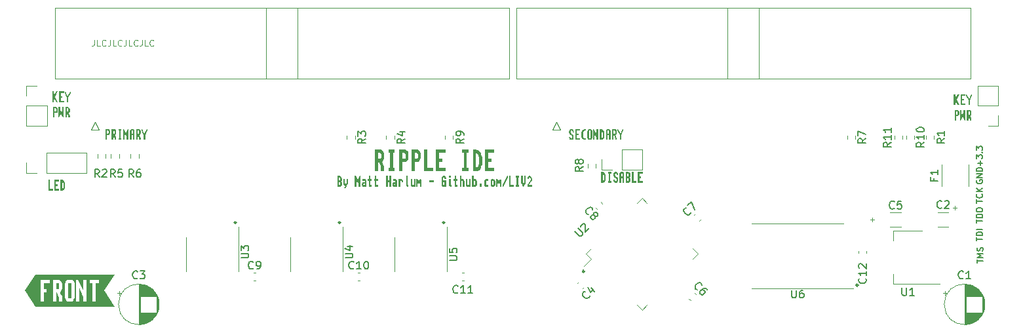
<source format=gto>
G04 #@! TF.GenerationSoftware,KiCad,Pcbnew,6.0.11+dfsg-1~bpo11+1*
G04 #@! TF.CreationDate,2023-07-12T18:27:12+00:00*
G04 #@! TF.ProjectId,RIPPLE,52495050-4c45-42e6-9b69-6361645f7063,rev?*
G04 #@! TF.SameCoordinates,Original*
G04 #@! TF.FileFunction,Legend,Top*
G04 #@! TF.FilePolarity,Positive*
%FSLAX46Y46*%
G04 Gerber Fmt 4.6, Leading zero omitted, Abs format (unit mm)*
G04 Created by KiCad (PCBNEW 6.0.11+dfsg-1~bpo11+1) date 2023-07-12 18:27:12*
%MOMM*%
%LPD*%
G01*
G04 APERTURE LIST*
%ADD10C,0.127000*%
%ADD11C,0.100000*%
%ADD12C,0.150000*%
%ADD13C,0.120000*%
%ADD14C,0.250000*%
%ADD15R,1.700000X1.700000*%
%ADD16O,1.700000X1.700000*%
%ADD17C,1.700000*%
%ADD18R,1.600000X1.600000*%
%ADD19C,1.600000*%
%ADD20R,2.000000X1.500000*%
%ADD21R,2.000000X3.800000*%
%ADD22R,1.524000X6.754000*%
G04 APERTURE END LIST*
D10*
X124574572Y27801174D02*
X124538286Y27728603D01*
X124538286Y27619745D01*
X124574572Y27510888D01*
X124647143Y27438317D01*
X124719714Y27402031D01*
X124864857Y27365745D01*
X124973714Y27365745D01*
X125118857Y27402031D01*
X125191429Y27438317D01*
X125264000Y27510888D01*
X125300286Y27619745D01*
X125300286Y27692317D01*
X125264000Y27801174D01*
X125227714Y27837460D01*
X124973714Y27837460D01*
X124973714Y27692317D01*
X125300286Y28164031D02*
X124538286Y28164031D01*
X125300286Y28599460D01*
X124538286Y28599460D01*
X125300286Y28962317D02*
X124538286Y28962317D01*
X124538286Y29143745D01*
X124574572Y29252603D01*
X124647143Y29325174D01*
X124719714Y29361460D01*
X124864857Y29397745D01*
X124973714Y29397745D01*
X125118857Y29361460D01*
X125191429Y29325174D01*
X125264000Y29252603D01*
X125300286Y29143745D01*
X125300286Y28962317D01*
D11*
X10561333Y45939441D02*
X10561333Y45368012D01*
X10523238Y45253726D01*
X10447048Y45177536D01*
X10332762Y45139441D01*
X10256572Y45139441D01*
X11323238Y45139441D02*
X10942286Y45139441D01*
X10942286Y45939441D01*
X12047048Y45215631D02*
X12008952Y45177536D01*
X11894667Y45139441D01*
X11818476Y45139441D01*
X11704191Y45177536D01*
X11628000Y45253726D01*
X11589905Y45329917D01*
X11551810Y45482298D01*
X11551810Y45596584D01*
X11589905Y45748965D01*
X11628000Y45825155D01*
X11704191Y45901345D01*
X11818476Y45939441D01*
X11894667Y45939441D01*
X12008952Y45901345D01*
X12047048Y45863250D01*
X12618476Y45939441D02*
X12618476Y45368012D01*
X12580381Y45253726D01*
X12504191Y45177536D01*
X12389905Y45139441D01*
X12313714Y45139441D01*
X13380381Y45139441D02*
X12999429Y45139441D01*
X12999429Y45939441D01*
X14104191Y45215631D02*
X14066095Y45177536D01*
X13951810Y45139441D01*
X13875619Y45139441D01*
X13761333Y45177536D01*
X13685143Y45253726D01*
X13647048Y45329917D01*
X13608952Y45482298D01*
X13608952Y45596584D01*
X13647048Y45748965D01*
X13685143Y45825155D01*
X13761333Y45901345D01*
X13875619Y45939441D01*
X13951810Y45939441D01*
X14066095Y45901345D01*
X14104191Y45863250D01*
X14675619Y45939441D02*
X14675619Y45368012D01*
X14637524Y45253726D01*
X14561333Y45177536D01*
X14447048Y45139441D01*
X14370857Y45139441D01*
X15437524Y45139441D02*
X15056572Y45139441D01*
X15056572Y45939441D01*
X16161333Y45215631D02*
X16123238Y45177536D01*
X16008952Y45139441D01*
X15932762Y45139441D01*
X15818476Y45177536D01*
X15742286Y45253726D01*
X15704191Y45329917D01*
X15666095Y45482298D01*
X15666095Y45596584D01*
X15704191Y45748965D01*
X15742286Y45825155D01*
X15818476Y45901345D01*
X15932762Y45939441D01*
X16008952Y45939441D01*
X16123238Y45901345D01*
X16161333Y45863250D01*
X16732762Y45939441D02*
X16732762Y45368012D01*
X16694667Y45253726D01*
X16618476Y45177536D01*
X16504191Y45139441D01*
X16428000Y45139441D01*
X17494667Y45139441D02*
X17113714Y45139441D01*
X17113714Y45939441D01*
X18218476Y45215631D02*
X18180381Y45177536D01*
X18066095Y45139441D01*
X17989905Y45139441D01*
X17875619Y45177536D01*
X17799429Y45253726D01*
X17761333Y45329917D01*
X17723238Y45482298D01*
X17723238Y45596584D01*
X17761333Y45748965D01*
X17799429Y45825155D01*
X17875619Y45901345D01*
X17989905Y45939441D01*
X18066095Y45939441D01*
X18180381Y45901345D01*
X18218476Y45863250D01*
D10*
X124538286Y24862031D02*
X124538286Y25297460D01*
X125300286Y25079745D02*
X124538286Y25079745D01*
X125227714Y25986888D02*
X125264000Y25950603D01*
X125300286Y25841745D01*
X125300286Y25769174D01*
X125264000Y25660317D01*
X125191429Y25587745D01*
X125118857Y25551460D01*
X124973714Y25515174D01*
X124864857Y25515174D01*
X124719714Y25551460D01*
X124647143Y25587745D01*
X124574572Y25660317D01*
X124538286Y25769174D01*
X124538286Y25841745D01*
X124574572Y25950603D01*
X124610857Y25986888D01*
X125300286Y26313460D02*
X124538286Y26313460D01*
X125300286Y26748888D02*
X124864857Y26422317D01*
X124538286Y26748888D02*
X124973714Y26313460D01*
X124613577Y17149746D02*
X124613577Y17585175D01*
X125375577Y17367461D02*
X124613577Y17367461D01*
X125375577Y17839175D02*
X124613577Y17839175D01*
X125157863Y18093175D01*
X124613577Y18347175D01*
X125375577Y18347175D01*
X125339291Y18673746D02*
X125375577Y18782604D01*
X125375577Y18964032D01*
X125339291Y19036604D01*
X125303005Y19072889D01*
X125230434Y19109175D01*
X125157863Y19109175D01*
X125085291Y19072889D01*
X125049005Y19036604D01*
X125012720Y18964032D01*
X124976434Y18818889D01*
X124940148Y18746318D01*
X124903863Y18710032D01*
X124831291Y18673746D01*
X124758720Y18673746D01*
X124686148Y18710032D01*
X124649863Y18746318D01*
X124613577Y18818889D01*
X124613577Y19000318D01*
X124649863Y19109175D01*
X124538286Y19981603D02*
X124538286Y20417031D01*
X125300286Y20199317D02*
X124538286Y20199317D01*
X125300286Y20671031D02*
X124538286Y20671031D01*
X124538286Y20852460D01*
X124574572Y20961317D01*
X124647143Y21033888D01*
X124719714Y21070174D01*
X124864857Y21106460D01*
X124973714Y21106460D01*
X125118857Y21070174D01*
X125191429Y21033888D01*
X125264000Y20961317D01*
X125300286Y20852460D01*
X125300286Y20671031D01*
X125300286Y21433031D02*
X124538286Y21433031D01*
X124538286Y22303888D02*
X124538286Y22739317D01*
X125300286Y22521603D02*
X124538286Y22521603D01*
X125300286Y22993317D02*
X124538286Y22993317D01*
X124538286Y23174745D01*
X124574572Y23283603D01*
X124647143Y23356174D01*
X124719714Y23392460D01*
X124864857Y23428745D01*
X124973714Y23428745D01*
X125118857Y23392460D01*
X125191429Y23356174D01*
X125264000Y23283603D01*
X125300286Y23174745D01*
X125300286Y22993317D01*
X124538286Y23900460D02*
X124538286Y24045603D01*
X124574572Y24118174D01*
X124647143Y24190745D01*
X124792286Y24227031D01*
X125046286Y24227031D01*
X125191429Y24190745D01*
X125264000Y24118174D01*
X125300286Y24045603D01*
X125300286Y23900460D01*
X125264000Y23827888D01*
X125191429Y23755317D01*
X125046286Y23719031D01*
X124792286Y23719031D01*
X124647143Y23755317D01*
X124574572Y23827888D01*
X124538286Y23900460D01*
X125010000Y29724317D02*
X125010000Y30304888D01*
X125300286Y30014603D02*
X124719714Y30014603D01*
X124538286Y30595174D02*
X124538286Y31066888D01*
X124828572Y30812888D01*
X124828572Y30921745D01*
X124864857Y30994317D01*
X124901143Y31030603D01*
X124973714Y31066888D01*
X125155143Y31066888D01*
X125227714Y31030603D01*
X125264000Y30994317D01*
X125300286Y30921745D01*
X125300286Y30704031D01*
X125264000Y30631460D01*
X125227714Y30595174D01*
X125227714Y31393460D02*
X125264000Y31429745D01*
X125300286Y31393460D01*
X125264000Y31357174D01*
X125227714Y31393460D01*
X125300286Y31393460D01*
X124538286Y31683745D02*
X124538286Y32155460D01*
X124828572Y31901460D01*
X124828572Y32010317D01*
X124864857Y32082888D01*
X124901143Y32119174D01*
X124973714Y32155460D01*
X125155143Y32155460D01*
X125227714Y32119174D01*
X125264000Y32082888D01*
X125300286Y32010317D01*
X125300286Y31792603D01*
X125264000Y31720031D01*
X125227714Y31683745D01*
D12*
X113916733Y24185003D02*
X113869114Y24137384D01*
X113726257Y24089765D01*
X113631019Y24089765D01*
X113488161Y24137384D01*
X113392923Y24232622D01*
X113345304Y24327860D01*
X113297685Y24518336D01*
X113297685Y24661193D01*
X113345304Y24851669D01*
X113392923Y24946907D01*
X113488161Y25042145D01*
X113631019Y25089765D01*
X113726257Y25089765D01*
X113869114Y25042145D01*
X113916733Y24994526D01*
X114821495Y25089765D02*
X114345304Y25089765D01*
X114297685Y24613574D01*
X114345304Y24661193D01*
X114440542Y24708812D01*
X114678638Y24708812D01*
X114773876Y24661193D01*
X114821495Y24613574D01*
X114869114Y24518336D01*
X114869114Y24280241D01*
X114821495Y24185003D01*
X114773876Y24137384D01*
X114678638Y24089765D01*
X114440542Y24089765D01*
X114345304Y24137384D01*
X114297685Y24185003D01*
X50701180Y33168079D02*
X50224990Y32834745D01*
X50701180Y32596650D02*
X49701180Y32596650D01*
X49701180Y32977603D01*
X49748800Y33072841D01*
X49796419Y33120460D01*
X49891657Y33168079D01*
X50034514Y33168079D01*
X50129752Y33120460D01*
X50177371Y33072841D01*
X50224990Y32977603D01*
X50224990Y32596650D01*
X50034514Y34025222D02*
X50701180Y34025222D01*
X49653561Y33787126D02*
X50367847Y33549031D01*
X50367847Y34168079D01*
X58288180Y33168079D02*
X57811990Y32834745D01*
X58288180Y32596650D02*
X57288180Y32596650D01*
X57288180Y32977603D01*
X57335800Y33072841D01*
X57383419Y33120460D01*
X57478657Y33168079D01*
X57621514Y33168079D01*
X57716752Y33120460D01*
X57764371Y33072841D01*
X57811990Y32977603D01*
X57811990Y32596650D01*
X58288180Y33644269D02*
X58288180Y33834745D01*
X58240561Y33929984D01*
X58192942Y33977603D01*
X58050085Y34072841D01*
X57859609Y34120460D01*
X57478657Y34120460D01*
X57383419Y34072841D01*
X57335800Y34025222D01*
X57288180Y33929984D01*
X57288180Y33739507D01*
X57335800Y33644269D01*
X57383419Y33596650D01*
X57478657Y33549031D01*
X57716752Y33549031D01*
X57811990Y33596650D01*
X57859609Y33644269D01*
X57907228Y33739507D01*
X57907228Y33929984D01*
X57859609Y34025222D01*
X57811990Y34072841D01*
X57716752Y34120460D01*
X57540342Y13307403D02*
X57492723Y13259784D01*
X57349866Y13212165D01*
X57254628Y13212165D01*
X57111771Y13259784D01*
X57016533Y13355022D01*
X56968914Y13450260D01*
X56921295Y13640736D01*
X56921295Y13783593D01*
X56968914Y13974069D01*
X57016533Y14069307D01*
X57111771Y14164545D01*
X57254628Y14212165D01*
X57349866Y14212165D01*
X57492723Y14164545D01*
X57540342Y14116926D01*
X58492723Y13212165D02*
X57921295Y13212165D01*
X58207009Y13212165D02*
X58207009Y14212165D01*
X58111771Y14069307D01*
X58016533Y13974069D01*
X57921295Y13926450D01*
X59445104Y13212165D02*
X58873676Y13212165D01*
X59159390Y13212165D02*
X59159390Y14212165D01*
X59064152Y14069307D01*
X58968914Y13974069D01*
X58873676Y13926450D01*
X120430580Y33181479D02*
X119954390Y32848145D01*
X120430580Y32610050D02*
X119430580Y32610050D01*
X119430580Y32991003D01*
X119478200Y33086241D01*
X119525819Y33133860D01*
X119621057Y33181479D01*
X119763914Y33181479D01*
X119859152Y33133860D01*
X119906771Y33086241D01*
X119954390Y32991003D01*
X119954390Y32610050D01*
X120430580Y34133860D02*
X120430580Y33562431D01*
X120430580Y33848145D02*
X119430580Y33848145D01*
X119573438Y33752907D01*
X119668676Y33657669D01*
X119716295Y33562431D01*
X15632133Y28203566D02*
X15298800Y28679756D01*
X15060704Y28203566D02*
X15060704Y29203566D01*
X15441657Y29203566D01*
X15536895Y29155946D01*
X15584514Y29108327D01*
X15632133Y29013089D01*
X15632133Y28870232D01*
X15584514Y28774994D01*
X15536895Y28727375D01*
X15441657Y28679756D01*
X15060704Y28679756D01*
X16489276Y29203566D02*
X16298800Y29203566D01*
X16203561Y29155946D01*
X16155942Y29108327D01*
X16060704Y28965470D01*
X16013085Y28774994D01*
X16013085Y28394042D01*
X16060704Y28298804D01*
X16108323Y28251185D01*
X16203561Y28203566D01*
X16394038Y28203566D01*
X16489276Y28251185D01*
X16536895Y28298804D01*
X16584514Y28394042D01*
X16584514Y28632137D01*
X16536895Y28727375D01*
X16489276Y28774994D01*
X16394038Y28822613D01*
X16203561Y28822613D01*
X16108323Y28774994D01*
X16060704Y28727375D01*
X16013085Y28632137D01*
X110245180Y33181479D02*
X109768990Y32848145D01*
X110245180Y32610050D02*
X109245180Y32610050D01*
X109245180Y32991003D01*
X109292800Y33086241D01*
X109340419Y33133860D01*
X109435657Y33181479D01*
X109578514Y33181479D01*
X109673752Y33133860D01*
X109721371Y33086241D01*
X109768990Y32991003D01*
X109768990Y32610050D01*
X109245180Y33514812D02*
X109245180Y34181479D01*
X110245180Y33752907D01*
X29501152Y17764641D02*
X30310676Y17764641D01*
X30405914Y17812260D01*
X30453533Y17859879D01*
X30501152Y17955117D01*
X30501152Y18145593D01*
X30453533Y18240831D01*
X30405914Y18288450D01*
X30310676Y18336069D01*
X29501152Y18336069D01*
X29501152Y18717022D02*
X29501152Y19336069D01*
X29882105Y19002736D01*
X29882105Y19145593D01*
X29929724Y19240831D01*
X29977343Y19288450D01*
X30072581Y19336069D01*
X30310676Y19336069D01*
X30405914Y19288450D01*
X30453533Y19240831D01*
X30501152Y19145593D01*
X30501152Y18859879D01*
X30453533Y18764641D01*
X30405914Y18717022D01*
X117788980Y32705288D02*
X117312790Y32371955D01*
X117788980Y32133860D02*
X116788980Y32133860D01*
X116788980Y32514812D01*
X116836600Y32610050D01*
X116884219Y32657669D01*
X116979457Y32705288D01*
X117122314Y32705288D01*
X117217552Y32657669D01*
X117265171Y32610050D01*
X117312790Y32514812D01*
X117312790Y32133860D01*
X117788980Y33657669D02*
X117788980Y33086241D01*
X117788980Y33371955D02*
X116788980Y33371955D01*
X116931838Y33276717D01*
X117027076Y33181479D01*
X117074695Y33086241D01*
X116788980Y34276717D02*
X116788980Y34371955D01*
X116836600Y34467193D01*
X116884219Y34514812D01*
X116979457Y34562431D01*
X117169933Y34610050D01*
X117408028Y34610050D01*
X117598504Y34562431D01*
X117693742Y34514812D01*
X117741361Y34467193D01*
X117788980Y34371955D01*
X117788980Y34276717D01*
X117741361Y34181479D01*
X117693742Y34133860D01*
X117598504Y34086241D01*
X117408028Y34038622D01*
X117169933Y34038622D01*
X116979457Y34086241D01*
X116884219Y34133860D01*
X116836600Y34181479D01*
X116788980Y34276717D01*
X72645398Y21168123D02*
X73217818Y20595703D01*
X73318833Y20562031D01*
X73386177Y20562031D01*
X73487192Y20595703D01*
X73621879Y20730390D01*
X73655551Y20831405D01*
X73655551Y20898749D01*
X73621879Y20999764D01*
X73049459Y21572184D01*
X73419849Y21807886D02*
X73419849Y21875229D01*
X73453520Y21976245D01*
X73621879Y22144603D01*
X73722894Y22178275D01*
X73790238Y22178275D01*
X73891253Y22144603D01*
X73958597Y22077260D01*
X74025940Y21942573D01*
X74025940Y21134451D01*
X74463673Y21572184D01*
X11214449Y28203566D02*
X10881116Y28679756D01*
X10643020Y28203566D02*
X10643020Y29203566D01*
X11023973Y29203566D01*
X11119211Y29155946D01*
X11166830Y29108327D01*
X11214449Y29013089D01*
X11214449Y28870232D01*
X11166830Y28774994D01*
X11119211Y28727375D01*
X11023973Y28679756D01*
X10643020Y28679756D01*
X11595401Y29108327D02*
X11643020Y29155946D01*
X11738258Y29203566D01*
X11976354Y29203566D01*
X12071592Y29155946D01*
X12119211Y29108327D01*
X12166830Y29013089D01*
X12166830Y28917851D01*
X12119211Y28774994D01*
X11547782Y28203566D01*
X12166830Y28203566D01*
X122826221Y15163003D02*
X122778602Y15115384D01*
X122635745Y15067765D01*
X122540507Y15067765D01*
X122397649Y15115384D01*
X122302411Y15210622D01*
X122254792Y15305860D01*
X122207173Y15496336D01*
X122207173Y15639193D01*
X122254792Y15829669D01*
X122302411Y15924907D01*
X122397649Y16020145D01*
X122540507Y16067765D01*
X122635745Y16067765D01*
X122778602Y16020145D01*
X122826221Y15972526D01*
X123778602Y15067765D02*
X123207173Y15067765D01*
X123492888Y15067765D02*
X123492888Y16067765D01*
X123397649Y15924907D01*
X123302411Y15829669D01*
X123207173Y15782050D01*
X73709752Y29533279D02*
X73233562Y29199945D01*
X73709752Y28961850D02*
X72709752Y28961850D01*
X72709752Y29342803D01*
X72757372Y29438041D01*
X72804991Y29485660D01*
X72900229Y29533279D01*
X73043086Y29533279D01*
X73138324Y29485660D01*
X73185943Y29438041D01*
X73233562Y29342803D01*
X73233562Y28961850D01*
X73138324Y30104707D02*
X73090705Y30009469D01*
X73043086Y29961850D01*
X72947848Y29914231D01*
X72900229Y29914231D01*
X72804991Y29961850D01*
X72757372Y30009469D01*
X72709752Y30104707D01*
X72709752Y30295184D01*
X72757372Y30390422D01*
X72804991Y30438041D01*
X72900229Y30485660D01*
X72947848Y30485660D01*
X73043086Y30438041D01*
X73090705Y30390422D01*
X73138324Y30295184D01*
X73138324Y30104707D01*
X73185943Y30009469D01*
X73233562Y29961850D01*
X73328800Y29914231D01*
X73519276Y29914231D01*
X73614514Y29961850D01*
X73662133Y30009469D01*
X73709752Y30104707D01*
X73709752Y30295184D01*
X73662133Y30390422D01*
X73614514Y30438041D01*
X73519276Y30485660D01*
X73328800Y30485660D01*
X73233562Y30438041D01*
X73185943Y30390422D01*
X73138324Y30295184D01*
X120055505Y24265403D02*
X120007886Y24217784D01*
X119865029Y24170165D01*
X119769791Y24170165D01*
X119626933Y24217784D01*
X119531695Y24313022D01*
X119484076Y24408260D01*
X119436457Y24598736D01*
X119436457Y24741593D01*
X119484076Y24932069D01*
X119531695Y25027307D01*
X119626933Y25122545D01*
X119769791Y25170165D01*
X119865029Y25170165D01*
X120007886Y25122545D01*
X120055505Y25074926D01*
X120436457Y25074926D02*
X120484076Y25122545D01*
X120579314Y25170165D01*
X120817410Y25170165D01*
X120912648Y25122545D01*
X120960267Y25074926D01*
X121007886Y24979688D01*
X121007886Y24884450D01*
X120960267Y24741593D01*
X120388838Y24170165D01*
X121007886Y24170165D01*
X113496380Y32679888D02*
X113020190Y32346555D01*
X113496380Y32108460D02*
X112496380Y32108460D01*
X112496380Y32489412D01*
X112544000Y32584650D01*
X112591619Y32632269D01*
X112686857Y32679888D01*
X112829714Y32679888D01*
X112924952Y32632269D01*
X112972571Y32584650D01*
X113020190Y32489412D01*
X113020190Y32108460D01*
X113496380Y33632269D02*
X113496380Y33060841D01*
X113496380Y33346555D02*
X112496380Y33346555D01*
X112639238Y33251317D01*
X112734476Y33156079D01*
X112782095Y33060841D01*
X113496380Y34584650D02*
X113496380Y34013222D01*
X113496380Y34298936D02*
X112496380Y34298936D01*
X112639238Y34203698D01*
X112734476Y34108460D01*
X112782095Y34013222D01*
X119050143Y28073812D02*
X119050143Y27740479D01*
X119573952Y27740479D02*
X118573952Y27740479D01*
X118573952Y28216669D01*
X119573952Y29121431D02*
X119573952Y28550003D01*
X119573952Y28835717D02*
X118573952Y28835717D01*
X118716810Y28740479D01*
X118812048Y28645241D01*
X118859667Y28550003D01*
X16146221Y15163003D02*
X16098602Y15115384D01*
X15955745Y15067765D01*
X15860507Y15067765D01*
X15717649Y15115384D01*
X15622411Y15210622D01*
X15574792Y15305860D01*
X15527173Y15496336D01*
X15527173Y15639193D01*
X15574792Y15829669D01*
X15622411Y15924907D01*
X15717649Y16020145D01*
X15860507Y16067765D01*
X15955745Y16067765D01*
X16098602Y16020145D01*
X16146221Y15972526D01*
X16479554Y16067765D02*
X17098602Y16067765D01*
X16765268Y15686812D01*
X16908126Y15686812D01*
X17003364Y15639193D01*
X17050983Y15591574D01*
X17098602Y15496336D01*
X17098602Y15258241D01*
X17050983Y15163003D01*
X17003364Y15115384D01*
X16908126Y15067765D01*
X16622411Y15067765D01*
X16527173Y15115384D01*
X16479554Y15163003D01*
X42963152Y17764641D02*
X43772676Y17764641D01*
X43867914Y17812260D01*
X43915533Y17859879D01*
X43963152Y17955117D01*
X43963152Y18145593D01*
X43915533Y18240831D01*
X43867914Y18288450D01*
X43772676Y18336069D01*
X42963152Y18336069D01*
X43296486Y19240831D02*
X43963152Y19240831D01*
X42915533Y19002736D02*
X43629819Y18764641D01*
X43629819Y19383688D01*
X45621180Y33168079D02*
X45144990Y32834745D01*
X45621180Y32596650D02*
X44621180Y32596650D01*
X44621180Y32977603D01*
X44668800Y33072841D01*
X44716419Y33120460D01*
X44811657Y33168079D01*
X44954514Y33168079D01*
X45049752Y33120460D01*
X45097371Y33072841D01*
X45144990Y32977603D01*
X45144990Y32596650D01*
X44621180Y33501412D02*
X44621180Y34120460D01*
X45002133Y33787126D01*
X45002133Y33929984D01*
X45049752Y34025222D01*
X45097371Y34072841D01*
X45192609Y34120460D01*
X45430704Y34120460D01*
X45525942Y34072841D01*
X45573561Y34025222D01*
X45621180Y33929984D01*
X45621180Y33644269D01*
X45573561Y33549031D01*
X45525942Y33501412D01*
X110199142Y15106588D02*
X110246761Y15058969D01*
X110294380Y14916112D01*
X110294380Y14820874D01*
X110246761Y14678017D01*
X110151523Y14582779D01*
X110056285Y14535160D01*
X109865809Y14487541D01*
X109722952Y14487541D01*
X109532476Y14535160D01*
X109437238Y14582779D01*
X109342000Y14678017D01*
X109294380Y14820874D01*
X109294380Y14916112D01*
X109342000Y15058969D01*
X109389619Y15106588D01*
X110294380Y16058969D02*
X110294380Y15487541D01*
X110294380Y15773255D02*
X109294380Y15773255D01*
X109437238Y15678017D01*
X109532476Y15582779D01*
X109580095Y15487541D01*
X109389619Y16439922D02*
X109342000Y16487541D01*
X109294380Y16582779D01*
X109294380Y16820874D01*
X109342000Y16916112D01*
X109389619Y16963731D01*
X109484857Y17011350D01*
X109580095Y17011350D01*
X109722952Y16963731D01*
X110294380Y16392303D01*
X110294380Y17011350D01*
X13246449Y28203566D02*
X12913116Y28679756D01*
X12675020Y28203566D02*
X12675020Y29203566D01*
X13055973Y29203566D01*
X13151211Y29155946D01*
X13198830Y29108327D01*
X13246449Y29013089D01*
X13246449Y28870232D01*
X13198830Y28774994D01*
X13151211Y28727375D01*
X13055973Y28679756D01*
X12675020Y28679756D01*
X14151211Y29203566D02*
X13675020Y29203566D01*
X13627401Y28727375D01*
X13675020Y28774994D01*
X13770258Y28822613D01*
X14008354Y28822613D01*
X14103592Y28774994D01*
X14151211Y28727375D01*
X14198830Y28632137D01*
X14198830Y28394042D01*
X14151211Y28298804D01*
X14103592Y28251185D01*
X14008354Y28203566D01*
X13770258Y28203566D01*
X13675020Y28251185D01*
X13627401Y28298804D01*
X87629253Y23656977D02*
X87629253Y23589634D01*
X87561909Y23454947D01*
X87494566Y23387603D01*
X87359878Y23320260D01*
X87225191Y23320260D01*
X87124176Y23353931D01*
X86955817Y23454947D01*
X86854802Y23555962D01*
X86753787Y23724321D01*
X86720115Y23825336D01*
X86720115Y23960023D01*
X86787459Y24094710D01*
X86854802Y24162054D01*
X86989489Y24229397D01*
X87056833Y24229397D01*
X87225191Y24532443D02*
X87696596Y25003847D01*
X88100657Y23993695D01*
X100662867Y13600165D02*
X100662867Y12790641D01*
X100710486Y12695403D01*
X100758105Y12647784D01*
X100853343Y12600165D01*
X101043819Y12600165D01*
X101139057Y12647784D01*
X101186676Y12695403D01*
X101234295Y12790641D01*
X101234295Y13600165D01*
X102139057Y13600165D02*
X101948581Y13600165D01*
X101853343Y13552545D01*
X101805724Y13504926D01*
X101710486Y13362069D01*
X101662867Y13171593D01*
X101662867Y12790641D01*
X101710486Y12695403D01*
X101758105Y12647784D01*
X101853343Y12600165D01*
X102043819Y12600165D01*
X102139057Y12647784D01*
X102186676Y12695403D01*
X102234295Y12790641D01*
X102234295Y13028736D01*
X102186676Y13123974D01*
X102139057Y13171593D01*
X102043819Y13219212D01*
X101853343Y13219212D01*
X101758105Y13171593D01*
X101710486Y13123974D01*
X101662867Y13028736D01*
X114922095Y13913765D02*
X114922095Y13104241D01*
X114969714Y13009003D01*
X115017333Y12961384D01*
X115112571Y12913765D01*
X115303047Y12913765D01*
X115398285Y12961384D01*
X115445904Y13009003D01*
X115493523Y13104241D01*
X115493523Y13913765D01*
X116493523Y12913765D02*
X115922095Y12913765D01*
X116207809Y12913765D02*
X116207809Y13913765D01*
X116112571Y13770907D01*
X116017333Y13675669D01*
X115922095Y13628050D01*
X74393819Y23375095D02*
X74326476Y23375095D01*
X74191789Y23442439D01*
X74124445Y23509782D01*
X74057102Y23644470D01*
X74057102Y23779157D01*
X74090773Y23880172D01*
X74191789Y24048531D01*
X74292804Y24149546D01*
X74461163Y24250561D01*
X74562178Y24284233D01*
X74696865Y24284233D01*
X74831552Y24216889D01*
X74898896Y24149546D01*
X74966239Y24014859D01*
X74966239Y23947515D01*
X75134598Y23307752D02*
X75100926Y23408767D01*
X75100926Y23476111D01*
X75134598Y23577126D01*
X75168270Y23610798D01*
X75269285Y23644470D01*
X75336628Y23644470D01*
X75437644Y23610798D01*
X75572331Y23476111D01*
X75606002Y23375095D01*
X75606002Y23307752D01*
X75572331Y23206737D01*
X75538659Y23173065D01*
X75437644Y23139393D01*
X75370300Y23139393D01*
X75269285Y23173065D01*
X75134598Y23307752D01*
X75033583Y23341424D01*
X74966239Y23341424D01*
X74865224Y23307752D01*
X74730537Y23173065D01*
X74696865Y23072050D01*
X74696865Y23004706D01*
X74730537Y22903691D01*
X74865224Y22769004D01*
X74966239Y22735332D01*
X75033583Y22735332D01*
X75134598Y22769004D01*
X75269285Y22903691D01*
X75302957Y23004706D01*
X75302957Y23072050D01*
X75269285Y23173065D01*
X31096305Y16424403D02*
X31048686Y16376784D01*
X30905829Y16329165D01*
X30810591Y16329165D01*
X30667733Y16376784D01*
X30572495Y16472022D01*
X30524876Y16567260D01*
X30477257Y16757736D01*
X30477257Y16900593D01*
X30524876Y17091069D01*
X30572495Y17186307D01*
X30667733Y17281545D01*
X30810591Y17329165D01*
X30905829Y17329165D01*
X31048686Y17281545D01*
X31096305Y17233926D01*
X31572495Y16329165D02*
X31762972Y16329165D01*
X31858210Y16376784D01*
X31905829Y16424403D01*
X32001067Y16567260D01*
X32048686Y16757736D01*
X32048686Y17138688D01*
X32001067Y17233926D01*
X31953448Y17281545D01*
X31858210Y17329165D01*
X31667733Y17329165D01*
X31572495Y17281545D01*
X31524876Y17233926D01*
X31477257Y17138688D01*
X31477257Y16900593D01*
X31524876Y16805355D01*
X31572495Y16757736D01*
X31667733Y16710117D01*
X31858210Y16710117D01*
X31953448Y16757736D01*
X32001067Y16805355D01*
X32048686Y16900593D01*
X56425152Y17452141D02*
X57234676Y17452141D01*
X57329914Y17499760D01*
X57377533Y17547379D01*
X57425152Y17642617D01*
X57425152Y17833093D01*
X57377533Y17928331D01*
X57329914Y17975950D01*
X57234676Y18023569D01*
X56425152Y18023569D01*
X56425152Y18975950D02*
X56425152Y18499760D01*
X56901343Y18452141D01*
X56853724Y18499760D01*
X56806105Y18594998D01*
X56806105Y18833093D01*
X56853724Y18928331D01*
X56901343Y18975950D01*
X56996581Y19023569D01*
X57234676Y19023569D01*
X57329914Y18975950D01*
X57377533Y18928331D01*
X57425152Y18833093D01*
X57425152Y18594998D01*
X57377533Y18499760D01*
X57329914Y18452141D01*
X74545560Y12864671D02*
X74545560Y12797328D01*
X74478216Y12662641D01*
X74410873Y12595297D01*
X74276185Y12527954D01*
X74141498Y12527954D01*
X74040483Y12561625D01*
X73872124Y12662641D01*
X73771109Y12763656D01*
X73670094Y12932015D01*
X73636422Y13033030D01*
X73636422Y13167717D01*
X73703766Y13302404D01*
X73771109Y13369748D01*
X73905796Y13437091D01*
X73973140Y13437091D01*
X74747590Y13874824D02*
X75218995Y13403419D01*
X74309857Y13975839D02*
X74646575Y13302404D01*
X75084308Y13740137D01*
X88511502Y13643359D02*
X88444159Y13643359D01*
X88309472Y13710703D01*
X88242128Y13778046D01*
X88174785Y13912734D01*
X88174785Y14047421D01*
X88208456Y14148436D01*
X88309472Y14316795D01*
X88410487Y14417810D01*
X88578846Y14518825D01*
X88679861Y14552497D01*
X88814548Y14552497D01*
X88949235Y14485153D01*
X89016579Y14417810D01*
X89083922Y14283123D01*
X89083922Y14215779D01*
X89757357Y13677031D02*
X89622670Y13811718D01*
X89521655Y13845390D01*
X89454311Y13845390D01*
X89285953Y13811718D01*
X89117594Y13710703D01*
X88848220Y13441329D01*
X88814548Y13340314D01*
X88814548Y13272970D01*
X88848220Y13171955D01*
X88982907Y13037268D01*
X89083922Y13003596D01*
X89151266Y13003596D01*
X89252281Y13037268D01*
X89420640Y13205627D01*
X89454311Y13306642D01*
X89454311Y13373985D01*
X89420640Y13475001D01*
X89285953Y13609688D01*
X89184937Y13643359D01*
X89117594Y13643359D01*
X89016579Y13609688D01*
X44082114Y16424403D02*
X44034495Y16376784D01*
X43891638Y16329165D01*
X43796400Y16329165D01*
X43653543Y16376784D01*
X43558305Y16472022D01*
X43510686Y16567260D01*
X43463067Y16757736D01*
X43463067Y16900593D01*
X43510686Y17091069D01*
X43558305Y17186307D01*
X43653543Y17281545D01*
X43796400Y17329165D01*
X43891638Y17329165D01*
X44034495Y17281545D01*
X44082114Y17233926D01*
X45034495Y16329165D02*
X44463067Y16329165D01*
X44748781Y16329165D02*
X44748781Y17329165D01*
X44653543Y17186307D01*
X44558305Y17091069D01*
X44463067Y17043450D01*
X45653543Y17329165D02*
X45748781Y17329165D01*
X45844019Y17281545D01*
X45891638Y17233926D01*
X45939257Y17138688D01*
X45986876Y16948212D01*
X45986876Y16710117D01*
X45939257Y16519641D01*
X45891638Y16424403D01*
X45844019Y16376784D01*
X45748781Y16329165D01*
X45653543Y16329165D01*
X45558305Y16376784D01*
X45510686Y16424403D01*
X45463067Y16519641D01*
X45415448Y16710117D01*
X45415448Y16948212D01*
X45463067Y17138688D01*
X45510686Y17233926D01*
X45558305Y17281545D01*
X45653543Y17329165D01*
G36*
X17048887Y33814964D02*
G01*
X17346543Y34410276D01*
X17445762Y34410276D01*
X17445762Y34212614D01*
X17148106Y33617301D01*
X17148881Y33023539D01*
X16951219Y33023539D01*
X16949668Y33617301D01*
X16652012Y34212614D01*
X16652012Y34410276D01*
X16751231Y34410276D01*
X17048887Y33814964D01*
G37*
G36*
X14082402Y34207963D02*
G01*
X13983183Y34207963D01*
X13983183Y33223527D01*
X14082402Y33223527D01*
X14082402Y33017338D01*
X13677775Y33017338D01*
X13677775Y33223527D01*
X13776994Y33223527D01*
X13776994Y34207963D01*
X13677775Y34207963D01*
X13677775Y34414152D01*
X14082402Y34414152D01*
X14082402Y34207963D01*
G37*
G36*
X15558280Y33018888D02*
G01*
X15557505Y33614201D01*
X15366819Y33614201D01*
X15367594Y33019663D01*
X15162956Y33019663D01*
X15162956Y33820390D01*
X15366819Y33820390D01*
X15557505Y33820390D01*
X15557505Y34170756D01*
X15546653Y34197111D01*
X15520298Y34207963D01*
X15409452Y34207963D01*
X15393949Y34202537D01*
X15377671Y34197111D01*
X15366819Y34171531D01*
X15366819Y33820390D01*
X15162956Y33820390D01*
X15162956Y34125022D01*
X15174777Y34225598D01*
X15210240Y34325785D01*
X15287754Y34391673D01*
X15326512Y34404075D01*
X15362944Y34414152D01*
X15561381Y34414152D01*
X15601689Y34402525D01*
X15644322Y34389347D01*
X15723387Y34323460D01*
X15754199Y34226179D01*
X15764469Y34112620D01*
X15763694Y33018888D01*
X15558280Y33018888D01*
G37*
G36*
X14620353Y33921934D02*
G01*
X14868400Y34414152D01*
X14973820Y34414152D01*
X14973820Y33017338D01*
X14767631Y33017338D01*
X14767631Y33797911D01*
X14625779Y33508006D01*
X14477726Y33798686D01*
X14477726Y33017338D01*
X14271537Y33017338D01*
X14271537Y34414152D01*
X14376957Y34414152D01*
X14620353Y33921934D01*
G37*
G36*
X16418693Y33621177D02*
G01*
X16454156Y33537074D01*
X16504734Y33419639D01*
X16546592Y33335923D01*
X16558219Y33245231D01*
X16558219Y33017338D01*
X16352030Y33017338D01*
X16354550Y33150663D01*
X16349705Y33242130D01*
X16327807Y33347550D01*
X16286918Y33452970D01*
X16209404Y33612651D01*
X16162895Y33612651D01*
X16162895Y33017338D01*
X15956706Y33017338D01*
X15956706Y33818839D01*
X16162895Y33818839D01*
X16308622Y33818064D01*
X16351255Y33855271D01*
X16365208Y33919996D01*
X16369859Y34021153D01*
X16366758Y34131999D01*
X16345829Y34182383D01*
X16301646Y34207188D01*
X16162895Y34207963D01*
X16162895Y33818839D01*
X15956706Y33818839D01*
X15956706Y34414152D01*
X16355131Y34414152D01*
X16452800Y34362217D01*
X16525663Y34282377D01*
X16558219Y34156803D01*
X16557444Y33877751D01*
X16546592Y33838993D01*
X16526438Y33762254D01*
X16480123Y33681251D01*
X16418693Y33621177D01*
G37*
G36*
X12491801Y34362217D02*
G01*
X12564665Y34282377D01*
X12597221Y34156803D01*
X12596446Y33877751D01*
X12565440Y33770005D01*
X12509629Y33670787D01*
X12394133Y33612651D01*
X12199571Y33612651D01*
X12199571Y33017338D01*
X11993382Y33017338D01*
X11993382Y33818839D01*
X12199571Y33818839D01*
X12345298Y33818064D01*
X12388707Y33855271D01*
X12403822Y33920190D01*
X12408860Y34021928D01*
X12405760Y34131999D01*
X12382505Y34182383D01*
X12338322Y34207188D01*
X12199571Y34207963D01*
X12199571Y33818839D01*
X11993382Y33818839D01*
X11993382Y34414152D01*
X12394133Y34414152D01*
X12491801Y34362217D01*
G37*
G36*
X13249894Y33621177D02*
G01*
X13285357Y33537074D01*
X13335936Y33419639D01*
X13377793Y33335923D01*
X13389421Y33245231D01*
X13389421Y33017338D01*
X13183232Y33017338D01*
X13185751Y33150663D01*
X13180906Y33242130D01*
X13159008Y33347550D01*
X13118119Y33452970D01*
X13040605Y33612651D01*
X12994096Y33612651D01*
X12994096Y33017338D01*
X12787907Y33017338D01*
X12787907Y33818839D01*
X12994096Y33818839D01*
X13139823Y33818064D01*
X13182457Y33855271D01*
X13196409Y33919996D01*
X13201060Y34021153D01*
X13197959Y34131999D01*
X13177030Y34182383D01*
X13132847Y34207188D01*
X12994096Y34207963D01*
X12994096Y33818839D01*
X12787907Y33818839D01*
X12787907Y34414152D01*
X13186332Y34414152D01*
X13284001Y34362217D01*
X13356864Y34282377D01*
X13389421Y34156803D01*
X13388645Y33877751D01*
X13377793Y33838993D01*
X13357640Y33762254D01*
X13311325Y33681251D01*
X13249894Y33621177D01*
G37*
D13*
X76135000Y29150000D02*
X76135000Y30480000D01*
X78735000Y29150000D02*
X78735000Y31810000D01*
X78735000Y29150000D02*
X81335000Y29150000D01*
X81335000Y29150000D02*
X81335000Y31810000D01*
X77465000Y29150000D02*
X76135000Y29150000D01*
X78735000Y31810000D02*
X81335000Y31810000D01*
X113372148Y23602145D02*
X114794652Y23602145D01*
X113372148Y21782145D02*
X114794652Y21782145D01*
X111289400Y22692145D02*
X110781400Y22692145D01*
X111035400Y22946145D02*
X111035400Y22438145D01*
X49341300Y33572003D02*
X49341300Y33097487D01*
X48296300Y33572003D02*
X48296300Y33097487D01*
X56923472Y33097487D02*
X56923472Y33572003D01*
X55878472Y33097487D02*
X55878472Y33572003D01*
X4396116Y31382946D02*
X9536116Y31382946D01*
X4396116Y28722946D02*
X4396116Y31382946D01*
X9536116Y28722946D02*
X9536116Y31382946D01*
X4396116Y28722946D02*
X9536116Y28722946D01*
X3126116Y28722946D02*
X1796116Y28722946D01*
X1796116Y28722946D02*
X1796116Y30052946D01*
X58046392Y14841545D02*
X58327552Y14841545D01*
X58046392Y15861545D02*
X58327552Y15861545D01*
X10680972Y35285845D02*
X10180972Y34285845D01*
X5470972Y50025845D02*
X64150972Y50025845D01*
X64150972Y50025845D02*
X64150972Y40905845D01*
X10180972Y34285845D02*
X11180972Y34285845D01*
X11180972Y34285845D02*
X10680972Y35285845D01*
X32760972Y40905845D02*
X32760972Y50025845D01*
X5470972Y40905845D02*
X5470972Y50025845D01*
X36860972Y40905845D02*
X36860972Y50025845D01*
X64150972Y40905845D02*
X5470972Y40905845D01*
X119068300Y33572003D02*
X119068300Y33097487D01*
X118023300Y33572003D02*
X118023300Y33097487D01*
G36*
X123100042Y38679036D02*
G01*
X122703167Y38679036D01*
X122703167Y38289913D01*
X122901604Y38289913D01*
X122901604Y38083724D01*
X122703167Y38083724D01*
X122703167Y37694600D01*
X123100042Y37694600D01*
X123100042Y37489962D01*
X122496978Y37489962D01*
X122496978Y38885225D01*
X123100042Y38885225D01*
X123100042Y38679036D01*
G37*
G36*
X122198111Y36839165D02*
G01*
X122270445Y36759906D01*
X122302764Y36635245D01*
X122301995Y36358221D01*
X122271214Y36251259D01*
X122215809Y36152762D01*
X122101152Y36095049D01*
X121908005Y36095049D01*
X121908005Y35504065D01*
X121703315Y35504065D01*
X121703315Y36299738D01*
X121908005Y36299738D01*
X122052673Y36298969D01*
X122095766Y36335905D01*
X122110771Y36400352D01*
X122115773Y36501350D01*
X122112695Y36610621D01*
X122089610Y36660639D01*
X122045748Y36685263D01*
X121908005Y36686033D01*
X121908005Y36299738D01*
X121703315Y36299738D01*
X121703315Y36890722D01*
X122101152Y36890722D01*
X122198111Y36839165D01*
G37*
G36*
X123590710Y38286037D02*
G01*
X123888366Y38881350D01*
X123987585Y38881350D01*
X123987585Y38683687D01*
X123689928Y38088375D01*
X123690703Y37494613D01*
X123493041Y37494613D01*
X123491491Y38088375D01*
X123193835Y38683687D01*
X123193835Y38881350D01*
X123293053Y38881350D01*
X123590710Y38286037D01*
G37*
G36*
X123737131Y36103513D02*
G01*
X123772337Y36020021D01*
X123822547Y35903441D01*
X123864101Y35820333D01*
X123875643Y35730301D01*
X123875643Y35504065D01*
X123670954Y35504065D01*
X123673454Y35636420D01*
X123668645Y35727223D01*
X123646906Y35831876D01*
X123606315Y35936529D01*
X123529364Y36095049D01*
X123483193Y36095049D01*
X123483193Y35504065D01*
X123278503Y35504065D01*
X123278503Y36299738D01*
X123483193Y36299738D01*
X123627861Y36298969D01*
X123670184Y36335905D01*
X123684035Y36400159D01*
X123688652Y36500581D01*
X123685574Y36610621D01*
X123664797Y36660639D01*
X123620935Y36685263D01*
X123483193Y36686033D01*
X123483193Y36299738D01*
X123278503Y36299738D01*
X123278503Y36890722D01*
X123674032Y36890722D01*
X123770990Y36839165D01*
X123843324Y36759906D01*
X123875643Y36635245D01*
X123874874Y36358221D01*
X123864101Y36319746D01*
X123844093Y36243564D01*
X123798115Y36163150D01*
X123737131Y36103513D01*
G37*
G36*
X122596717Y36115056D02*
G01*
X122743694Y36403622D01*
X122884514Y36115825D01*
X122884514Y36890722D01*
X123089204Y36890722D01*
X123089204Y35504065D01*
X122984550Y35504065D01*
X122738307Y35992704D01*
X122496681Y35504065D01*
X122392027Y35504065D01*
X122392027Y36890722D01*
X122596717Y36890722D01*
X122596717Y36115056D01*
G37*
G36*
X121811748Y38302315D02*
G01*
X122103203Y38885225D01*
X122310168Y38885225D01*
X121964452Y38193795D01*
X122310168Y37488411D01*
X122103203Y37488411D01*
X121811748Y38071322D01*
X121811748Y37488411D01*
X121605559Y37488411D01*
X121605559Y38885225D01*
X121811748Y38885225D01*
X121811748Y38302315D01*
G37*
X16321300Y31159003D02*
X16321300Y30684487D01*
X15276300Y31159003D02*
X15276300Y30684487D01*
X107863300Y33572003D02*
X107863300Y33097487D01*
X108908300Y33572003D02*
X108908300Y33097487D01*
X70785800Y34285845D02*
X70285800Y35285845D01*
X65075800Y50025845D02*
X123755800Y50025845D01*
X92365800Y40905845D02*
X92365800Y50025845D01*
X123755800Y40905845D02*
X65075800Y40905845D01*
X96465800Y40905845D02*
X96465800Y50025845D01*
X70285800Y35285845D02*
X69785800Y34285845D01*
X65075800Y40905845D02*
X65075800Y50025845D01*
X123755800Y50025845D02*
X123755800Y40905845D01*
X69785800Y34285845D02*
X70785800Y34285845D01*
X22463772Y18214045D02*
X22463772Y16014045D01*
X29233772Y18214045D02*
X29233772Y16014045D01*
X22463772Y18214045D02*
X22463772Y20414045D01*
X29233772Y18214045D02*
X29233772Y21814045D01*
D14*
X28900772Y22346545D02*
G75*
G03*
X28900772Y22346545I-127000J0D01*
G01*
D13*
X115483300Y33572003D02*
X115483300Y33097487D01*
X116528300Y33572003D02*
X116528300Y33097487D01*
X88545003Y18272545D02*
X87873252Y18944296D01*
X74763492Y18944296D02*
X74091741Y18272545D01*
X87873252Y17600794D02*
X88545003Y18272545D01*
X74091741Y18272545D02*
X74763492Y17600794D01*
X80646621Y24827425D02*
X81318372Y25499176D01*
X74763492Y17600794D02*
X73851324Y16688626D01*
X81318372Y25499176D02*
X81990123Y24827425D01*
X81990123Y11717665D02*
X81318372Y11045914D01*
X81318372Y11045914D02*
X80646621Y11717665D01*
X73891703Y16022178D02*
G75*
G03*
X73891703Y16022178I-126999J0D01*
G01*
D14*
X73891703Y16022178D02*
G75*
G03*
X73891703Y16022178I-126999J0D01*
G01*
D13*
X12015616Y31159003D02*
X12015616Y30684487D01*
X10970616Y31159003D02*
X10970616Y30684487D01*
X125273888Y13021145D02*
X125273888Y12810145D01*
X123512888Y14298145D02*
X123512888Y12810145D01*
X125273888Y10730145D02*
X125273888Y10519145D01*
X124953888Y13469145D02*
X124953888Y12810145D01*
X123993888Y10730145D02*
X123993888Y9388145D01*
X123632888Y14271145D02*
X123632888Y12810145D01*
X124153888Y10730145D02*
X124153888Y9460145D01*
X123552888Y10730145D02*
X123552888Y9250145D01*
X122992888Y14350145D02*
X122992888Y9190145D01*
X123232888Y10730145D02*
X123232888Y9201145D01*
X123873888Y14198145D02*
X123873888Y12810145D01*
X123793888Y10730145D02*
X123793888Y9315145D01*
X124633888Y10730145D02*
X124633888Y9766145D01*
X124033888Y10730145D02*
X124033888Y9405145D01*
X124593888Y10730145D02*
X124593888Y9735145D01*
X123713888Y10730145D02*
X123713888Y9290145D01*
X123392888Y10730145D02*
X123392888Y9220145D01*
X124313888Y10730145D02*
X124313888Y9546145D01*
X124273888Y14017145D02*
X124273888Y12810145D01*
X123472888Y10730145D02*
X123472888Y9234145D01*
X124393888Y10730145D02*
X124393888Y9595145D01*
X123352888Y10730145D02*
X123352888Y9214145D01*
X124473888Y10730145D02*
X124473888Y9648145D01*
X124833888Y10730145D02*
X124833888Y9944145D01*
X125353888Y12868145D02*
X125353888Y10672145D01*
X124113888Y10730145D02*
X124113888Y9441145D01*
X124913888Y13513145D02*
X124913888Y12810145D01*
X124353888Y13970145D02*
X124353888Y12810145D01*
X124233888Y10730145D02*
X124233888Y9502145D01*
X124993888Y13423145D02*
X124993888Y12810145D01*
X123913888Y14184145D02*
X123913888Y12810145D01*
X123512888Y10730145D02*
X123512888Y9242145D01*
X123272888Y10730145D02*
X123272888Y9205145D01*
X124473888Y13892145D02*
X124473888Y12810145D01*
X123072888Y14349145D02*
X123072888Y9191145D01*
X124793888Y10730145D02*
X124793888Y9906145D01*
X123833888Y10730145D02*
X123833888Y9328145D01*
X124673888Y13741145D02*
X124673888Y12810145D01*
X123552888Y14290145D02*
X123552888Y12810145D01*
X120188113Y13245145D02*
X120688113Y13245145D01*
X123472888Y14306145D02*
X123472888Y12810145D01*
X124793888Y13634145D02*
X124793888Y12810145D01*
X123953888Y14168145D02*
X123953888Y12810145D01*
X124433888Y13919145D02*
X124433888Y12810145D01*
X125073888Y13324145D02*
X125073888Y12810145D01*
X123592888Y10730145D02*
X123592888Y9259145D01*
X125553888Y12288145D02*
X125553888Y11252145D01*
X125193888Y10730145D02*
X125193888Y10387145D01*
X124673888Y10730145D02*
X124673888Y9799145D01*
X124193888Y10730145D02*
X124193888Y9480145D01*
X123713888Y14250145D02*
X123713888Y12810145D01*
X124833888Y13596145D02*
X124833888Y12810145D01*
X125153888Y13213145D02*
X125153888Y12810145D01*
X124113888Y14099145D02*
X124113888Y12810145D01*
X124073888Y10730145D02*
X124073888Y9422145D01*
X124353888Y10730145D02*
X124353888Y9570145D01*
X124193888Y14060145D02*
X124193888Y12810145D01*
X125033888Y13375145D02*
X125033888Y12810145D01*
X123753888Y14238145D02*
X123753888Y12810145D01*
X123192888Y14343145D02*
X123192888Y9197145D01*
X123672888Y14261145D02*
X123672888Y12810145D01*
X124553888Y13835145D02*
X124553888Y12810145D01*
X125153888Y10730145D02*
X125153888Y10327145D01*
X125313888Y12948145D02*
X125313888Y10592145D01*
X124233888Y14038145D02*
X124233888Y12810145D01*
X123672888Y10730145D02*
X123672888Y9279145D01*
X124073888Y14118145D02*
X124073888Y12810145D01*
X124593888Y13805145D02*
X124593888Y12810145D01*
X123913888Y10730145D02*
X123913888Y9356145D01*
X125033888Y10730145D02*
X125033888Y10165145D01*
X125593888Y12054145D02*
X125593888Y11486145D01*
X124993888Y10730145D02*
X124993888Y10117145D01*
X125113888Y10730145D02*
X125113888Y10270145D01*
X124433888Y10730145D02*
X124433888Y9621145D01*
X124393888Y13945145D02*
X124393888Y12810145D01*
X123833888Y14212145D02*
X123833888Y12810145D01*
X124553888Y10730145D02*
X124553888Y9705145D01*
X125233888Y10730145D02*
X125233888Y10451145D01*
X124153888Y14080145D02*
X124153888Y12810145D01*
X125433888Y12685145D02*
X125433888Y10855145D01*
X123392888Y14320145D02*
X123392888Y12810145D01*
X125073888Y10730145D02*
X125073888Y10216145D01*
X124953888Y10730145D02*
X124953888Y10071145D01*
X123272888Y14335145D02*
X123272888Y12810145D01*
X124033888Y14135145D02*
X124033888Y12810145D01*
X123873888Y10730145D02*
X123873888Y9342145D01*
X123232888Y14339145D02*
X123232888Y12810145D01*
X125513888Y12447145D02*
X125513888Y11093145D01*
X123432888Y14313145D02*
X123432888Y12810145D01*
X123032888Y14350145D02*
X123032888Y9190145D01*
X124713888Y13707145D02*
X124713888Y12810145D01*
X124873888Y10730145D02*
X124873888Y9985145D01*
X124313888Y13994145D02*
X124313888Y12810145D01*
X123312888Y10730145D02*
X123312888Y9209145D01*
X125393888Y12781145D02*
X125393888Y10759145D01*
X124513888Y10730145D02*
X124513888Y9675145D01*
X123793888Y14225145D02*
X123793888Y12810145D01*
X124513888Y13865145D02*
X124513888Y12810145D01*
X123352888Y14326145D02*
X123352888Y12810145D01*
X124273888Y10730145D02*
X124273888Y9523145D01*
X125113888Y13270145D02*
X125113888Y12810145D01*
X125193888Y13153145D02*
X125193888Y12810145D01*
X125473888Y12575145D02*
X125473888Y10965145D01*
X123753888Y10730145D02*
X123753888Y9302145D01*
X124753888Y13671145D02*
X124753888Y12810145D01*
X125233888Y13089145D02*
X125233888Y12810145D01*
X124633888Y13774145D02*
X124633888Y12810145D01*
X124913888Y10730145D02*
X124913888Y10027145D01*
X124753888Y10730145D02*
X124753888Y9869145D01*
X123312888Y14331145D02*
X123312888Y12810145D01*
X124713888Y10730145D02*
X124713888Y9833145D01*
X120438113Y13495145D02*
X120438113Y12995145D01*
X123953888Y10730145D02*
X123953888Y9372145D01*
X123152888Y14346145D02*
X123152888Y9194145D01*
X123993888Y14152145D02*
X123993888Y12810145D01*
X123592888Y14281145D02*
X123592888Y12810145D01*
X123432888Y10730145D02*
X123432888Y9227145D01*
X124873888Y13555145D02*
X124873888Y12810145D01*
X123112888Y14348145D02*
X123112888Y9192145D01*
X123632888Y10730145D02*
X123632888Y9269145D01*
X125612888Y11770145D02*
G75*
G03*
X125612888Y11770145I-2620000J0D01*
G01*
X75380072Y29886403D02*
X75380072Y29411887D01*
X74335072Y29886403D02*
X74335072Y29411887D01*
X120933424Y21782145D02*
X119510920Y21782145D01*
X121746172Y23962145D02*
X121746172Y24470145D01*
X120933424Y23602145D02*
X119510920Y23602145D01*
X122000172Y24216145D02*
X121492172Y24216145D01*
X113943900Y33572003D02*
X113943900Y33097487D01*
X114988900Y33572003D02*
X114988900Y33097487D01*
G36*
X76455742Y33414794D02*
G01*
X76417372Y33318095D01*
X76376483Y33228953D01*
X76343733Y33167716D01*
X76274314Y33084604D01*
X76183881Y33034736D01*
X76072432Y33018113D01*
X75870119Y33018113D01*
X75870119Y33225852D01*
X76076307Y33225852D01*
X76162930Y33268873D01*
X76211958Y33326621D01*
X76242964Y33415763D01*
X76264668Y33502580D01*
X76264668Y33921159D01*
X76240639Y34006425D01*
X76208858Y34096342D01*
X76160605Y34156610D01*
X76076307Y34204087D01*
X76076307Y33225852D01*
X75870119Y33225852D01*
X75870119Y34414152D01*
X76072432Y34414152D01*
X76182761Y34397443D01*
X76272936Y34347317D01*
X76342958Y34263774D01*
X76376289Y34201762D01*
X76417372Y34113395D01*
X76455742Y34016889D01*
X76468532Y33959916D01*
X76468532Y33472349D01*
X76455742Y33414794D01*
G37*
G36*
X73303608Y34207963D02*
G01*
X72906733Y34207963D01*
X72906733Y33818839D01*
X73105171Y33818839D01*
X73105171Y33612651D01*
X72906733Y33612651D01*
X72906733Y33223527D01*
X73303608Y33223527D01*
X73303608Y33018888D01*
X72700545Y33018888D01*
X72700545Y34414152D01*
X73303608Y34414152D01*
X73303608Y34207963D01*
G37*
G36*
X72368782Y34391673D02*
G01*
X72452498Y34314158D01*
X72486087Y34230701D01*
X72506241Y34144659D01*
X72512959Y34056034D01*
X72511409Y34009526D01*
X72364131Y34009526D01*
X72345334Y34118046D01*
X72295143Y34197111D01*
X72275764Y34202537D01*
X72257161Y34207963D01*
X72175770Y34207963D01*
X72130812Y34190910D01*
X72114176Y34109900D01*
X72114534Y34013401D01*
X72125386Y33971543D01*
X72137788Y33925035D01*
X72177708Y33871356D01*
X72246309Y33814189D01*
X72336419Y33748301D01*
X72374208Y33718070D01*
X72458699Y33618077D01*
X72509083Y33462272D01*
X72510827Y33419639D01*
X72511409Y33319645D01*
X72509083Y33301817D01*
X72487185Y33211318D01*
X72472651Y33166166D01*
X72443971Y33122370D01*
X72387385Y33052995D01*
X72309871Y33023539D01*
X72109883Y33023539D01*
X72037019Y33052220D01*
X71967256Y33128959D01*
X71921910Y33236898D01*
X71906795Y33374681D01*
X71908345Y33421964D01*
X72079652Y33421964D01*
X72085466Y33345806D01*
X72102907Y33275462D01*
X72157942Y33223527D01*
X72239332Y33223527D01*
X72263362Y33228953D01*
X72288942Y33234379D01*
X72305549Y33314649D01*
X72305414Y33324877D01*
X72305220Y33418089D01*
X72294368Y33476225D01*
X72261812Y33545213D01*
X72174995Y33622727D01*
X72125967Y33651602D01*
X72059498Y33694816D01*
X71990510Y33776982D01*
X71971325Y33817677D01*
X71924623Y33921159D01*
X71916871Y34009526D01*
X71908345Y34099443D01*
X71923073Y34208738D01*
X71967256Y34308732D01*
X72048646Y34392448D01*
X72081202Y34404075D01*
X72110658Y34414152D01*
X72309871Y34414152D01*
X72368782Y34391673D01*
G37*
G36*
X74095808Y34207963D02*
G01*
X73997171Y34206413D01*
X73940004Y34201762D01*
X73819081Y34152928D01*
X73760170Y34089366D01*
X73712111Y33965342D01*
X73701065Y33903137D01*
X73697383Y33820390D01*
X73697383Y33623503D01*
X73703778Y33554127D01*
X73713661Y33473124D01*
X73768115Y33336698D01*
X73819856Y33276237D01*
X73924501Y33234379D01*
X73983606Y33229147D01*
X74095808Y33227403D01*
X74095808Y33021214D01*
X73792726Y33019663D01*
X73704704Y33087101D01*
X73635974Y33158156D01*
X73586537Y33232829D01*
X73562120Y33285926D01*
X73526076Y33370805D01*
X73511542Y33429522D01*
X73498945Y33515757D01*
X73490419Y33628153D01*
X73490419Y33820390D01*
X73499721Y33931236D01*
X73511542Y34010107D01*
X73525300Y34063786D01*
X73555144Y34140719D01*
X73585762Y34200987D01*
X73637697Y34272559D01*
X73706685Y34343614D01*
X73792726Y34414152D01*
X74095808Y34414152D01*
X74095808Y34207963D01*
G37*
G36*
X74871730Y33204923D02*
G01*
X74811850Y33087489D01*
X74732979Y33023539D01*
X74448500Y33023539D01*
X74391333Y33058808D01*
X74343855Y33110356D01*
X74307811Y33181669D01*
X74284944Y33255308D01*
X74284944Y33265385D01*
X74491133Y33265385D01*
X74496559Y33250657D01*
X74501985Y33234379D01*
X74526015Y33223527D01*
X74649263Y33223527D01*
X74677168Y33234379D01*
X74682594Y33248332D01*
X74681819Y34160679D01*
X74676393Y34176957D01*
X74670967Y34194010D01*
X74651588Y34198661D01*
X74632985Y34202537D01*
X74530665Y34202537D01*
X74516713Y34198661D01*
X74501985Y34194010D01*
X74496559Y34174632D01*
X74491133Y34156028D01*
X74491133Y33265385D01*
X74284944Y33265385D01*
X74284944Y34177732D01*
X74294246Y34245558D01*
X74322151Y34326560D01*
X74380287Y34389347D01*
X74431447Y34414152D01*
X74722127Y34414152D01*
X74780263Y34391673D01*
X74854677Y34297880D01*
X74886458Y34183158D01*
X74886458Y33247557D01*
X74871730Y33204923D01*
G37*
G36*
X77917280Y33621177D02*
G01*
X77952743Y33537074D01*
X78003322Y33419639D01*
X78045180Y33335923D01*
X78056807Y33245231D01*
X78056807Y33017338D01*
X77850618Y33017338D01*
X77853137Y33150663D01*
X77848292Y33242130D01*
X77826394Y33347550D01*
X77785505Y33452970D01*
X77707991Y33612651D01*
X77661482Y33612651D01*
X77661482Y33017338D01*
X77455293Y33017338D01*
X77455293Y33818839D01*
X77661482Y33818839D01*
X77807210Y33818064D01*
X77849843Y33855271D01*
X77863795Y33919996D01*
X77868446Y34021153D01*
X77865346Y34131999D01*
X77844417Y34182383D01*
X77800233Y34207188D01*
X77661482Y34207963D01*
X77661482Y33818839D01*
X77455293Y33818839D01*
X77455293Y34414152D01*
X77853718Y34414152D01*
X77951387Y34362217D01*
X78024251Y34282377D01*
X78056807Y34156803D01*
X78056032Y33877751D01*
X78045180Y33838993D01*
X78025026Y33762254D01*
X77978711Y33681251D01*
X77917280Y33621177D01*
G37*
G36*
X78547474Y33814964D02*
G01*
X78845131Y34410276D01*
X78944349Y34410276D01*
X78944349Y34212614D01*
X78646693Y33617301D01*
X78647468Y33023539D01*
X78449806Y33023539D01*
X78448256Y33617301D01*
X78150599Y34212614D01*
X78150599Y34410276D01*
X78249818Y34410276D01*
X78547474Y33814964D01*
G37*
G36*
X77056868Y33018888D02*
G01*
X77056093Y33614201D01*
X76865407Y33614201D01*
X76866182Y33019663D01*
X76661543Y33019663D01*
X76661543Y33820390D01*
X76865407Y33820390D01*
X77056093Y33820390D01*
X77056093Y34170756D01*
X77045241Y34197111D01*
X77018886Y34207963D01*
X76908040Y34207963D01*
X76892537Y34202537D01*
X76876259Y34197111D01*
X76865407Y34171531D01*
X76865407Y33820390D01*
X76661543Y33820390D01*
X76661543Y34125022D01*
X76673364Y34225598D01*
X76708827Y34325785D01*
X76786342Y34391673D01*
X76825099Y34404075D01*
X76861531Y34414152D01*
X77059968Y34414152D01*
X77100276Y34402525D01*
X77142909Y34389347D01*
X77221974Y34323460D01*
X77252786Y34226179D01*
X77263057Y34112620D01*
X77262282Y33018888D01*
X77056868Y33018888D01*
G37*
G36*
X75474019Y33725822D02*
G01*
X75474019Y34414152D01*
X75680208Y34414152D01*
X75680208Y33017338D01*
X75474019Y33017338D01*
X75474019Y33299491D01*
X75184114Y33879301D01*
X75184114Y33017338D01*
X74977925Y33017338D01*
X74977925Y34414152D01*
X75135280Y34414152D01*
X75474019Y33725822D01*
G37*
X123481572Y27020893D02*
X123481572Y29793397D01*
X120061572Y27020893D02*
X120061572Y29793397D01*
G36*
X52547875Y31643689D02*
G01*
X52693602Y31484009D01*
X52758715Y31232862D01*
X52757164Y30674756D01*
X52695153Y30459266D01*
X52583531Y30260828D01*
X52352538Y30144556D01*
X51963414Y30144556D01*
X51963414Y28953931D01*
X51551036Y28953931D01*
X51551036Y30556934D01*
X51963414Y30556934D01*
X52254869Y30555384D01*
X52341686Y30629798D01*
X52371916Y30759635D01*
X52381993Y30963111D01*
X52375792Y31183252D01*
X52329283Y31284021D01*
X52240917Y31333631D01*
X51963414Y31335181D01*
X51963414Y30556934D01*
X51551036Y30556934D01*
X51551036Y31747559D01*
X52352538Y31747559D01*
X52547875Y31643689D01*
G37*
G36*
X50963475Y31643689D02*
G01*
X51109203Y31484009D01*
X51174315Y31232862D01*
X51172765Y30674756D01*
X51110753Y30459266D01*
X50999132Y30260828D01*
X50768138Y30144556D01*
X50379015Y30144556D01*
X50379015Y28953931D01*
X49966637Y28953931D01*
X49966637Y30556934D01*
X50379015Y30556934D01*
X50670470Y30555384D01*
X50757286Y30629798D01*
X50787517Y30759635D01*
X50797594Y30963111D01*
X50791393Y31183252D01*
X50744884Y31284021D01*
X50656517Y31333631D01*
X50379015Y31335181D01*
X50379015Y30556934D01*
X49966637Y30556934D01*
X49966637Y31747559D01*
X50768138Y31747559D01*
X50963475Y31643689D01*
G37*
G36*
X62265111Y31335181D02*
G01*
X61471361Y31335181D01*
X61471361Y30556934D01*
X61868236Y30556934D01*
X61868236Y30144556D01*
X61471361Y30144556D01*
X61471361Y29366309D01*
X62265111Y29366309D01*
X62265111Y28957032D01*
X61058983Y28957032D01*
X61058983Y31747559D01*
X62265111Y31747559D01*
X62265111Y31335181D01*
G37*
G36*
X53549364Y29366309D02*
G01*
X54343114Y29366309D01*
X54343114Y28953931D01*
X53136986Y28953931D01*
X53136986Y31747559D01*
X53549364Y31747559D01*
X53549364Y29366309D01*
G37*
G36*
X49391478Y31335181D02*
G01*
X49193041Y31335181D01*
X49193041Y29366309D01*
X49391478Y29366309D01*
X49391478Y28953931D01*
X48582225Y28953931D01*
X48582225Y29366309D01*
X48780663Y29366309D01*
X48780663Y31335181D01*
X48582225Y31335181D01*
X48582225Y31747559D01*
X49391478Y31747559D01*
X49391478Y31335181D01*
G37*
G36*
X60647380Y29748844D02*
G01*
X60570641Y29555445D01*
X60488863Y29377161D01*
X60423363Y29254688D01*
X60284526Y29088462D01*
X60103658Y28988726D01*
X59880760Y28955481D01*
X59476134Y28955481D01*
X59476134Y29370960D01*
X59888512Y29370960D01*
X60061757Y29457001D01*
X60159813Y29572498D01*
X60221825Y29750782D01*
X60265233Y29924414D01*
X60265233Y30761573D01*
X60217174Y30932105D01*
X60153612Y31111939D01*
X60057106Y31232474D01*
X59888512Y31327430D01*
X59888512Y29370960D01*
X59476134Y29370960D01*
X59476134Y31747559D01*
X59880760Y31747559D01*
X60101419Y31714142D01*
X60281770Y31613889D01*
X60421813Y31446802D01*
X60488475Y31322779D01*
X60570641Y31146045D01*
X60647380Y30953034D01*
X60672960Y30839087D01*
X60672960Y29863953D01*
X60647380Y29748844D01*
G37*
G36*
X58897875Y31335181D02*
G01*
X58699437Y31335181D01*
X58699437Y29366309D01*
X58897875Y29366309D01*
X58897875Y28953931D01*
X58088622Y28953931D01*
X58088622Y29366309D01*
X58287059Y29366309D01*
X58287059Y31335181D01*
X58088622Y31335181D01*
X58088622Y31747559D01*
X58897875Y31747559D01*
X58897875Y31335181D01*
G37*
G36*
X55927513Y31335181D02*
G01*
X55133763Y31335181D01*
X55133763Y30556934D01*
X55530638Y30556934D01*
X55530638Y30144556D01*
X55133763Y30144556D01*
X55133763Y29366309D01*
X55927513Y29366309D01*
X55927513Y28957032D01*
X54721385Y28957032D01*
X54721385Y31747559D01*
X55927513Y31747559D01*
X55927513Y31335181D01*
G37*
G36*
X47726464Y30161609D02*
G01*
X47797389Y29993402D01*
X47898546Y29758533D01*
X47982262Y29591101D01*
X48005516Y29409717D01*
X48005516Y28953931D01*
X47593138Y28953931D01*
X47598177Y29220581D01*
X47588487Y29403516D01*
X47544692Y29614356D01*
X47462914Y29825196D01*
X47307884Y30144556D01*
X47214867Y30144556D01*
X47214867Y28953931D01*
X46802489Y28953931D01*
X46802489Y30556934D01*
X47214867Y30556934D01*
X47506322Y30555384D01*
X47591588Y30629798D01*
X47619493Y30759247D01*
X47628795Y30961560D01*
X47622594Y31183252D01*
X47580736Y31284021D01*
X47492369Y31333631D01*
X47214867Y31335181D01*
X47214867Y30556934D01*
X46802489Y30556934D01*
X46802489Y31747559D01*
X47599340Y31747559D01*
X47794676Y31643689D01*
X47940404Y31484009D01*
X48005516Y31232862D01*
X48003966Y30674756D01*
X47982262Y30597242D01*
X47941954Y30443763D01*
X47849324Y30281757D01*
X47726464Y30161609D01*
G37*
G36*
X81405316Y28669863D02*
G01*
X81008441Y28669863D01*
X81008441Y28280739D01*
X81206878Y28280739D01*
X81206878Y28074551D01*
X81008441Y28074551D01*
X81008441Y27685427D01*
X81405316Y27685427D01*
X81405316Y27480788D01*
X80802252Y27480788D01*
X80802252Y28876052D01*
X81405316Y28876052D01*
X81405316Y28669863D01*
G37*
G36*
X76635452Y27876694D02*
G01*
X76597082Y27779995D01*
X76556193Y27690853D01*
X76523443Y27629616D01*
X76454024Y27546504D01*
X76363591Y27496636D01*
X76252142Y27480013D01*
X76049828Y27480013D01*
X76049828Y27687752D01*
X76256017Y27687752D01*
X76342640Y27730773D01*
X76391668Y27788521D01*
X76422674Y27877663D01*
X76444378Y27964480D01*
X76444378Y28383059D01*
X76420348Y28468325D01*
X76388567Y28558242D01*
X76340315Y28618510D01*
X76256017Y28665987D01*
X76256017Y27687752D01*
X76049828Y27687752D01*
X76049828Y28876052D01*
X76252142Y28876052D01*
X76362471Y28859343D01*
X76452646Y28809217D01*
X76522668Y28725674D01*
X76555999Y28663662D01*
X76597082Y28575295D01*
X76635452Y28478789D01*
X76648242Y28421816D01*
X76648242Y27934249D01*
X76635452Y27876694D01*
G37*
G36*
X80216241Y27685427D02*
G01*
X80613116Y27685427D01*
X80613116Y27479238D01*
X80010052Y27479238D01*
X80010052Y28876052D01*
X80216241Y28876052D01*
X80216241Y27685427D01*
G37*
G36*
X77345098Y28669863D02*
G01*
X77245879Y28669863D01*
X77245879Y27685427D01*
X77345098Y27685427D01*
X77345098Y27479238D01*
X76940472Y27479238D01*
X76940472Y27685427D01*
X77039691Y27685427D01*
X77039691Y28669863D01*
X76940472Y28669863D01*
X76940472Y28876052D01*
X77345098Y28876052D01*
X77345098Y28669863D01*
G37*
G36*
X79695342Y28840395D02*
G01*
X79755804Y28781484D01*
X79804638Y28688467D01*
X79820916Y28584597D01*
X79820916Y28376858D01*
X79805995Y28318915D01*
X79761230Y28227254D01*
X79710070Y28177645D01*
X79764330Y28136562D01*
X79806770Y28035018D01*
X79820916Y27972231D01*
X79820916Y27764492D01*
X79803863Y27664498D01*
X79754641Y27585239D01*
X79689141Y27513344D01*
X79619378Y27480788D01*
X79219402Y27480788D01*
X79219402Y27685427D01*
X79424041Y27685427D01*
X79522485Y27686202D01*
X79522485Y27686977D01*
X79603875Y27708681D01*
X79609301Y27731161D01*
X79614727Y27752090D01*
X79614727Y27994710D01*
X79586047Y28051296D01*
X79522485Y28074551D01*
X79424041Y28074551D01*
X79424041Y27685427D01*
X79219402Y27685427D01*
X79219402Y28280739D01*
X79424041Y28280739D01*
X79521710Y28279964D01*
X79597674Y28297018D01*
X79614727Y28384609D01*
X79614727Y28620254D01*
X79597674Y28652810D01*
X79559692Y28669863D01*
X79424041Y28669863D01*
X79424041Y28280739D01*
X79219402Y28280739D01*
X79219402Y28876052D01*
X79619378Y28876052D01*
X79695342Y28840395D01*
G37*
G36*
X78093890Y28853573D02*
G01*
X78177606Y28776058D01*
X78211195Y28692601D01*
X78231349Y28606559D01*
X78238067Y28517934D01*
X78236517Y28471426D01*
X78089239Y28471426D01*
X78070442Y28579946D01*
X78020251Y28659011D01*
X78000872Y28664437D01*
X77982269Y28669863D01*
X77900878Y28669863D01*
X77855920Y28652810D01*
X77839284Y28571800D01*
X77839642Y28475301D01*
X77850494Y28433443D01*
X77862896Y28386935D01*
X77902816Y28333256D01*
X77971417Y28276089D01*
X78061527Y28210201D01*
X78099316Y28179970D01*
X78183807Y28079977D01*
X78234191Y27924172D01*
X78235935Y27881539D01*
X78236517Y27781545D01*
X78234191Y27763717D01*
X78212293Y27673218D01*
X78197759Y27628066D01*
X78169079Y27584270D01*
X78112493Y27514895D01*
X78034979Y27485439D01*
X77834991Y27485439D01*
X77762127Y27514120D01*
X77692364Y27590859D01*
X77647018Y27698798D01*
X77631902Y27836581D01*
X77633453Y27883864D01*
X77804760Y27883864D01*
X77810574Y27807706D01*
X77828015Y27737362D01*
X77883050Y27685427D01*
X77964440Y27685427D01*
X77988470Y27690853D01*
X78014050Y27696279D01*
X78030657Y27776549D01*
X78030522Y27786777D01*
X78030328Y27879989D01*
X78019476Y27938125D01*
X77986920Y28007113D01*
X77900103Y28084627D01*
X77851075Y28113502D01*
X77784606Y28156716D01*
X77715618Y28238882D01*
X77696433Y28279577D01*
X77649731Y28383059D01*
X77641979Y28471426D01*
X77633453Y28561343D01*
X77648181Y28670638D01*
X77692364Y28770632D01*
X77773754Y28854348D01*
X77806310Y28865975D01*
X77835766Y28876052D01*
X78034979Y28876052D01*
X78093890Y28853573D01*
G37*
G36*
X78820977Y27480788D02*
G01*
X78820202Y28076101D01*
X78629516Y28076101D01*
X78630291Y27481563D01*
X78425652Y27481563D01*
X78425652Y28282290D01*
X78629516Y28282290D01*
X78820202Y28282290D01*
X78820202Y28632656D01*
X78809350Y28659011D01*
X78782995Y28669863D01*
X78672149Y28669863D01*
X78656646Y28664437D01*
X78640368Y28659011D01*
X78629516Y28633431D01*
X78629516Y28282290D01*
X78425652Y28282290D01*
X78425652Y28586922D01*
X78437473Y28687498D01*
X78472936Y28787685D01*
X78550451Y28853573D01*
X78589208Y28865975D01*
X78625640Y28876052D01*
X78824078Y28876052D01*
X78864385Y28864425D01*
X78907018Y28851247D01*
X78986083Y28785360D01*
X79016895Y28688079D01*
X79027166Y28574520D01*
X79026391Y27480788D01*
X78820977Y27480788D01*
G37*
G36*
X5352748Y38683315D02*
G01*
X5644203Y39266225D01*
X5851168Y39266225D01*
X5505452Y38574795D01*
X5851168Y37869411D01*
X5644203Y37869411D01*
X5352748Y38452322D01*
X5352748Y37869411D01*
X5146559Y37869411D01*
X5146559Y39266225D01*
X5352748Y39266225D01*
X5352748Y38683315D01*
G37*
G36*
X7278131Y36484513D02*
G01*
X7313337Y36401021D01*
X7363547Y36284441D01*
X7405101Y36201333D01*
X7416643Y36111301D01*
X7416643Y35885065D01*
X7211954Y35885065D01*
X7214454Y36017420D01*
X7209645Y36108223D01*
X7187906Y36212876D01*
X7147315Y36317529D01*
X7070364Y36476049D01*
X7024193Y36476049D01*
X7024193Y35885065D01*
X6819503Y35885065D01*
X6819503Y36680738D01*
X7024193Y36680738D01*
X7168861Y36679969D01*
X7211184Y36716905D01*
X7225035Y36781159D01*
X7229652Y36881581D01*
X7226574Y36991621D01*
X7205797Y37041639D01*
X7161935Y37066263D01*
X7024193Y37067033D01*
X7024193Y36680738D01*
X6819503Y36680738D01*
X6819503Y37271722D01*
X7215032Y37271722D01*
X7311990Y37220165D01*
X7384324Y37140906D01*
X7416643Y37016245D01*
X7415874Y36739221D01*
X7405101Y36700746D01*
X7385093Y36624564D01*
X7339115Y36544150D01*
X7278131Y36484513D01*
G37*
G36*
X7131710Y38667037D02*
G01*
X7429366Y39262350D01*
X7528585Y39262350D01*
X7528585Y39064687D01*
X7230928Y38469375D01*
X7231703Y37875613D01*
X7034041Y37875613D01*
X7032491Y38469375D01*
X6734835Y39064687D01*
X6734835Y39262350D01*
X6834053Y39262350D01*
X7131710Y38667037D01*
G37*
G36*
X6641042Y39060036D02*
G01*
X6244167Y39060036D01*
X6244167Y38670913D01*
X6442604Y38670913D01*
X6442604Y38464724D01*
X6244167Y38464724D01*
X6244167Y38075600D01*
X6641042Y38075600D01*
X6641042Y37870962D01*
X6037978Y37870962D01*
X6037978Y39266225D01*
X6641042Y39266225D01*
X6641042Y39060036D01*
G37*
G36*
X5739111Y37220165D02*
G01*
X5811445Y37140906D01*
X5843764Y37016245D01*
X5842995Y36739221D01*
X5812214Y36632259D01*
X5756809Y36533762D01*
X5642152Y36476049D01*
X5449005Y36476049D01*
X5449005Y35885065D01*
X5244315Y35885065D01*
X5244315Y36680738D01*
X5449005Y36680738D01*
X5593673Y36679969D01*
X5636766Y36716905D01*
X5651771Y36781352D01*
X5656773Y36882350D01*
X5653695Y36991621D01*
X5630610Y37041639D01*
X5586748Y37066263D01*
X5449005Y37067033D01*
X5449005Y36680738D01*
X5244315Y36680738D01*
X5244315Y37271722D01*
X5642152Y37271722D01*
X5739111Y37220165D01*
G37*
G36*
X6137717Y36496056D02*
G01*
X6284694Y36784622D01*
X6425514Y36496825D01*
X6425514Y37271722D01*
X6630204Y37271722D01*
X6630204Y35885065D01*
X6525550Y35885065D01*
X6279307Y36373704D01*
X6037681Y35885065D01*
X5933027Y35885065D01*
X5933027Y37271722D01*
X6137717Y37271722D01*
X6137717Y36496056D01*
G37*
X16792888Y10730145D02*
X16792888Y9234145D01*
X18393888Y13324145D02*
X18393888Y12810145D01*
X16512888Y14343145D02*
X16512888Y9197145D01*
X18753888Y12685145D02*
X18753888Y10855145D01*
X17633888Y10730145D02*
X17633888Y9546145D01*
X16352888Y14350145D02*
X16352888Y9190145D01*
X16912888Y10730145D02*
X16912888Y9259145D01*
X18713888Y12781145D02*
X18713888Y10759145D01*
X18433888Y13270145D02*
X18433888Y12810145D01*
X18513888Y13153145D02*
X18513888Y12810145D01*
X13508113Y13245145D02*
X14008113Y13245145D01*
X17193888Y14198145D02*
X17193888Y12810145D01*
X17793888Y13892145D02*
X17793888Y12810145D01*
X18193888Y10730145D02*
X18193888Y9985145D01*
X18233888Y10730145D02*
X18233888Y10027145D01*
X17473888Y10730145D02*
X17473888Y9460145D01*
X18273888Y13469145D02*
X18273888Y12810145D01*
X17913888Y13805145D02*
X17913888Y12810145D01*
X18153888Y10730145D02*
X18153888Y9944145D01*
X17073888Y14238145D02*
X17073888Y12810145D01*
X18113888Y10730145D02*
X18113888Y9906145D01*
X17313888Y14152145D02*
X17313888Y12810145D01*
X17833888Y13865145D02*
X17833888Y12810145D01*
X17553888Y10730145D02*
X17553888Y9502145D01*
X13758113Y13495145D02*
X13758113Y12995145D01*
X17513888Y14060145D02*
X17513888Y12810145D01*
X18513888Y10730145D02*
X18513888Y10387145D01*
X17353888Y10730145D02*
X17353888Y9405145D01*
X18673888Y12868145D02*
X18673888Y10672145D01*
X16592888Y10730145D02*
X16592888Y9205145D01*
X16672888Y10730145D02*
X16672888Y9214145D01*
X18393888Y10730145D02*
X18393888Y10216145D01*
X17713888Y10730145D02*
X17713888Y9595145D01*
X17833888Y10730145D02*
X17833888Y9675145D01*
X18033888Y10730145D02*
X18033888Y9833145D01*
X17633888Y13994145D02*
X17633888Y12810145D01*
X17753888Y13919145D02*
X17753888Y12810145D01*
X16392888Y14349145D02*
X16392888Y9191145D01*
X17593888Y14017145D02*
X17593888Y12810145D01*
X16832888Y14298145D02*
X16832888Y12810145D01*
X17673888Y10730145D02*
X17673888Y9570145D01*
X18913888Y12054145D02*
X18913888Y11486145D01*
X17033888Y14250145D02*
X17033888Y12810145D01*
X16632888Y10730145D02*
X16632888Y9209145D01*
X16472888Y14346145D02*
X16472888Y9194145D01*
X17233888Y14184145D02*
X17233888Y12810145D01*
X17873888Y10730145D02*
X17873888Y9705145D01*
X16632888Y14331145D02*
X16632888Y12810145D01*
X16712888Y10730145D02*
X16712888Y9220145D01*
X17393888Y10730145D02*
X17393888Y9422145D01*
X17273888Y14168145D02*
X17273888Y12810145D01*
X17193888Y10730145D02*
X17193888Y9342145D01*
X17993888Y10730145D02*
X17993888Y9799145D01*
X17913888Y10730145D02*
X17913888Y9735145D01*
X16872888Y14290145D02*
X16872888Y12810145D01*
X18873888Y12288145D02*
X18873888Y11252145D01*
X17073888Y10730145D02*
X17073888Y9302145D01*
X16992888Y10730145D02*
X16992888Y9279145D01*
X18553888Y13089145D02*
X18553888Y12810145D01*
X16552888Y14339145D02*
X16552888Y12810145D01*
X16552888Y10730145D02*
X16552888Y9201145D01*
X17273888Y10730145D02*
X17273888Y9372145D01*
X18273888Y10730145D02*
X18273888Y10071145D01*
X17553888Y14038145D02*
X17553888Y12810145D01*
X17713888Y13945145D02*
X17713888Y12810145D01*
X17513888Y10730145D02*
X17513888Y9480145D01*
X18073888Y10730145D02*
X18073888Y9869145D01*
X18473888Y10730145D02*
X18473888Y10327145D01*
X17593888Y10730145D02*
X17593888Y9523145D01*
X16832888Y10730145D02*
X16832888Y9242145D01*
X17353888Y14135145D02*
X17353888Y12810145D01*
X17033888Y10730145D02*
X17033888Y9290145D01*
X18553888Y10730145D02*
X18553888Y10451145D01*
X18353888Y13375145D02*
X18353888Y12810145D01*
X18353888Y10730145D02*
X18353888Y10165145D01*
X16912888Y14281145D02*
X16912888Y12810145D01*
X17393888Y14118145D02*
X17393888Y12810145D01*
X17113888Y10730145D02*
X17113888Y9315145D01*
X17433888Y10730145D02*
X17433888Y9441145D01*
X18593888Y13021145D02*
X18593888Y12810145D01*
X18233888Y13513145D02*
X18233888Y12810145D01*
X16752888Y14313145D02*
X16752888Y12810145D01*
X16952888Y10730145D02*
X16952888Y9269145D01*
X18633888Y12948145D02*
X18633888Y10592145D01*
X16952888Y14271145D02*
X16952888Y12810145D01*
X18313888Y13423145D02*
X18313888Y12810145D01*
X17993888Y13741145D02*
X17993888Y12810145D01*
X16792888Y14306145D02*
X16792888Y12810145D01*
X18833888Y12447145D02*
X18833888Y11093145D01*
X16432888Y14348145D02*
X16432888Y9192145D01*
X17953888Y13774145D02*
X17953888Y12810145D01*
X18313888Y10730145D02*
X18313888Y10117145D01*
X16752888Y10730145D02*
X16752888Y9227145D01*
X18033888Y13707145D02*
X18033888Y12810145D01*
X16312888Y14350145D02*
X16312888Y9190145D01*
X17153888Y14212145D02*
X17153888Y12810145D01*
X17113888Y14225145D02*
X17113888Y12810145D01*
X17473888Y14080145D02*
X17473888Y12810145D01*
X17793888Y10730145D02*
X17793888Y9648145D01*
X18113888Y13634145D02*
X18113888Y12810145D01*
X18153888Y13596145D02*
X18153888Y12810145D01*
X16592888Y14335145D02*
X16592888Y12810145D01*
X18193888Y13555145D02*
X18193888Y12810145D01*
X17153888Y10730145D02*
X17153888Y9328145D01*
X17873888Y13835145D02*
X17873888Y12810145D01*
X17673888Y13970145D02*
X17673888Y12810145D01*
X17233888Y10730145D02*
X17233888Y9356145D01*
X17433888Y14099145D02*
X17433888Y12810145D01*
X18433888Y10730145D02*
X18433888Y10270145D01*
X16712888Y14320145D02*
X16712888Y12810145D01*
X17753888Y10730145D02*
X17753888Y9621145D01*
X16872888Y10730145D02*
X16872888Y9250145D01*
X18793888Y12575145D02*
X18793888Y10965145D01*
X18593888Y10730145D02*
X18593888Y10519145D01*
X17313888Y10730145D02*
X17313888Y9388145D01*
X16992888Y14261145D02*
X16992888Y12810145D01*
X18073888Y13671145D02*
X18073888Y12810145D01*
X18473888Y13213145D02*
X18473888Y12810145D01*
X16672888Y14326145D02*
X16672888Y12810145D01*
X17953888Y10730145D02*
X17953888Y9766145D01*
X18932888Y11770145D02*
G75*
G03*
X18932888Y11770145I-2620000J0D01*
G01*
X42695772Y18214045D02*
X42695772Y21814045D01*
X42695772Y18214045D02*
X42695772Y16014045D01*
X35925772Y18214045D02*
X35925772Y16014045D01*
X35925772Y18214045D02*
X35925772Y20414045D01*
D14*
X42362772Y22346545D02*
G75*
G03*
X42362772Y22346545I-127000J0D01*
G01*
D13*
X43216300Y33572003D02*
X43216300Y33097487D01*
X44261300Y33572003D02*
X44261300Y33097487D01*
X110352000Y18402865D02*
X110352000Y18684025D01*
X109332000Y18402865D02*
X109332000Y18684025D01*
X13781300Y31159003D02*
X13781300Y30684487D01*
X12736300Y31159003D02*
X12736300Y30684487D01*
X1781116Y34818946D02*
X4441116Y34818946D01*
X1781116Y37418946D02*
X4441116Y37418946D01*
X1781116Y38688946D02*
X1781116Y40018946D01*
X1781116Y40018946D02*
X3111116Y40018946D01*
X1781116Y37418946D02*
X1781116Y34818946D01*
X4441116Y37418946D02*
X4441116Y34818946D01*
X88045699Y23277422D02*
X88244510Y23476233D01*
X88766948Y22556173D02*
X88965759Y22754984D01*
X101424772Y13842545D02*
X108624772Y13842545D01*
X101424772Y13842545D02*
X95524772Y13842545D01*
X101424772Y22162545D02*
X107324772Y22162545D01*
X101424772Y22162545D02*
X95524772Y22162545D01*
D14*
X109246772Y14252545D02*
G75*
G03*
X109246772Y14252545I-127000J0D01*
G01*
D13*
X109246772Y14252545D02*
G75*
G03*
X109246772Y14252545I-127000J0D01*
G01*
X113774000Y21276145D02*
X113774000Y20016145D01*
X113774000Y14456145D02*
X113774000Y15716145D01*
X119784000Y14456145D02*
X113774000Y14456145D01*
X117534000Y21276145D02*
X113774000Y21276145D01*
G36*
X60576454Y26954719D02*
G01*
X60370265Y26954719D01*
X60370265Y27359345D01*
X60576454Y27359345D01*
X60576454Y26954719D01*
G37*
G36*
X65428871Y28145344D02*
G01*
X65329653Y28145344D01*
X65329653Y27160908D01*
X65428871Y27160908D01*
X65428871Y26954719D01*
X65024245Y26954719D01*
X65024245Y27160908D01*
X65123464Y27160908D01*
X65123464Y28145344D01*
X65024245Y28145344D01*
X65024245Y28351533D01*
X65428871Y28351533D01*
X65428871Y28145344D01*
G37*
G36*
X65924190Y27553132D02*
G01*
X66018758Y27364771D01*
X66112551Y27553132D01*
X66112551Y28349983D01*
X66318740Y28349983D01*
X66318740Y27553132D01*
X66306725Y27487245D01*
X66270680Y27395002D01*
X66071468Y26954719D01*
X65965273Y26954719D01*
X65766060Y27395002D01*
X65729434Y27488020D01*
X65717226Y27553132D01*
X65717226Y28349983D01*
X65923415Y28349983D01*
X65924190Y27553132D01*
G37*
G36*
X57308437Y27954658D02*
G01*
X57506874Y27954658D01*
X57506874Y27748469D01*
X57308437Y27748469D01*
X57308437Y27160908D01*
X57506874Y27160908D01*
X57506874Y26954719D01*
X57304561Y26954719D01*
X57261153Y26970222D01*
X57214644Y26987275D01*
X57149532Y27054713D01*
X57114069Y27143661D01*
X57102248Y27257026D01*
X57102248Y27748469D01*
X57003029Y27748469D01*
X57003029Y27954658D01*
X57102248Y27954658D01*
X57102248Y28351533D01*
X57308437Y28351533D01*
X57308437Y27954658D01*
G37*
G36*
X44577431Y27859315D02*
G01*
X44825478Y28351533D01*
X44930898Y28351533D01*
X44930898Y26954719D01*
X44724709Y26954719D01*
X44724709Y27735291D01*
X44582857Y27445387D01*
X44434804Y27736067D01*
X44434804Y26954719D01*
X44228615Y26954719D01*
X44228615Y28351533D01*
X44334035Y28351533D01*
X44577431Y27859315D01*
G37*
G36*
X47009841Y27954658D02*
G01*
X47208278Y27954658D01*
X47208278Y27748469D01*
X47009841Y27748469D01*
X47009841Y27160908D01*
X47208278Y27160908D01*
X47208278Y26954719D01*
X47005965Y26954719D01*
X46962557Y26970222D01*
X46916048Y26987275D01*
X46850936Y27054713D01*
X46815473Y27143661D01*
X46803652Y27257026D01*
X46803652Y27748469D01*
X46704433Y27748469D01*
X46704433Y27954658D01*
X46803652Y27954658D01*
X46803652Y28351533D01*
X47009841Y28351533D01*
X47009841Y27954658D01*
G37*
G36*
X55920537Y28277313D02*
G01*
X55982936Y28184876D01*
X56008904Y28083914D01*
X56015493Y27946906D01*
X55809304Y27946906D01*
X55810079Y28107362D01*
X55799227Y28135267D01*
X55718611Y28149220D01*
X55668227Y28146894D01*
X55627144Y28130616D01*
X55621718Y28098835D01*
X55621718Y27207417D01*
X55638771Y27174085D01*
X55718611Y27160908D01*
X55762795Y27162458D01*
X55796901Y27176411D01*
X55803102Y27192689D01*
X55808528Y27208192D01*
X55808528Y27551582D01*
X55710085Y27551582D01*
X55710085Y27756220D01*
X56015493Y27756220D01*
X56015493Y26956269D01*
X55614742Y26957819D01*
X55552730Y26983399D01*
X55499826Y27040179D01*
X55457387Y27108198D01*
X55428319Y27185325D01*
X55418630Y27260127D01*
X55419405Y28056977D01*
X55438008Y28146119D01*
X55474440Y28232160D01*
X55527732Y28293397D01*
X55613191Y28351533D01*
X55820156Y28351533D01*
X55920537Y28277313D01*
G37*
G36*
X45237468Y26996189D02*
G01*
X45174294Y27054713D01*
X45123134Y27168659D01*
X45123134Y27251600D01*
X45319246Y27251600D01*
X45331649Y27191139D01*
X45364980Y27160908D01*
X45515358Y27160908D01*
X45515358Y27351594D01*
X45361104Y27351594D01*
X45331649Y27322913D01*
X45319246Y27251600D01*
X45123134Y27251600D01*
X45123134Y27340742D01*
X45168286Y27449262D01*
X45233980Y27523676D01*
X45320021Y27557783D01*
X45515358Y27557783D01*
X45515358Y27705061D01*
X45509932Y27738392D01*
X45464199Y27746725D01*
X45373506Y27750019D01*
X45296767Y27749244D01*
X45219252Y27747694D01*
X45219252Y27953883D01*
X45523885Y27953883D01*
X45562642Y27943806D01*
X45603725Y27932954D01*
X45663411Y27890321D01*
X45702169Y27825208D01*
X45723097Y27752345D01*
X45723097Y26954719D01*
X45323122Y26955494D01*
X45237468Y26996189D01*
G37*
G36*
X58793618Y27260902D02*
G01*
X58802144Y27229121D01*
X58810671Y27195014D01*
X58883534Y27161683D01*
X58984304Y27161683D01*
X58984304Y27953883D01*
X59190493Y27953883D01*
X59191268Y26955494D01*
X58788967Y26955494D01*
X58673470Y27013630D01*
X58620760Y27105097D01*
X58587429Y27201991D01*
X58587429Y27954658D01*
X58793618Y27954658D01*
X58793618Y27260902D01*
G37*
G36*
X64339015Y27160908D02*
G01*
X64735890Y27160908D01*
X64735890Y26954719D01*
X64132826Y26954719D01*
X64132826Y28351533D01*
X64339015Y28351533D01*
X64339015Y27160908D01*
G37*
G36*
X56615456Y28145344D02*
G01*
X56410817Y28145344D01*
X56410817Y28351533D01*
X56615456Y28351533D01*
X56615456Y28145344D01*
G37*
G36*
X43346498Y27436085D02*
G01*
X43334290Y27363802D01*
X43297664Y27272529D01*
X43048067Y26757057D01*
X42817073Y26764808D01*
X42966677Y27068665D01*
X42779091Y27291908D01*
X42751767Y27362446D01*
X42742659Y27446937D01*
X42742659Y27952332D01*
X42948848Y27952332D01*
X42948848Y27357020D01*
X43138759Y27357020D01*
X43138759Y27952332D01*
X43346498Y27953108D01*
X43346498Y27436085D01*
G37*
G36*
X48495021Y27756220D02*
G01*
X48685707Y27756220D01*
X48685707Y28351533D01*
X48891896Y28351533D01*
X48891896Y26954719D01*
X48685707Y26954719D01*
X48685707Y27550031D01*
X48495021Y27550031D01*
X48495021Y26954719D01*
X48288832Y26954719D01*
X48288832Y28351533D01*
X48495021Y28351533D01*
X48495021Y27756220D01*
G37*
G36*
X66983815Y28313357D02*
G01*
X67055129Y28253089D01*
X67088288Y28172732D01*
X67108183Y28073255D01*
X67114815Y27954658D01*
X67112102Y27890708D01*
X67103963Y27818232D01*
X67088072Y27735873D01*
X67068306Y27687232D01*
X66714064Y27160908D01*
X67105513Y27160908D01*
X67105513Y26954719D01*
X66502449Y26954719D01*
X66502449Y27158582D01*
X66714839Y27474067D01*
X66743714Y27515731D01*
X66816384Y27619019D01*
X66875489Y27708743D01*
X66908626Y27771723D01*
X66928974Y27849238D01*
X66935756Y27948457D01*
X66926842Y28024227D01*
X66900099Y28096510D01*
X66852040Y28141468D01*
X66769875Y28141468D01*
X66717165Y28118989D01*
X66697786Y27995741D01*
X66700887Y27943031D01*
X66506325Y27943806D01*
X66506325Y28033723D01*
X66517758Y28135848D01*
X66552059Y28236036D01*
X66616396Y28310450D01*
X66701662Y28346882D01*
X66906301Y28346882D01*
X66983815Y28313357D01*
G37*
G36*
X63986324Y28151545D02*
G01*
X63397212Y26958595D01*
X63291017Y26958595D01*
X63291017Y27161683D01*
X63880904Y28354633D01*
X63986324Y28354633D01*
X63986324Y28151545D01*
G37*
G36*
X42428725Y28315876D02*
G01*
X42489186Y28256965D01*
X42538021Y28163947D01*
X42554299Y28060078D01*
X42554299Y27852339D01*
X42539377Y27794396D01*
X42494612Y27702735D01*
X42443453Y27653126D01*
X42497713Y27612043D01*
X42540152Y27510499D01*
X42554299Y27447712D01*
X42554299Y27239973D01*
X42537245Y27139979D01*
X42488024Y27060720D01*
X42422524Y26988825D01*
X42352761Y26956269D01*
X41952785Y26956269D01*
X41952785Y27160908D01*
X42157424Y27160908D01*
X42255867Y27161683D01*
X42255867Y27162458D01*
X42337258Y27184162D01*
X42342684Y27206642D01*
X42348110Y27227570D01*
X42348110Y27470191D01*
X42319429Y27526777D01*
X42255867Y27550031D01*
X42157424Y27550031D01*
X42157424Y27160908D01*
X41952785Y27160908D01*
X41952785Y27756220D01*
X42157424Y27756220D01*
X42255092Y27755445D01*
X42331056Y27772498D01*
X42348110Y27860090D01*
X42348110Y28095735D01*
X42331056Y28128291D01*
X42293074Y28145344D01*
X42157424Y28145344D01*
X42157424Y27756220D01*
X41952785Y27756220D01*
X41952785Y28351533D01*
X42352761Y28351533D01*
X42428725Y28315876D01*
G37*
G36*
X50318166Y27939155D02*
G01*
X50390061Y27893615D01*
X50441414Y27817457D01*
X50477071Y27708161D01*
X50476296Y27550031D01*
X50270107Y27550031D01*
X50271657Y27650025D01*
X50263130Y27681806D01*
X50254604Y27715138D01*
X50180965Y27748469D01*
X50080971Y27748469D01*
X50080971Y26956269D01*
X49873232Y26954719D01*
X49874007Y27954658D01*
X50275533Y27954658D01*
X50318166Y27939155D01*
G37*
G36*
X46217641Y27954658D02*
G01*
X46416078Y27954658D01*
X46416078Y27748469D01*
X46217641Y27748469D01*
X46217641Y27160908D01*
X46416078Y27160908D01*
X46416078Y26954719D01*
X46213765Y26954719D01*
X46170357Y26970222D01*
X46123848Y26987275D01*
X46058736Y27054713D01*
X46023273Y27143661D01*
X46011452Y27257026D01*
X46011452Y27748469D01*
X45912233Y27748469D01*
X45912233Y27954658D01*
X46011452Y27954658D01*
X46011452Y28351533D01*
X46217641Y28351533D01*
X46217641Y27954658D01*
G37*
G36*
X62803450Y27718238D02*
G01*
X62946852Y27954658D01*
X63015065Y27954658D01*
X63072814Y27904080D01*
X63118935Y27845362D01*
X63143352Y27764166D01*
X63151491Y27705061D01*
X63151491Y26954719D01*
X62945302Y26954719D01*
X62945302Y27537629D01*
X62852284Y27351594D01*
X62748415Y27351594D01*
X62655397Y27537629D01*
X62655397Y26954719D01*
X62449208Y26954719D01*
X62449208Y27954658D01*
X62653847Y27954658D01*
X62803450Y27718238D01*
G37*
G36*
X61467873Y27748469D02*
G01*
X61171767Y27748469D01*
X61171767Y27162458D01*
X61467873Y27160908D01*
X61467873Y26954719D01*
X61167891Y26958595D01*
X61102779Y26979524D01*
X61036891Y27015955D01*
X60982244Y27092695D01*
X60964028Y27157032D01*
X60964028Y27752345D01*
X60980887Y27829665D01*
X61031465Y27900398D01*
X61098128Y27941480D01*
X61165566Y27948457D01*
X61467873Y27954658D01*
X61467873Y27748469D01*
G37*
G36*
X51663820Y27260902D02*
G01*
X51672347Y27229121D01*
X51680873Y27195014D01*
X51753737Y27161683D01*
X51854506Y27161683D01*
X51854506Y27953883D01*
X52060695Y27953883D01*
X52061470Y26955494D01*
X51659169Y26955494D01*
X51543672Y27013630D01*
X51490962Y27105097D01*
X51457631Y27201991D01*
X51457631Y27954658D01*
X51663820Y27954658D01*
X51663820Y27260902D01*
G37*
G36*
X54437294Y27756220D02*
G01*
X54437294Y27550031D01*
X53834230Y27550807D01*
X53834230Y27756996D01*
X54437294Y27756220D01*
G37*
G36*
X49198467Y26996189D02*
G01*
X49135292Y27054713D01*
X49084133Y27168659D01*
X49084133Y27251600D01*
X49280245Y27251600D01*
X49292647Y27191139D01*
X49325978Y27160908D01*
X49476357Y27160908D01*
X49476357Y27351594D01*
X49322103Y27351594D01*
X49292647Y27322913D01*
X49280245Y27251600D01*
X49084133Y27251600D01*
X49084133Y27340742D01*
X49129285Y27449262D01*
X49194979Y27523676D01*
X49281020Y27557783D01*
X49476357Y27557783D01*
X49476357Y27705061D01*
X49470931Y27738392D01*
X49425197Y27746725D01*
X49334505Y27750019D01*
X49257765Y27749244D01*
X49180251Y27747694D01*
X49180251Y27953883D01*
X49484883Y27953883D01*
X49523641Y27943806D01*
X49564723Y27932954D01*
X49624410Y27890321D01*
X49663167Y27825208D01*
X49684096Y27752345D01*
X49684096Y26954719D01*
X49284120Y26955494D01*
X49198467Y26996189D01*
G37*
G36*
X58002193Y27954658D02*
G01*
X58196755Y27954658D01*
X58313027Y27896522D01*
X58364961Y27805055D01*
X58398293Y27707386D01*
X58398293Y26954719D01*
X58192104Y26954719D01*
X58192879Y27649250D01*
X58184352Y27681031D01*
X58175826Y27714362D01*
X58102187Y27748469D01*
X58002193Y27748469D01*
X58002193Y26955494D01*
X57796004Y26955494D01*
X57796004Y28351533D01*
X58002193Y28351533D01*
X58002193Y27954658D01*
G37*
G36*
X51070058Y27160908D02*
G01*
X51163851Y27164008D01*
X51163851Y26958595D01*
X51048354Y26955494D01*
X50975835Y26994854D01*
X50917440Y27058158D01*
X50873171Y27145405D01*
X50865419Y27245399D01*
X50863869Y28351533D01*
X51070058Y28351533D01*
X51070058Y27160908D01*
G37*
G36*
X52504854Y27718238D02*
G01*
X52648256Y27954658D01*
X52716469Y27954658D01*
X52774217Y27904080D01*
X52820339Y27845362D01*
X52844756Y27764166D01*
X52852895Y27705061D01*
X52852895Y26954719D01*
X52646706Y26954719D01*
X52646706Y27537629D01*
X52553688Y27351594D01*
X52449819Y27351594D01*
X52356801Y27537629D01*
X52356801Y26954719D01*
X52150612Y26954719D01*
X52150612Y27954658D01*
X52355251Y27954658D01*
X52504854Y27718238D01*
G37*
G36*
X62338190Y27114744D02*
G01*
X62272561Y27026377D01*
X62163179Y26956269D01*
X61970168Y26956269D01*
X61883351Y26992701D01*
X61825215Y27059364D01*
X61782582Y27139979D01*
X61777667Y27160908D01*
X61962416Y27160908D01*
X62153102Y27160908D01*
X62154653Y27748469D01*
X61963967Y27748469D01*
X61962416Y27160908D01*
X61777667Y27160908D01*
X61758553Y27242298D01*
X61758553Y27663978D01*
X61770374Y27756220D01*
X61805837Y27854664D01*
X61872499Y27920551D01*
X61959316Y27954658D01*
X62139925Y27954658D01*
X62238368Y27915125D01*
X62299217Y27855052D01*
X62345339Y27777924D01*
X62359291Y27675605D01*
X62360066Y27221369D01*
X62338190Y27114744D01*
G37*
G36*
X59586592Y27954658D02*
G01*
X59781154Y27954658D01*
X59897426Y27896522D01*
X59952461Y27805055D01*
X59984243Y27689558D01*
X59984243Y27212068D01*
X59968740Y27151606D01*
X59951686Y27086494D01*
X59878823Y27006654D01*
X59781154Y26954719D01*
X59380403Y26954719D01*
X59380403Y27160908D01*
X59586592Y27160908D01*
X59724568Y27161683D01*
X59792006Y27197340D01*
X59788906Y27659327D01*
X59775728Y27712037D01*
X59733095Y27753120D01*
X59586592Y27748469D01*
X59586592Y27160908D01*
X59380403Y27160908D01*
X59380403Y28351533D01*
X59586592Y28351533D01*
X59586592Y27954658D01*
G37*
G36*
X56615456Y27160908D02*
G01*
X56709249Y27164008D01*
X56709249Y26958595D01*
X56593752Y26955494D01*
X56521233Y26994854D01*
X56462838Y27058158D01*
X56418569Y27145405D01*
X56410817Y27245399D01*
X56410817Y27954658D01*
X56615456Y27954658D01*
X56615456Y27160908D01*
G37*
X76235402Y24782164D02*
X76036591Y24980975D01*
X75514153Y24060915D02*
X75315342Y24259726D01*
X31122392Y15861545D02*
X31403552Y15861545D01*
X31122392Y14841545D02*
X31403552Y14841545D01*
X49387772Y18214045D02*
X49387772Y20414045D01*
X56157772Y18214045D02*
X56157772Y21814045D01*
X56157772Y18214045D02*
X56157772Y16014045D01*
X49387772Y18214045D02*
X49387772Y16014045D01*
X55824772Y22346545D02*
G75*
G03*
X55824772Y22346545I-127000J0D01*
G01*
D14*
X55824772Y22346545D02*
G75*
G03*
X55824772Y22346545I-127000J0D01*
G01*
D13*
X127364800Y37418946D02*
X124704800Y37418946D01*
X127364800Y37418946D02*
X127364800Y40018946D01*
X124704800Y37418946D02*
X124704800Y40018946D01*
X127364800Y34818946D02*
X126034800Y34818946D01*
X127364800Y40018946D02*
X124704800Y40018946D01*
X127364800Y36148946D02*
X127364800Y34818946D01*
G36*
X6006042Y27653863D02*
G01*
X5609167Y27653863D01*
X5609167Y27264739D01*
X5807604Y27264739D01*
X5807604Y27058551D01*
X5609167Y27058551D01*
X5609167Y26669427D01*
X6006042Y26669427D01*
X6006042Y26464788D01*
X5402978Y26464788D01*
X5402978Y27860052D01*
X6006042Y27860052D01*
X6006042Y27653863D01*
G37*
G36*
X4816967Y26669427D02*
G01*
X5213842Y26669427D01*
X5213842Y26463238D01*
X4610778Y26463238D01*
X4610778Y27860052D01*
X4816967Y27860052D01*
X4816967Y26669427D01*
G37*
G36*
X6781576Y26860694D02*
G01*
X6743206Y26763995D01*
X6702317Y26674853D01*
X6669567Y26613616D01*
X6600149Y26530504D01*
X6509715Y26480636D01*
X6398266Y26464013D01*
X6195953Y26464013D01*
X6195953Y26671752D01*
X6402142Y26671752D01*
X6488764Y26714773D01*
X6537792Y26772521D01*
X6568798Y26861663D01*
X6590502Y26948480D01*
X6590502Y27367059D01*
X6566473Y27452325D01*
X6534692Y27542242D01*
X6486439Y27602510D01*
X6402142Y27649987D01*
X6402142Y26671752D01*
X6195953Y26671752D01*
X6195953Y27860052D01*
X6398266Y27860052D01*
X6508595Y27843343D01*
X6598771Y27793217D01*
X6668792Y27709674D01*
X6702123Y27647662D01*
X6743206Y27559295D01*
X6781576Y27462789D01*
X6794366Y27405816D01*
X6794366Y26918249D01*
X6781576Y26860694D01*
G37*
X73859740Y13985004D02*
X73660929Y13786193D01*
X73138491Y14706253D02*
X72939680Y14507442D01*
X88131948Y13226913D02*
X88330759Y13028102D01*
X87410699Y12505664D02*
X87609510Y12306853D01*
G36*
X5904330Y14525832D02*
G01*
X5992696Y14476222D01*
X6034554Y14375453D01*
X6040755Y14153761D01*
X6031454Y13951448D01*
X6003548Y13821999D01*
X5918282Y13747585D01*
X5626827Y13749135D01*
X5626827Y14527382D01*
X5904330Y14525832D01*
G37*
G36*
X7529037Y14508779D02*
G01*
X7567794Y14499477D01*
X7578646Y14465370D01*
X7589498Y14432814D01*
X7591048Y12608119D01*
X7580196Y12580214D01*
X7524386Y12558510D01*
X7277889Y12558510D01*
X7229830Y12580214D01*
X7218978Y12612770D01*
X7208126Y12642226D01*
X7208126Y14423512D01*
X7218978Y14460719D01*
X7229830Y14499477D01*
X7259286Y14508779D01*
X7287191Y14516530D01*
X7491830Y14516530D01*
X7529037Y14508779D01*
G37*
G36*
X1593309Y13542946D02*
G01*
X2965491Y15601218D01*
X13213617Y15601218D01*
X11841435Y13542946D01*
X13213617Y11484674D01*
X2965491Y11484674D01*
X2522451Y12149233D01*
X3626949Y12149233D01*
X4039327Y12146132D01*
X5214449Y12146132D01*
X5626827Y12146132D01*
X5626827Y13336757D01*
X5719845Y13336757D01*
X5874874Y13017397D01*
X5956652Y12806557D01*
X6000448Y12595717D01*
X6010137Y12412782D01*
X6005099Y12146132D01*
X6417477Y12146132D01*
X8181710Y12146132D01*
X8594088Y12146132D01*
X8594088Y13870058D01*
X9173898Y12710439D01*
X9173898Y12146132D01*
X9586276Y12146132D01*
X9586276Y14527382D01*
X9972298Y14527382D01*
X10362972Y14527382D01*
X10361422Y12146132D01*
X10773800Y12146132D01*
X10775350Y14527382D01*
X11172225Y14527382D01*
X11179977Y14939760D01*
X9973849Y14939760D01*
X9972298Y14527382D01*
X9586276Y14527382D01*
X9586276Y14939760D01*
X9173898Y14939760D01*
X9173898Y13563100D01*
X8496420Y14939760D01*
X8181710Y14939760D01*
X8181710Y12146132D01*
X6417477Y12146132D01*
X6417477Y12601918D01*
X6414893Y12622072D01*
X6795748Y12622072D01*
X6841482Y12474794D01*
X6913570Y12332167D01*
X7008526Y12229073D01*
X7122860Y12158534D01*
X7691817Y12158534D01*
X7849560Y12286434D01*
X7969320Y12521303D01*
X7998776Y12606569D01*
X7998776Y14477773D01*
X7935213Y14707216D01*
X7786385Y14894801D01*
X7670113Y14939760D01*
X7088754Y14939760D01*
X6986434Y14890151D01*
X6870162Y14764577D01*
X6814352Y14602571D01*
X6795748Y14466921D01*
X6795748Y12622072D01*
X6414893Y12622072D01*
X6394222Y12783302D01*
X6310506Y12950734D01*
X6209350Y13185603D01*
X6138424Y13353810D01*
X6261285Y13473958D01*
X6353915Y13635964D01*
X6394222Y13789443D01*
X6415926Y13866957D01*
X6417477Y14425063D01*
X6352364Y14676210D01*
X6206637Y14835890D01*
X6011300Y14939760D01*
X5214449Y14939760D01*
X5214449Y12146132D01*
X4039327Y12146132D01*
X4039327Y13336757D01*
X4436202Y13336757D01*
X4436202Y13749135D01*
X4039327Y13749135D01*
X4039327Y14527382D01*
X4833077Y14527382D01*
X4833077Y14939760D01*
X3626949Y14939760D01*
X3626949Y12149233D01*
X2522451Y12149233D01*
X1593309Y13542946D01*
G37*
X44584392Y14841545D02*
X44865552Y14841545D01*
X44584392Y15861545D02*
X44865552Y15861545D01*
%LPC*%
G36*
X130670000Y-1133555D02*
G01*
X-1410000Y-1133555D01*
X-1410000Y7756445D01*
X130670000Y7756445D01*
X130670000Y-1133555D01*
G37*
D11*
X130670000Y-1133555D02*
X-1410000Y-1133555D01*
X-1410000Y7756445D01*
X130670000Y7756445D01*
X130670000Y-1133555D01*
D15*
X77465000Y30480000D03*
D16*
X80005000Y30480000D03*
G36*
G01*
X111858400Y22042145D02*
X111858400Y23342145D01*
G75*
G02*
X112108400Y23592145I250000J0D01*
G01*
X112933400Y23592145D01*
G75*
G02*
X113183400Y23342145I0J-250000D01*
G01*
X113183400Y22042145D01*
G75*
G02*
X112933400Y21792145I-250000J0D01*
G01*
X112108400Y21792145D01*
G75*
G02*
X111858400Y22042145I0J250000D01*
G01*
G37*
G36*
G01*
X114983400Y22042145D02*
X114983400Y23342145D01*
G75*
G02*
X115233400Y23592145I250000J0D01*
G01*
X116058400Y23592145D01*
G75*
G02*
X116308400Y23342145I0J-250000D01*
G01*
X116308400Y22042145D01*
G75*
G02*
X116058400Y21792145I-250000J0D01*
G01*
X115233400Y21792145D01*
G75*
G02*
X114983400Y22042145I0J250000D01*
G01*
G37*
G36*
G01*
X48543800Y34559745D02*
X49093800Y34559745D01*
G75*
G02*
X49293800Y34359745I0J-200000D01*
G01*
X49293800Y33959745D01*
G75*
G02*
X49093800Y33759745I-200000J0D01*
G01*
X48543800Y33759745D01*
G75*
G02*
X48343800Y33959745I0J200000D01*
G01*
X48343800Y34359745D01*
G75*
G02*
X48543800Y34559745I200000J0D01*
G01*
G37*
G36*
G01*
X48543800Y32909745D02*
X49093800Y32909745D01*
G75*
G02*
X49293800Y32709745I0J-200000D01*
G01*
X49293800Y32309745D01*
G75*
G02*
X49093800Y32109745I-200000J0D01*
G01*
X48543800Y32109745D01*
G75*
G02*
X48343800Y32309745I0J200000D01*
G01*
X48343800Y32709745D01*
G75*
G02*
X48543800Y32909745I200000J0D01*
G01*
G37*
G36*
G01*
X56675972Y32109745D02*
X56125972Y32109745D01*
G75*
G02*
X55925972Y32309745I0J200000D01*
G01*
X55925972Y32709745D01*
G75*
G02*
X56125972Y32909745I200000J0D01*
G01*
X56675972Y32909745D01*
G75*
G02*
X56875972Y32709745I0J-200000D01*
G01*
X56875972Y32309745D01*
G75*
G02*
X56675972Y32109745I-200000J0D01*
G01*
G37*
G36*
G01*
X56675972Y33759745D02*
X56125972Y33759745D01*
G75*
G02*
X55925972Y33959745I0J200000D01*
G01*
X55925972Y34359745D01*
G75*
G02*
X56125972Y34559745I200000J0D01*
G01*
X56675972Y34559745D01*
G75*
G02*
X56875972Y34359745I0J-200000D01*
G01*
X56875972Y33959745D01*
G75*
G02*
X56675972Y33759745I-200000J0D01*
G01*
G37*
D15*
X3126116Y30052946D03*
D16*
X5666116Y30052946D03*
X8206116Y30052946D03*
G36*
G01*
X56961972Y15101545D02*
X56961972Y15601545D01*
G75*
G02*
X57186972Y15826545I225000J0D01*
G01*
X57636972Y15826545D01*
G75*
G02*
X57861972Y15601545I0J-225000D01*
G01*
X57861972Y15101545D01*
G75*
G02*
X57636972Y14876545I-225000J0D01*
G01*
X57186972Y14876545D01*
G75*
G02*
X56961972Y15101545I0J225000D01*
G01*
G37*
G36*
G01*
X58511972Y15101545D02*
X58511972Y15601545D01*
G75*
G02*
X58736972Y15826545I225000J0D01*
G01*
X59186972Y15826545D01*
G75*
G02*
X59411972Y15601545I0J-225000D01*
G01*
X59411972Y15101545D01*
G75*
G02*
X59186972Y14876545I-225000J0D01*
G01*
X58736972Y14876545D01*
G75*
G02*
X58511972Y15101545I0J225000D01*
G01*
G37*
G36*
G01*
X11280972Y35785845D02*
X10080972Y35785845D01*
G75*
G02*
X9830972Y36035845I0J250000D01*
G01*
X9830972Y37235845D01*
G75*
G02*
X10080972Y37485845I250000J0D01*
G01*
X11280972Y37485845D01*
G75*
G02*
X11530972Y37235845I0J-250000D01*
G01*
X11530972Y36035845D01*
G75*
G02*
X11280972Y35785845I-250000J0D01*
G01*
G37*
D17*
X10680972Y39175845D03*
X13220972Y36635845D03*
X13220972Y39175845D03*
X15760972Y36635845D03*
X15760972Y39175845D03*
X18300972Y36635845D03*
X18300972Y39175845D03*
X20840972Y36635845D03*
X20840972Y39175845D03*
X23380972Y36635845D03*
X23380972Y39175845D03*
X25920972Y36635845D03*
X25920972Y39175845D03*
X28460972Y36635845D03*
X28460972Y39175845D03*
X31000972Y36635845D03*
X31000972Y39175845D03*
X33540972Y36635845D03*
X33540972Y39175845D03*
X36080972Y36635845D03*
X36080972Y39175845D03*
X38620972Y36635845D03*
X38620972Y39175845D03*
X41160972Y36635845D03*
X41160972Y39175845D03*
X43700972Y36635845D03*
X43700972Y39175845D03*
X46240972Y36635845D03*
X46240972Y39175845D03*
X48780972Y36635845D03*
X48780972Y39175845D03*
X51320972Y36635845D03*
X51320972Y39175845D03*
X53860972Y36635845D03*
X53860972Y39175845D03*
X56400972Y36635845D03*
X56400972Y39175845D03*
X58940972Y36635845D03*
X58940972Y39175845D03*
G36*
G01*
X118270800Y34559745D02*
X118820800Y34559745D01*
G75*
G02*
X119020800Y34359745I0J-200000D01*
G01*
X119020800Y33959745D01*
G75*
G02*
X118820800Y33759745I-200000J0D01*
G01*
X118270800Y33759745D01*
G75*
G02*
X118070800Y33959745I0J200000D01*
G01*
X118070800Y34359745D01*
G75*
G02*
X118270800Y34559745I200000J0D01*
G01*
G37*
G36*
G01*
X118270800Y32909745D02*
X118820800Y32909745D01*
G75*
G02*
X119020800Y32709745I0J-200000D01*
G01*
X119020800Y32309745D01*
G75*
G02*
X118820800Y32109745I-200000J0D01*
G01*
X118270800Y32109745D01*
G75*
G02*
X118070800Y32309745I0J200000D01*
G01*
X118070800Y32709745D01*
G75*
G02*
X118270800Y32909745I200000J0D01*
G01*
G37*
G36*
G01*
X15523800Y32146745D02*
X16073800Y32146745D01*
G75*
G02*
X16273800Y31946745I0J-200000D01*
G01*
X16273800Y31546745D01*
G75*
G02*
X16073800Y31346745I-200000J0D01*
G01*
X15523800Y31346745D01*
G75*
G02*
X15323800Y31546745I0J200000D01*
G01*
X15323800Y31946745D01*
G75*
G02*
X15523800Y32146745I200000J0D01*
G01*
G37*
G36*
G01*
X15523800Y30496745D02*
X16073800Y30496745D01*
G75*
G02*
X16273800Y30296745I0J-200000D01*
G01*
X16273800Y29896745D01*
G75*
G02*
X16073800Y29696745I-200000J0D01*
G01*
X15523800Y29696745D01*
G75*
G02*
X15323800Y29896745I0J200000D01*
G01*
X15323800Y30296745D01*
G75*
G02*
X15523800Y30496745I200000J0D01*
G01*
G37*
G36*
G01*
X108110800Y34559745D02*
X108660800Y34559745D01*
G75*
G02*
X108860800Y34359745I0J-200000D01*
G01*
X108860800Y33959745D01*
G75*
G02*
X108660800Y33759745I-200000J0D01*
G01*
X108110800Y33759745D01*
G75*
G02*
X107910800Y33959745I0J200000D01*
G01*
X107910800Y34359745D01*
G75*
G02*
X108110800Y34559745I200000J0D01*
G01*
G37*
G36*
G01*
X108110800Y32909745D02*
X108660800Y32909745D01*
G75*
G02*
X108860800Y32709745I0J-200000D01*
G01*
X108860800Y32309745D01*
G75*
G02*
X108660800Y32109745I-200000J0D01*
G01*
X108110800Y32109745D01*
G75*
G02*
X107910800Y32309745I0J200000D01*
G01*
X107910800Y32709745D01*
G75*
G02*
X108110800Y32909745I200000J0D01*
G01*
G37*
G36*
G01*
X70885800Y35785845D02*
X69685800Y35785845D01*
G75*
G02*
X69435800Y36035845I0J250000D01*
G01*
X69435800Y37235845D01*
G75*
G02*
X69685800Y37485845I250000J0D01*
G01*
X70885800Y37485845D01*
G75*
G02*
X71135800Y37235845I0J-250000D01*
G01*
X71135800Y36035845D01*
G75*
G02*
X70885800Y35785845I-250000J0D01*
G01*
G37*
X70285800Y39175845D03*
X72825800Y36635845D03*
X72825800Y39175845D03*
X75365800Y36635845D03*
X75365800Y39175845D03*
X77905800Y36635845D03*
X77905800Y39175845D03*
X80445800Y36635845D03*
X80445800Y39175845D03*
X82985800Y36635845D03*
X82985800Y39175845D03*
X85525800Y36635845D03*
X85525800Y39175845D03*
X88065800Y36635845D03*
X88065800Y39175845D03*
X90605800Y36635845D03*
X90605800Y39175845D03*
X93145800Y36635845D03*
X93145800Y39175845D03*
X95685800Y36635845D03*
X95685800Y39175845D03*
X98225800Y36635845D03*
X98225800Y39175845D03*
X100765800Y36635845D03*
X100765800Y39175845D03*
X103305800Y36635845D03*
X103305800Y39175845D03*
X105845800Y36635845D03*
X105845800Y39175845D03*
X108385800Y36635845D03*
X108385800Y39175845D03*
X110925800Y36635845D03*
X110925800Y39175845D03*
X113465800Y36635845D03*
X113465800Y39175845D03*
X116005800Y36635845D03*
X116005800Y39175845D03*
X118545800Y36635845D03*
X118545800Y39175845D03*
G36*
G01*
X28673772Y21814045D02*
X28873772Y21814045D01*
G75*
G02*
X28973772Y21714045I0J-100000D01*
G01*
X28973772Y20439045D01*
G75*
G02*
X28873772Y20339045I-100000J0D01*
G01*
X28673772Y20339045D01*
G75*
G02*
X28573772Y20439045I0J100000D01*
G01*
X28573772Y21714045D01*
G75*
G02*
X28673772Y21814045I100000J0D01*
G01*
G37*
G36*
G01*
X28023772Y21814045D02*
X28223772Y21814045D01*
G75*
G02*
X28323772Y21714045I0J-100000D01*
G01*
X28323772Y20439045D01*
G75*
G02*
X28223772Y20339045I-100000J0D01*
G01*
X28023772Y20339045D01*
G75*
G02*
X27923772Y20439045I0J100000D01*
G01*
X27923772Y21714045D01*
G75*
G02*
X28023772Y21814045I100000J0D01*
G01*
G37*
G36*
G01*
X27373772Y21814045D02*
X27573772Y21814045D01*
G75*
G02*
X27673772Y21714045I0J-100000D01*
G01*
X27673772Y20439045D01*
G75*
G02*
X27573772Y20339045I-100000J0D01*
G01*
X27373772Y20339045D01*
G75*
G02*
X27273772Y20439045I0J100000D01*
G01*
X27273772Y21714045D01*
G75*
G02*
X27373772Y21814045I100000J0D01*
G01*
G37*
G36*
G01*
X26723772Y21814045D02*
X26923772Y21814045D01*
G75*
G02*
X27023772Y21714045I0J-100000D01*
G01*
X27023772Y20439045D01*
G75*
G02*
X26923772Y20339045I-100000J0D01*
G01*
X26723772Y20339045D01*
G75*
G02*
X26623772Y20439045I0J100000D01*
G01*
X26623772Y21714045D01*
G75*
G02*
X26723772Y21814045I100000J0D01*
G01*
G37*
G36*
G01*
X26073772Y21814045D02*
X26273772Y21814045D01*
G75*
G02*
X26373772Y21714045I0J-100000D01*
G01*
X26373772Y20439045D01*
G75*
G02*
X26273772Y20339045I-100000J0D01*
G01*
X26073772Y20339045D01*
G75*
G02*
X25973772Y20439045I0J100000D01*
G01*
X25973772Y21714045D01*
G75*
G02*
X26073772Y21814045I100000J0D01*
G01*
G37*
G36*
G01*
X25423772Y21814045D02*
X25623772Y21814045D01*
G75*
G02*
X25723772Y21714045I0J-100000D01*
G01*
X25723772Y20439045D01*
G75*
G02*
X25623772Y20339045I-100000J0D01*
G01*
X25423772Y20339045D01*
G75*
G02*
X25323772Y20439045I0J100000D01*
G01*
X25323772Y21714045D01*
G75*
G02*
X25423772Y21814045I100000J0D01*
G01*
G37*
G36*
G01*
X24773772Y21814045D02*
X24973772Y21814045D01*
G75*
G02*
X25073772Y21714045I0J-100000D01*
G01*
X25073772Y20439045D01*
G75*
G02*
X24973772Y20339045I-100000J0D01*
G01*
X24773772Y20339045D01*
G75*
G02*
X24673772Y20439045I0J100000D01*
G01*
X24673772Y21714045D01*
G75*
G02*
X24773772Y21814045I100000J0D01*
G01*
G37*
G36*
G01*
X24123772Y21814045D02*
X24323772Y21814045D01*
G75*
G02*
X24423772Y21714045I0J-100000D01*
G01*
X24423772Y20439045D01*
G75*
G02*
X24323772Y20339045I-100000J0D01*
G01*
X24123772Y20339045D01*
G75*
G02*
X24023772Y20439045I0J100000D01*
G01*
X24023772Y21714045D01*
G75*
G02*
X24123772Y21814045I100000J0D01*
G01*
G37*
G36*
G01*
X23473772Y21814045D02*
X23673772Y21814045D01*
G75*
G02*
X23773772Y21714045I0J-100000D01*
G01*
X23773772Y20439045D01*
G75*
G02*
X23673772Y20339045I-100000J0D01*
G01*
X23473772Y20339045D01*
G75*
G02*
X23373772Y20439045I0J100000D01*
G01*
X23373772Y21714045D01*
G75*
G02*
X23473772Y21814045I100000J0D01*
G01*
G37*
G36*
G01*
X22823772Y21814045D02*
X23023772Y21814045D01*
G75*
G02*
X23123772Y21714045I0J-100000D01*
G01*
X23123772Y20439045D01*
G75*
G02*
X23023772Y20339045I-100000J0D01*
G01*
X22823772Y20339045D01*
G75*
G02*
X22723772Y20439045I0J100000D01*
G01*
X22723772Y21714045D01*
G75*
G02*
X22823772Y21814045I100000J0D01*
G01*
G37*
G36*
G01*
X22823772Y16089045D02*
X23023772Y16089045D01*
G75*
G02*
X23123772Y15989045I0J-100000D01*
G01*
X23123772Y14714045D01*
G75*
G02*
X23023772Y14614045I-100000J0D01*
G01*
X22823772Y14614045D01*
G75*
G02*
X22723772Y14714045I0J100000D01*
G01*
X22723772Y15989045D01*
G75*
G02*
X22823772Y16089045I100000J0D01*
G01*
G37*
G36*
G01*
X23473772Y16089045D02*
X23673772Y16089045D01*
G75*
G02*
X23773772Y15989045I0J-100000D01*
G01*
X23773772Y14714045D01*
G75*
G02*
X23673772Y14614045I-100000J0D01*
G01*
X23473772Y14614045D01*
G75*
G02*
X23373772Y14714045I0J100000D01*
G01*
X23373772Y15989045D01*
G75*
G02*
X23473772Y16089045I100000J0D01*
G01*
G37*
G36*
G01*
X24123772Y16089045D02*
X24323772Y16089045D01*
G75*
G02*
X24423772Y15989045I0J-100000D01*
G01*
X24423772Y14714045D01*
G75*
G02*
X24323772Y14614045I-100000J0D01*
G01*
X24123772Y14614045D01*
G75*
G02*
X24023772Y14714045I0J100000D01*
G01*
X24023772Y15989045D01*
G75*
G02*
X24123772Y16089045I100000J0D01*
G01*
G37*
G36*
G01*
X24773772Y16089045D02*
X24973772Y16089045D01*
G75*
G02*
X25073772Y15989045I0J-100000D01*
G01*
X25073772Y14714045D01*
G75*
G02*
X24973772Y14614045I-100000J0D01*
G01*
X24773772Y14614045D01*
G75*
G02*
X24673772Y14714045I0J100000D01*
G01*
X24673772Y15989045D01*
G75*
G02*
X24773772Y16089045I100000J0D01*
G01*
G37*
G36*
G01*
X25423772Y16089045D02*
X25623772Y16089045D01*
G75*
G02*
X25723772Y15989045I0J-100000D01*
G01*
X25723772Y14714045D01*
G75*
G02*
X25623772Y14614045I-100000J0D01*
G01*
X25423772Y14614045D01*
G75*
G02*
X25323772Y14714045I0J100000D01*
G01*
X25323772Y15989045D01*
G75*
G02*
X25423772Y16089045I100000J0D01*
G01*
G37*
G36*
G01*
X26073772Y16089045D02*
X26273772Y16089045D01*
G75*
G02*
X26373772Y15989045I0J-100000D01*
G01*
X26373772Y14714045D01*
G75*
G02*
X26273772Y14614045I-100000J0D01*
G01*
X26073772Y14614045D01*
G75*
G02*
X25973772Y14714045I0J100000D01*
G01*
X25973772Y15989045D01*
G75*
G02*
X26073772Y16089045I100000J0D01*
G01*
G37*
G36*
G01*
X26723772Y16089045D02*
X26923772Y16089045D01*
G75*
G02*
X27023772Y15989045I0J-100000D01*
G01*
X27023772Y14714045D01*
G75*
G02*
X26923772Y14614045I-100000J0D01*
G01*
X26723772Y14614045D01*
G75*
G02*
X26623772Y14714045I0J100000D01*
G01*
X26623772Y15989045D01*
G75*
G02*
X26723772Y16089045I100000J0D01*
G01*
G37*
G36*
G01*
X27373772Y16089045D02*
X27573772Y16089045D01*
G75*
G02*
X27673772Y15989045I0J-100000D01*
G01*
X27673772Y14714045D01*
G75*
G02*
X27573772Y14614045I-100000J0D01*
G01*
X27373772Y14614045D01*
G75*
G02*
X27273772Y14714045I0J100000D01*
G01*
X27273772Y15989045D01*
G75*
G02*
X27373772Y16089045I100000J0D01*
G01*
G37*
G36*
G01*
X28023772Y16089045D02*
X28223772Y16089045D01*
G75*
G02*
X28323772Y15989045I0J-100000D01*
G01*
X28323772Y14714045D01*
G75*
G02*
X28223772Y14614045I-100000J0D01*
G01*
X28023772Y14614045D01*
G75*
G02*
X27923772Y14714045I0J100000D01*
G01*
X27923772Y15989045D01*
G75*
G02*
X28023772Y16089045I100000J0D01*
G01*
G37*
G36*
G01*
X28673772Y16089045D02*
X28873772Y16089045D01*
G75*
G02*
X28973772Y15989045I0J-100000D01*
G01*
X28973772Y14714045D01*
G75*
G02*
X28873772Y14614045I-100000J0D01*
G01*
X28673772Y14614045D01*
G75*
G02*
X28573772Y14714045I0J100000D01*
G01*
X28573772Y15989045D01*
G75*
G02*
X28673772Y16089045I100000J0D01*
G01*
G37*
G36*
G01*
X115730800Y34559745D02*
X116280800Y34559745D01*
G75*
G02*
X116480800Y34359745I0J-200000D01*
G01*
X116480800Y33959745D01*
G75*
G02*
X116280800Y33759745I-200000J0D01*
G01*
X115730800Y33759745D01*
G75*
G02*
X115530800Y33959745I0J200000D01*
G01*
X115530800Y34359745D01*
G75*
G02*
X115730800Y34559745I200000J0D01*
G01*
G37*
G36*
G01*
X115730800Y32909745D02*
X116280800Y32909745D01*
G75*
G02*
X116480800Y32709745I0J-200000D01*
G01*
X116480800Y32309745D01*
G75*
G02*
X116280800Y32109745I-200000J0D01*
G01*
X115730800Y32109745D01*
G75*
G02*
X115530800Y32309745I0J200000D01*
G01*
X115530800Y32709745D01*
G75*
G02*
X115730800Y32909745I200000J0D01*
G01*
G37*
G36*
G01*
X74194271Y16345679D02*
X74088205Y16451745D01*
G75*
G02*
X74088205Y16557811I53033J53033D01*
G01*
X75025121Y17494727D01*
G75*
G02*
X75131187Y17494727I53033J-53033D01*
G01*
X75237253Y17388661D01*
G75*
G02*
X75237253Y17282595I-53033J-53033D01*
G01*
X74300337Y16345679D01*
G75*
G02*
X74194271Y16345679I-53033J53033D01*
G01*
G37*
G36*
G01*
X74547825Y15992126D02*
X74441759Y16098192D01*
G75*
G02*
X74441759Y16204258I53033J53033D01*
G01*
X75378675Y17141174D01*
G75*
G02*
X75484741Y17141174I53033J-53033D01*
G01*
X75590807Y17035108D01*
G75*
G02*
X75590807Y16929042I-53033J-53033D01*
G01*
X74653891Y15992126D01*
G75*
G02*
X74547825Y15992126I-53033J53033D01*
G01*
G37*
G36*
G01*
X74901378Y15638572D02*
X74795312Y15744638D01*
G75*
G02*
X74795312Y15850704I53033J53033D01*
G01*
X75732228Y16787620D01*
G75*
G02*
X75838294Y16787620I53033J-53033D01*
G01*
X75944360Y16681554D01*
G75*
G02*
X75944360Y16575488I-53033J-53033D01*
G01*
X75007444Y15638572D01*
G75*
G02*
X74901378Y15638572I-53033J53033D01*
G01*
G37*
G36*
G01*
X75254932Y15285019D02*
X75148866Y15391085D01*
G75*
G02*
X75148866Y15497151I53033J53033D01*
G01*
X76085782Y16434067D01*
G75*
G02*
X76191848Y16434067I53033J-53033D01*
G01*
X76297914Y16328001D01*
G75*
G02*
X76297914Y16221935I-53033J-53033D01*
G01*
X75360998Y15285019D01*
G75*
G02*
X75254932Y15285019I-53033J53033D01*
G01*
G37*
G36*
G01*
X75608485Y14931466D02*
X75502419Y15037532D01*
G75*
G02*
X75502419Y15143598I53033J53033D01*
G01*
X76439335Y16080514D01*
G75*
G02*
X76545401Y16080514I53033J-53033D01*
G01*
X76651467Y15974448D01*
G75*
G02*
X76651467Y15868382I-53033J-53033D01*
G01*
X75714551Y14931466D01*
G75*
G02*
X75608485Y14931466I-53033J53033D01*
G01*
G37*
G36*
G01*
X75962038Y14577912D02*
X75855972Y14683978D01*
G75*
G02*
X75855972Y14790044I53033J53033D01*
G01*
X76792888Y15726960D01*
G75*
G02*
X76898954Y15726960I53033J-53033D01*
G01*
X77005020Y15620894D01*
G75*
G02*
X77005020Y15514828I-53033J-53033D01*
G01*
X76068104Y14577912D01*
G75*
G02*
X75962038Y14577912I-53033J53033D01*
G01*
G37*
G36*
G01*
X76315592Y14224359D02*
X76209526Y14330425D01*
G75*
G02*
X76209526Y14436491I53033J53033D01*
G01*
X77146442Y15373407D01*
G75*
G02*
X77252508Y15373407I53033J-53033D01*
G01*
X77358574Y15267341D01*
G75*
G02*
X77358574Y15161275I-53033J-53033D01*
G01*
X76421658Y14224359D01*
G75*
G02*
X76315592Y14224359I-53033J53033D01*
G01*
G37*
G36*
G01*
X76669145Y13870806D02*
X76563079Y13976872D01*
G75*
G02*
X76563079Y14082938I53033J53033D01*
G01*
X77499995Y15019854D01*
G75*
G02*
X77606061Y15019854I53033J-53033D01*
G01*
X77712127Y14913788D01*
G75*
G02*
X77712127Y14807722I-53033J-53033D01*
G01*
X76775211Y13870806D01*
G75*
G02*
X76669145Y13870806I-53033J53033D01*
G01*
G37*
G36*
G01*
X77022699Y13517252D02*
X76916633Y13623318D01*
G75*
G02*
X76916633Y13729384I53033J53033D01*
G01*
X77853549Y14666300D01*
G75*
G02*
X77959615Y14666300I53033J-53033D01*
G01*
X78065681Y14560234D01*
G75*
G02*
X78065681Y14454168I-53033J-53033D01*
G01*
X77128765Y13517252D01*
G75*
G02*
X77022699Y13517252I-53033J53033D01*
G01*
G37*
G36*
G01*
X77376252Y13163699D02*
X77270186Y13269765D01*
G75*
G02*
X77270186Y13375831I53033J53033D01*
G01*
X78207102Y14312747D01*
G75*
G02*
X78313168Y14312747I53033J-53033D01*
G01*
X78419234Y14206681D01*
G75*
G02*
X78419234Y14100615I-53033J-53033D01*
G01*
X77482318Y13163699D01*
G75*
G02*
X77376252Y13163699I-53033J53033D01*
G01*
G37*
G36*
G01*
X77729805Y12810145D02*
X77623739Y12916211D01*
G75*
G02*
X77623739Y13022277I53033J53033D01*
G01*
X78560655Y13959193D01*
G75*
G02*
X78666721Y13959193I53033J-53033D01*
G01*
X78772787Y13853127D01*
G75*
G02*
X78772787Y13747061I-53033J-53033D01*
G01*
X77835871Y12810145D01*
G75*
G02*
X77729805Y12810145I-53033J53033D01*
G01*
G37*
G36*
G01*
X78083359Y12456592D02*
X77977293Y12562658D01*
G75*
G02*
X77977293Y12668724I53033J53033D01*
G01*
X78914209Y13605640D01*
G75*
G02*
X79020275Y13605640I53033J-53033D01*
G01*
X79126341Y13499574D01*
G75*
G02*
X79126341Y13393508I-53033J-53033D01*
G01*
X78189425Y12456592D01*
G75*
G02*
X78083359Y12456592I-53033J53033D01*
G01*
G37*
G36*
G01*
X78436912Y12103039D02*
X78330846Y12209105D01*
G75*
G02*
X78330846Y12315171I53033J53033D01*
G01*
X79267762Y13252087D01*
G75*
G02*
X79373828Y13252087I53033J-53033D01*
G01*
X79479894Y13146021D01*
G75*
G02*
X79479894Y13039955I-53033J-53033D01*
G01*
X78542978Y12103039D01*
G75*
G02*
X78436912Y12103039I-53033J53033D01*
G01*
G37*
G36*
G01*
X78790465Y11749485D02*
X78684399Y11855551D01*
G75*
G02*
X78684399Y11961617I53033J53033D01*
G01*
X79621315Y12898533D01*
G75*
G02*
X79727381Y12898533I53033J-53033D01*
G01*
X79833447Y12792467D01*
G75*
G02*
X79833447Y12686401I-53033J-53033D01*
G01*
X78896531Y11749485D01*
G75*
G02*
X78790465Y11749485I-53033J53033D01*
G01*
G37*
G36*
G01*
X79144019Y11395932D02*
X79037953Y11501998D01*
G75*
G02*
X79037953Y11608064I53033J53033D01*
G01*
X79974869Y12544980D01*
G75*
G02*
X80080935Y12544980I53033J-53033D01*
G01*
X80187001Y12438914D01*
G75*
G02*
X80187001Y12332848I-53033J-53033D01*
G01*
X79250085Y11395932D01*
G75*
G02*
X79144019Y11395932I-53033J53033D01*
G01*
G37*
G36*
G01*
X79497572Y11042378D02*
X79391506Y11148444D01*
G75*
G02*
X79391506Y11254510I53033J53033D01*
G01*
X80328422Y12191426D01*
G75*
G02*
X80434488Y12191426I53033J-53033D01*
G01*
X80540554Y12085360D01*
G75*
G02*
X80540554Y11979294I-53033J-53033D01*
G01*
X79603638Y11042378D01*
G75*
G02*
X79497572Y11042378I-53033J53033D01*
G01*
G37*
G36*
G01*
X83033106Y11042378D02*
X82096190Y11979294D01*
G75*
G02*
X82096190Y12085360I53033J53033D01*
G01*
X82202256Y12191426D01*
G75*
G02*
X82308322Y12191426I53033J-53033D01*
G01*
X83245238Y11254510D01*
G75*
G02*
X83245238Y11148444I-53033J-53033D01*
G01*
X83139172Y11042378D01*
G75*
G02*
X83033106Y11042378I-53033J53033D01*
G01*
G37*
G36*
G01*
X83386659Y11395932D02*
X82449743Y12332848D01*
G75*
G02*
X82449743Y12438914I53033J53033D01*
G01*
X82555809Y12544980D01*
G75*
G02*
X82661875Y12544980I53033J-53033D01*
G01*
X83598791Y11608064D01*
G75*
G02*
X83598791Y11501998I-53033J-53033D01*
G01*
X83492725Y11395932D01*
G75*
G02*
X83386659Y11395932I-53033J53033D01*
G01*
G37*
G36*
G01*
X83740213Y11749485D02*
X82803297Y12686401D01*
G75*
G02*
X82803297Y12792467I53033J53033D01*
G01*
X82909363Y12898533D01*
G75*
G02*
X83015429Y12898533I53033J-53033D01*
G01*
X83952345Y11961617D01*
G75*
G02*
X83952345Y11855551I-53033J-53033D01*
G01*
X83846279Y11749485D01*
G75*
G02*
X83740213Y11749485I-53033J53033D01*
G01*
G37*
G36*
G01*
X84093766Y12103039D02*
X83156850Y13039955D01*
G75*
G02*
X83156850Y13146021I53033J53033D01*
G01*
X83262916Y13252087D01*
G75*
G02*
X83368982Y13252087I53033J-53033D01*
G01*
X84305898Y12315171D01*
G75*
G02*
X84305898Y12209105I-53033J-53033D01*
G01*
X84199832Y12103039D01*
G75*
G02*
X84093766Y12103039I-53033J53033D01*
G01*
G37*
G36*
G01*
X84447319Y12456592D02*
X83510403Y13393508D01*
G75*
G02*
X83510403Y13499574I53033J53033D01*
G01*
X83616469Y13605640D01*
G75*
G02*
X83722535Y13605640I53033J-53033D01*
G01*
X84659451Y12668724D01*
G75*
G02*
X84659451Y12562658I-53033J-53033D01*
G01*
X84553385Y12456592D01*
G75*
G02*
X84447319Y12456592I-53033J53033D01*
G01*
G37*
G36*
G01*
X84800873Y12810145D02*
X83863957Y13747061D01*
G75*
G02*
X83863957Y13853127I53033J53033D01*
G01*
X83970023Y13959193D01*
G75*
G02*
X84076089Y13959193I53033J-53033D01*
G01*
X85013005Y13022277D01*
G75*
G02*
X85013005Y12916211I-53033J-53033D01*
G01*
X84906939Y12810145D01*
G75*
G02*
X84800873Y12810145I-53033J53033D01*
G01*
G37*
G36*
G01*
X85154426Y13163699D02*
X84217510Y14100615D01*
G75*
G02*
X84217510Y14206681I53033J53033D01*
G01*
X84323576Y14312747D01*
G75*
G02*
X84429642Y14312747I53033J-53033D01*
G01*
X85366558Y13375831D01*
G75*
G02*
X85366558Y13269765I-53033J-53033D01*
G01*
X85260492Y13163699D01*
G75*
G02*
X85154426Y13163699I-53033J53033D01*
G01*
G37*
G36*
G01*
X85507979Y13517252D02*
X84571063Y14454168D01*
G75*
G02*
X84571063Y14560234I53033J53033D01*
G01*
X84677129Y14666300D01*
G75*
G02*
X84783195Y14666300I53033J-53033D01*
G01*
X85720111Y13729384D01*
G75*
G02*
X85720111Y13623318I-53033J-53033D01*
G01*
X85614045Y13517252D01*
G75*
G02*
X85507979Y13517252I-53033J53033D01*
G01*
G37*
G36*
G01*
X85861533Y13870806D02*
X84924617Y14807722D01*
G75*
G02*
X84924617Y14913788I53033J53033D01*
G01*
X85030683Y15019854D01*
G75*
G02*
X85136749Y15019854I53033J-53033D01*
G01*
X86073665Y14082938D01*
G75*
G02*
X86073665Y13976872I-53033J-53033D01*
G01*
X85967599Y13870806D01*
G75*
G02*
X85861533Y13870806I-53033J53033D01*
G01*
G37*
G36*
G01*
X86215086Y14224359D02*
X85278170Y15161275D01*
G75*
G02*
X85278170Y15267341I53033J53033D01*
G01*
X85384236Y15373407D01*
G75*
G02*
X85490302Y15373407I53033J-53033D01*
G01*
X86427218Y14436491D01*
G75*
G02*
X86427218Y14330425I-53033J-53033D01*
G01*
X86321152Y14224359D01*
G75*
G02*
X86215086Y14224359I-53033J53033D01*
G01*
G37*
G36*
G01*
X86568640Y14577912D02*
X85631724Y15514828D01*
G75*
G02*
X85631724Y15620894I53033J53033D01*
G01*
X85737790Y15726960D01*
G75*
G02*
X85843856Y15726960I53033J-53033D01*
G01*
X86780772Y14790044D01*
G75*
G02*
X86780772Y14683978I-53033J-53033D01*
G01*
X86674706Y14577912D01*
G75*
G02*
X86568640Y14577912I-53033J53033D01*
G01*
G37*
G36*
G01*
X86922193Y14931466D02*
X85985277Y15868382D01*
G75*
G02*
X85985277Y15974448I53033J53033D01*
G01*
X86091343Y16080514D01*
G75*
G02*
X86197409Y16080514I53033J-53033D01*
G01*
X87134325Y15143598D01*
G75*
G02*
X87134325Y15037532I-53033J-53033D01*
G01*
X87028259Y14931466D01*
G75*
G02*
X86922193Y14931466I-53033J53033D01*
G01*
G37*
G36*
G01*
X87275746Y15285019D02*
X86338830Y16221935D01*
G75*
G02*
X86338830Y16328001I53033J53033D01*
G01*
X86444896Y16434067D01*
G75*
G02*
X86550962Y16434067I53033J-53033D01*
G01*
X87487878Y15497151D01*
G75*
G02*
X87487878Y15391085I-53033J-53033D01*
G01*
X87381812Y15285019D01*
G75*
G02*
X87275746Y15285019I-53033J53033D01*
G01*
G37*
G36*
G01*
X87629300Y15638572D02*
X86692384Y16575488D01*
G75*
G02*
X86692384Y16681554I53033J53033D01*
G01*
X86798450Y16787620D01*
G75*
G02*
X86904516Y16787620I53033J-53033D01*
G01*
X87841432Y15850704D01*
G75*
G02*
X87841432Y15744638I-53033J-53033D01*
G01*
X87735366Y15638572D01*
G75*
G02*
X87629300Y15638572I-53033J53033D01*
G01*
G37*
G36*
G01*
X87982853Y15992126D02*
X87045937Y16929042D01*
G75*
G02*
X87045937Y17035108I53033J53033D01*
G01*
X87152003Y17141174D01*
G75*
G02*
X87258069Y17141174I53033J-53033D01*
G01*
X88194985Y16204258D01*
G75*
G02*
X88194985Y16098192I-53033J-53033D01*
G01*
X88088919Y15992126D01*
G75*
G02*
X87982853Y15992126I-53033J53033D01*
G01*
G37*
G36*
G01*
X88336407Y16345679D02*
X87399491Y17282595D01*
G75*
G02*
X87399491Y17388661I53033J53033D01*
G01*
X87505557Y17494727D01*
G75*
G02*
X87611623Y17494727I53033J-53033D01*
G01*
X88548539Y16557811D01*
G75*
G02*
X88548539Y16451745I-53033J-53033D01*
G01*
X88442473Y16345679D01*
G75*
G02*
X88336407Y16345679I-53033J53033D01*
G01*
G37*
G36*
G01*
X87505557Y19050363D02*
X87399491Y19156429D01*
G75*
G02*
X87399491Y19262495I53033J53033D01*
G01*
X88336407Y20199411D01*
G75*
G02*
X88442473Y20199411I53033J-53033D01*
G01*
X88548539Y20093345D01*
G75*
G02*
X88548539Y19987279I-53033J-53033D01*
G01*
X87611623Y19050363D01*
G75*
G02*
X87505557Y19050363I-53033J53033D01*
G01*
G37*
G36*
G01*
X87152003Y19403916D02*
X87045937Y19509982D01*
G75*
G02*
X87045937Y19616048I53033J53033D01*
G01*
X87982853Y20552964D01*
G75*
G02*
X88088919Y20552964I53033J-53033D01*
G01*
X88194985Y20446898D01*
G75*
G02*
X88194985Y20340832I-53033J-53033D01*
G01*
X87258069Y19403916D01*
G75*
G02*
X87152003Y19403916I-53033J53033D01*
G01*
G37*
G36*
G01*
X86798450Y19757470D02*
X86692384Y19863536D01*
G75*
G02*
X86692384Y19969602I53033J53033D01*
G01*
X87629300Y20906518D01*
G75*
G02*
X87735366Y20906518I53033J-53033D01*
G01*
X87841432Y20800452D01*
G75*
G02*
X87841432Y20694386I-53033J-53033D01*
G01*
X86904516Y19757470D01*
G75*
G02*
X86798450Y19757470I-53033J53033D01*
G01*
G37*
G36*
G01*
X86444896Y20111023D02*
X86338830Y20217089D01*
G75*
G02*
X86338830Y20323155I53033J53033D01*
G01*
X87275746Y21260071D01*
G75*
G02*
X87381812Y21260071I53033J-53033D01*
G01*
X87487878Y21154005D01*
G75*
G02*
X87487878Y21047939I-53033J-53033D01*
G01*
X86550962Y20111023D01*
G75*
G02*
X86444896Y20111023I-53033J53033D01*
G01*
G37*
G36*
G01*
X86091343Y20464576D02*
X85985277Y20570642D01*
G75*
G02*
X85985277Y20676708I53033J53033D01*
G01*
X86922193Y21613624D01*
G75*
G02*
X87028259Y21613624I53033J-53033D01*
G01*
X87134325Y21507558D01*
G75*
G02*
X87134325Y21401492I-53033J-53033D01*
G01*
X86197409Y20464576D01*
G75*
G02*
X86091343Y20464576I-53033J53033D01*
G01*
G37*
G36*
G01*
X85737790Y20818130D02*
X85631724Y20924196D01*
G75*
G02*
X85631724Y21030262I53033J53033D01*
G01*
X86568640Y21967178D01*
G75*
G02*
X86674706Y21967178I53033J-53033D01*
G01*
X86780772Y21861112D01*
G75*
G02*
X86780772Y21755046I-53033J-53033D01*
G01*
X85843856Y20818130D01*
G75*
G02*
X85737790Y20818130I-53033J53033D01*
G01*
G37*
G36*
G01*
X85384236Y21171683D02*
X85278170Y21277749D01*
G75*
G02*
X85278170Y21383815I53033J53033D01*
G01*
X86215086Y22320731D01*
G75*
G02*
X86321152Y22320731I53033J-53033D01*
G01*
X86427218Y22214665D01*
G75*
G02*
X86427218Y22108599I-53033J-53033D01*
G01*
X85490302Y21171683D01*
G75*
G02*
X85384236Y21171683I-53033J53033D01*
G01*
G37*
G36*
G01*
X85030683Y21525236D02*
X84924617Y21631302D01*
G75*
G02*
X84924617Y21737368I53033J53033D01*
G01*
X85861533Y22674284D01*
G75*
G02*
X85967599Y22674284I53033J-53033D01*
G01*
X86073665Y22568218D01*
G75*
G02*
X86073665Y22462152I-53033J-53033D01*
G01*
X85136749Y21525236D01*
G75*
G02*
X85030683Y21525236I-53033J53033D01*
G01*
G37*
G36*
G01*
X84677129Y21878790D02*
X84571063Y21984856D01*
G75*
G02*
X84571063Y22090922I53033J53033D01*
G01*
X85507979Y23027838D01*
G75*
G02*
X85614045Y23027838I53033J-53033D01*
G01*
X85720111Y22921772D01*
G75*
G02*
X85720111Y22815706I-53033J-53033D01*
G01*
X84783195Y21878790D01*
G75*
G02*
X84677129Y21878790I-53033J53033D01*
G01*
G37*
G36*
G01*
X84323576Y22232343D02*
X84217510Y22338409D01*
G75*
G02*
X84217510Y22444475I53033J53033D01*
G01*
X85154426Y23381391D01*
G75*
G02*
X85260492Y23381391I53033J-53033D01*
G01*
X85366558Y23275325D01*
G75*
G02*
X85366558Y23169259I-53033J-53033D01*
G01*
X84429642Y22232343D01*
G75*
G02*
X84323576Y22232343I-53033J53033D01*
G01*
G37*
G36*
G01*
X83970023Y22585897D02*
X83863957Y22691963D01*
G75*
G02*
X83863957Y22798029I53033J53033D01*
G01*
X84800873Y23734945D01*
G75*
G02*
X84906939Y23734945I53033J-53033D01*
G01*
X85013005Y23628879D01*
G75*
G02*
X85013005Y23522813I-53033J-53033D01*
G01*
X84076089Y22585897D01*
G75*
G02*
X83970023Y22585897I-53033J53033D01*
G01*
G37*
G36*
G01*
X83616469Y22939450D02*
X83510403Y23045516D01*
G75*
G02*
X83510403Y23151582I53033J53033D01*
G01*
X84447319Y24088498D01*
G75*
G02*
X84553385Y24088498I53033J-53033D01*
G01*
X84659451Y23982432D01*
G75*
G02*
X84659451Y23876366I-53033J-53033D01*
G01*
X83722535Y22939450D01*
G75*
G02*
X83616469Y22939450I-53033J53033D01*
G01*
G37*
G36*
G01*
X83262916Y23293003D02*
X83156850Y23399069D01*
G75*
G02*
X83156850Y23505135I53033J53033D01*
G01*
X84093766Y24442051D01*
G75*
G02*
X84199832Y24442051I53033J-53033D01*
G01*
X84305898Y24335985D01*
G75*
G02*
X84305898Y24229919I-53033J-53033D01*
G01*
X83368982Y23293003D01*
G75*
G02*
X83262916Y23293003I-53033J53033D01*
G01*
G37*
G36*
G01*
X82909363Y23646557D02*
X82803297Y23752623D01*
G75*
G02*
X82803297Y23858689I53033J53033D01*
G01*
X83740213Y24795605D01*
G75*
G02*
X83846279Y24795605I53033J-53033D01*
G01*
X83952345Y24689539D01*
G75*
G02*
X83952345Y24583473I-53033J-53033D01*
G01*
X83015429Y23646557D01*
G75*
G02*
X82909363Y23646557I-53033J53033D01*
G01*
G37*
G36*
G01*
X82555809Y24000110D02*
X82449743Y24106176D01*
G75*
G02*
X82449743Y24212242I53033J53033D01*
G01*
X83386659Y25149158D01*
G75*
G02*
X83492725Y25149158I53033J-53033D01*
G01*
X83598791Y25043092D01*
G75*
G02*
X83598791Y24937026I-53033J-53033D01*
G01*
X82661875Y24000110D01*
G75*
G02*
X82555809Y24000110I-53033J53033D01*
G01*
G37*
G36*
G01*
X82202256Y24353664D02*
X82096190Y24459730D01*
G75*
G02*
X82096190Y24565796I53033J53033D01*
G01*
X83033106Y25502712D01*
G75*
G02*
X83139172Y25502712I53033J-53033D01*
G01*
X83245238Y25396646D01*
G75*
G02*
X83245238Y25290580I-53033J-53033D01*
G01*
X82308322Y24353664D01*
G75*
G02*
X82202256Y24353664I-53033J53033D01*
G01*
G37*
G36*
G01*
X80328422Y24353664D02*
X79391506Y25290580D01*
G75*
G02*
X79391506Y25396646I53033J53033D01*
G01*
X79497572Y25502712D01*
G75*
G02*
X79603638Y25502712I53033J-53033D01*
G01*
X80540554Y24565796D01*
G75*
G02*
X80540554Y24459730I-53033J-53033D01*
G01*
X80434488Y24353664D01*
G75*
G02*
X80328422Y24353664I-53033J53033D01*
G01*
G37*
G36*
G01*
X79974869Y24000110D02*
X79037953Y24937026D01*
G75*
G02*
X79037953Y25043092I53033J53033D01*
G01*
X79144019Y25149158D01*
G75*
G02*
X79250085Y25149158I53033J-53033D01*
G01*
X80187001Y24212242D01*
G75*
G02*
X80187001Y24106176I-53033J-53033D01*
G01*
X80080935Y24000110D01*
G75*
G02*
X79974869Y24000110I-53033J53033D01*
G01*
G37*
G36*
G01*
X79621315Y23646557D02*
X78684399Y24583473D01*
G75*
G02*
X78684399Y24689539I53033J53033D01*
G01*
X78790465Y24795605D01*
G75*
G02*
X78896531Y24795605I53033J-53033D01*
G01*
X79833447Y23858689D01*
G75*
G02*
X79833447Y23752623I-53033J-53033D01*
G01*
X79727381Y23646557D01*
G75*
G02*
X79621315Y23646557I-53033J53033D01*
G01*
G37*
G36*
G01*
X79267762Y23293003D02*
X78330846Y24229919D01*
G75*
G02*
X78330846Y24335985I53033J53033D01*
G01*
X78436912Y24442051D01*
G75*
G02*
X78542978Y24442051I53033J-53033D01*
G01*
X79479894Y23505135D01*
G75*
G02*
X79479894Y23399069I-53033J-53033D01*
G01*
X79373828Y23293003D01*
G75*
G02*
X79267762Y23293003I-53033J53033D01*
G01*
G37*
G36*
G01*
X78914209Y22939450D02*
X77977293Y23876366D01*
G75*
G02*
X77977293Y23982432I53033J53033D01*
G01*
X78083359Y24088498D01*
G75*
G02*
X78189425Y24088498I53033J-53033D01*
G01*
X79126341Y23151582D01*
G75*
G02*
X79126341Y23045516I-53033J-53033D01*
G01*
X79020275Y22939450D01*
G75*
G02*
X78914209Y22939450I-53033J53033D01*
G01*
G37*
G36*
G01*
X78560655Y22585897D02*
X77623739Y23522813D01*
G75*
G02*
X77623739Y23628879I53033J53033D01*
G01*
X77729805Y23734945D01*
G75*
G02*
X77835871Y23734945I53033J-53033D01*
G01*
X78772787Y22798029D01*
G75*
G02*
X78772787Y22691963I-53033J-53033D01*
G01*
X78666721Y22585897D01*
G75*
G02*
X78560655Y22585897I-53033J53033D01*
G01*
G37*
G36*
G01*
X78207102Y22232343D02*
X77270186Y23169259D01*
G75*
G02*
X77270186Y23275325I53033J53033D01*
G01*
X77376252Y23381391D01*
G75*
G02*
X77482318Y23381391I53033J-53033D01*
G01*
X78419234Y22444475D01*
G75*
G02*
X78419234Y22338409I-53033J-53033D01*
G01*
X78313168Y22232343D01*
G75*
G02*
X78207102Y22232343I-53033J53033D01*
G01*
G37*
G36*
G01*
X77853549Y21878790D02*
X76916633Y22815706D01*
G75*
G02*
X76916633Y22921772I53033J53033D01*
G01*
X77022699Y23027838D01*
G75*
G02*
X77128765Y23027838I53033J-53033D01*
G01*
X78065681Y22090922D01*
G75*
G02*
X78065681Y21984856I-53033J-53033D01*
G01*
X77959615Y21878790D01*
G75*
G02*
X77853549Y21878790I-53033J53033D01*
G01*
G37*
G36*
G01*
X77499995Y21525236D02*
X76563079Y22462152D01*
G75*
G02*
X76563079Y22568218I53033J53033D01*
G01*
X76669145Y22674284D01*
G75*
G02*
X76775211Y22674284I53033J-53033D01*
G01*
X77712127Y21737368D01*
G75*
G02*
X77712127Y21631302I-53033J-53033D01*
G01*
X77606061Y21525236D01*
G75*
G02*
X77499995Y21525236I-53033J53033D01*
G01*
G37*
G36*
G01*
X77146442Y21171683D02*
X76209526Y22108599D01*
G75*
G02*
X76209526Y22214665I53033J53033D01*
G01*
X76315592Y22320731D01*
G75*
G02*
X76421658Y22320731I53033J-53033D01*
G01*
X77358574Y21383815D01*
G75*
G02*
X77358574Y21277749I-53033J-53033D01*
G01*
X77252508Y21171683D01*
G75*
G02*
X77146442Y21171683I-53033J53033D01*
G01*
G37*
G36*
G01*
X76792888Y20818130D02*
X75855972Y21755046D01*
G75*
G02*
X75855972Y21861112I53033J53033D01*
G01*
X75962038Y21967178D01*
G75*
G02*
X76068104Y21967178I53033J-53033D01*
G01*
X77005020Y21030262D01*
G75*
G02*
X77005020Y20924196I-53033J-53033D01*
G01*
X76898954Y20818130D01*
G75*
G02*
X76792888Y20818130I-53033J53033D01*
G01*
G37*
G36*
G01*
X76439335Y20464576D02*
X75502419Y21401492D01*
G75*
G02*
X75502419Y21507558I53033J53033D01*
G01*
X75608485Y21613624D01*
G75*
G02*
X75714551Y21613624I53033J-53033D01*
G01*
X76651467Y20676708D01*
G75*
G02*
X76651467Y20570642I-53033J-53033D01*
G01*
X76545401Y20464576D01*
G75*
G02*
X76439335Y20464576I-53033J53033D01*
G01*
G37*
G36*
G01*
X76085782Y20111023D02*
X75148866Y21047939D01*
G75*
G02*
X75148866Y21154005I53033J53033D01*
G01*
X75254932Y21260071D01*
G75*
G02*
X75360998Y21260071I53033J-53033D01*
G01*
X76297914Y20323155D01*
G75*
G02*
X76297914Y20217089I-53033J-53033D01*
G01*
X76191848Y20111023D01*
G75*
G02*
X76085782Y20111023I-53033J53033D01*
G01*
G37*
G36*
G01*
X75732228Y19757470D02*
X74795312Y20694386D01*
G75*
G02*
X74795312Y20800452I53033J53033D01*
G01*
X74901378Y20906518D01*
G75*
G02*
X75007444Y20906518I53033J-53033D01*
G01*
X75944360Y19969602D01*
G75*
G02*
X75944360Y19863536I-53033J-53033D01*
G01*
X75838294Y19757470D01*
G75*
G02*
X75732228Y19757470I-53033J53033D01*
G01*
G37*
G36*
G01*
X75378675Y19403916D02*
X74441759Y20340832D01*
G75*
G02*
X74441759Y20446898I53033J53033D01*
G01*
X74547825Y20552964D01*
G75*
G02*
X74653891Y20552964I53033J-53033D01*
G01*
X75590807Y19616048D01*
G75*
G02*
X75590807Y19509982I-53033J-53033D01*
G01*
X75484741Y19403916D01*
G75*
G02*
X75378675Y19403916I-53033J53033D01*
G01*
G37*
G36*
G01*
X75025121Y19050363D02*
X74088205Y19987279D01*
G75*
G02*
X74088205Y20093345I53033J53033D01*
G01*
X74194271Y20199411D01*
G75*
G02*
X74300337Y20199411I53033J-53033D01*
G01*
X75237253Y19262495D01*
G75*
G02*
X75237253Y19156429I-53033J-53033D01*
G01*
X75131187Y19050363D01*
G75*
G02*
X75025121Y19050363I-53033J53033D01*
G01*
G37*
G36*
G01*
X11218116Y32146745D02*
X11768116Y32146745D01*
G75*
G02*
X11968116Y31946745I0J-200000D01*
G01*
X11968116Y31546745D01*
G75*
G02*
X11768116Y31346745I-200000J0D01*
G01*
X11218116Y31346745D01*
G75*
G02*
X11018116Y31546745I0J200000D01*
G01*
X11018116Y31946745D01*
G75*
G02*
X11218116Y32146745I200000J0D01*
G01*
G37*
G36*
G01*
X11218116Y30496745D02*
X11768116Y30496745D01*
G75*
G02*
X11968116Y30296745I0J-200000D01*
G01*
X11968116Y29896745D01*
G75*
G02*
X11768116Y29696745I-200000J0D01*
G01*
X11218116Y29696745D01*
G75*
G02*
X11018116Y29896745I0J200000D01*
G01*
X11018116Y30296745D01*
G75*
G02*
X11218116Y30496745I200000J0D01*
G01*
G37*
D18*
X121742888Y11770145D03*
D19*
X124242888Y11770145D03*
G36*
G01*
X74582572Y30874145D02*
X75132572Y30874145D01*
G75*
G02*
X75332572Y30674145I0J-200000D01*
G01*
X75332572Y30274145D01*
G75*
G02*
X75132572Y30074145I-200000J0D01*
G01*
X74582572Y30074145D01*
G75*
G02*
X74382572Y30274145I0J200000D01*
G01*
X74382572Y30674145D01*
G75*
G02*
X74582572Y30874145I200000J0D01*
G01*
G37*
G36*
G01*
X74582572Y29224145D02*
X75132572Y29224145D01*
G75*
G02*
X75332572Y29024145I0J-200000D01*
G01*
X75332572Y28624145D01*
G75*
G02*
X75132572Y28424145I-200000J0D01*
G01*
X74582572Y28424145D01*
G75*
G02*
X74382572Y28624145I0J200000D01*
G01*
X74382572Y29024145D01*
G75*
G02*
X74582572Y29224145I200000J0D01*
G01*
G37*
G36*
G01*
X122447172Y23342145D02*
X122447172Y22042145D01*
G75*
G02*
X122197172Y21792145I-250000J0D01*
G01*
X121372172Y21792145D01*
G75*
G02*
X121122172Y22042145I0J250000D01*
G01*
X121122172Y23342145D01*
G75*
G02*
X121372172Y23592145I250000J0D01*
G01*
X122197172Y23592145D01*
G75*
G02*
X122447172Y23342145I0J-250000D01*
G01*
G37*
G36*
G01*
X119322172Y23342145D02*
X119322172Y22042145D01*
G75*
G02*
X119072172Y21792145I-250000J0D01*
G01*
X118247172Y21792145D01*
G75*
G02*
X117997172Y22042145I0J250000D01*
G01*
X117997172Y23342145D01*
G75*
G02*
X118247172Y23592145I250000J0D01*
G01*
X119072172Y23592145D01*
G75*
G02*
X119322172Y23342145I0J-250000D01*
G01*
G37*
G36*
G01*
X114191400Y34559745D02*
X114741400Y34559745D01*
G75*
G02*
X114941400Y34359745I0J-200000D01*
G01*
X114941400Y33959745D01*
G75*
G02*
X114741400Y33759745I-200000J0D01*
G01*
X114191400Y33759745D01*
G75*
G02*
X113991400Y33959745I0J200000D01*
G01*
X113991400Y34359745D01*
G75*
G02*
X114191400Y34559745I200000J0D01*
G01*
G37*
G36*
G01*
X114191400Y32909745D02*
X114741400Y32909745D01*
G75*
G02*
X114941400Y32709745I0J-200000D01*
G01*
X114941400Y32309745D01*
G75*
G02*
X114741400Y32109745I-200000J0D01*
G01*
X114191400Y32109745D01*
G75*
G02*
X113991400Y32309745I0J200000D01*
G01*
X113991400Y32709745D01*
G75*
G02*
X114191400Y32909745I200000J0D01*
G01*
G37*
G36*
G01*
X123221572Y25707145D02*
X120321572Y25707145D01*
G75*
G02*
X120071572Y25957145I0J250000D01*
G01*
X120071572Y26582145D01*
G75*
G02*
X120321572Y26832145I250000J0D01*
G01*
X123221572Y26832145D01*
G75*
G02*
X123471572Y26582145I0J-250000D01*
G01*
X123471572Y25957145D01*
G75*
G02*
X123221572Y25707145I-250000J0D01*
G01*
G37*
G36*
G01*
X123221572Y29982145D02*
X120321572Y29982145D01*
G75*
G02*
X120071572Y30232145I0J250000D01*
G01*
X120071572Y30857145D01*
G75*
G02*
X120321572Y31107145I250000J0D01*
G01*
X123221572Y31107145D01*
G75*
G02*
X123471572Y30857145I0J-250000D01*
G01*
X123471572Y30232145D01*
G75*
G02*
X123221572Y29982145I-250000J0D01*
G01*
G37*
D18*
X15062888Y11770145D03*
D19*
X17562888Y11770145D03*
G36*
G01*
X42135772Y21814045D02*
X42335772Y21814045D01*
G75*
G02*
X42435772Y21714045I0J-100000D01*
G01*
X42435772Y20439045D01*
G75*
G02*
X42335772Y20339045I-100000J0D01*
G01*
X42135772Y20339045D01*
G75*
G02*
X42035772Y20439045I0J100000D01*
G01*
X42035772Y21714045D01*
G75*
G02*
X42135772Y21814045I100000J0D01*
G01*
G37*
G36*
G01*
X41485772Y21814045D02*
X41685772Y21814045D01*
G75*
G02*
X41785772Y21714045I0J-100000D01*
G01*
X41785772Y20439045D01*
G75*
G02*
X41685772Y20339045I-100000J0D01*
G01*
X41485772Y20339045D01*
G75*
G02*
X41385772Y20439045I0J100000D01*
G01*
X41385772Y21714045D01*
G75*
G02*
X41485772Y21814045I100000J0D01*
G01*
G37*
G36*
G01*
X40835772Y21814045D02*
X41035772Y21814045D01*
G75*
G02*
X41135772Y21714045I0J-100000D01*
G01*
X41135772Y20439045D01*
G75*
G02*
X41035772Y20339045I-100000J0D01*
G01*
X40835772Y20339045D01*
G75*
G02*
X40735772Y20439045I0J100000D01*
G01*
X40735772Y21714045D01*
G75*
G02*
X40835772Y21814045I100000J0D01*
G01*
G37*
G36*
G01*
X40185772Y21814045D02*
X40385772Y21814045D01*
G75*
G02*
X40485772Y21714045I0J-100000D01*
G01*
X40485772Y20439045D01*
G75*
G02*
X40385772Y20339045I-100000J0D01*
G01*
X40185772Y20339045D01*
G75*
G02*
X40085772Y20439045I0J100000D01*
G01*
X40085772Y21714045D01*
G75*
G02*
X40185772Y21814045I100000J0D01*
G01*
G37*
G36*
G01*
X39535772Y21814045D02*
X39735772Y21814045D01*
G75*
G02*
X39835772Y21714045I0J-100000D01*
G01*
X39835772Y20439045D01*
G75*
G02*
X39735772Y20339045I-100000J0D01*
G01*
X39535772Y20339045D01*
G75*
G02*
X39435772Y20439045I0J100000D01*
G01*
X39435772Y21714045D01*
G75*
G02*
X39535772Y21814045I100000J0D01*
G01*
G37*
G36*
G01*
X38885772Y21814045D02*
X39085772Y21814045D01*
G75*
G02*
X39185772Y21714045I0J-100000D01*
G01*
X39185772Y20439045D01*
G75*
G02*
X39085772Y20339045I-100000J0D01*
G01*
X38885772Y20339045D01*
G75*
G02*
X38785772Y20439045I0J100000D01*
G01*
X38785772Y21714045D01*
G75*
G02*
X38885772Y21814045I100000J0D01*
G01*
G37*
G36*
G01*
X38235772Y21814045D02*
X38435772Y21814045D01*
G75*
G02*
X38535772Y21714045I0J-100000D01*
G01*
X38535772Y20439045D01*
G75*
G02*
X38435772Y20339045I-100000J0D01*
G01*
X38235772Y20339045D01*
G75*
G02*
X38135772Y20439045I0J100000D01*
G01*
X38135772Y21714045D01*
G75*
G02*
X38235772Y21814045I100000J0D01*
G01*
G37*
G36*
G01*
X37585772Y21814045D02*
X37785772Y21814045D01*
G75*
G02*
X37885772Y21714045I0J-100000D01*
G01*
X37885772Y20439045D01*
G75*
G02*
X37785772Y20339045I-100000J0D01*
G01*
X37585772Y20339045D01*
G75*
G02*
X37485772Y20439045I0J100000D01*
G01*
X37485772Y21714045D01*
G75*
G02*
X37585772Y21814045I100000J0D01*
G01*
G37*
G36*
G01*
X36935772Y21814045D02*
X37135772Y21814045D01*
G75*
G02*
X37235772Y21714045I0J-100000D01*
G01*
X37235772Y20439045D01*
G75*
G02*
X37135772Y20339045I-100000J0D01*
G01*
X36935772Y20339045D01*
G75*
G02*
X36835772Y20439045I0J100000D01*
G01*
X36835772Y21714045D01*
G75*
G02*
X36935772Y21814045I100000J0D01*
G01*
G37*
G36*
G01*
X36285772Y21814045D02*
X36485772Y21814045D01*
G75*
G02*
X36585772Y21714045I0J-100000D01*
G01*
X36585772Y20439045D01*
G75*
G02*
X36485772Y20339045I-100000J0D01*
G01*
X36285772Y20339045D01*
G75*
G02*
X36185772Y20439045I0J100000D01*
G01*
X36185772Y21714045D01*
G75*
G02*
X36285772Y21814045I100000J0D01*
G01*
G37*
G36*
G01*
X36285772Y16089045D02*
X36485772Y16089045D01*
G75*
G02*
X36585772Y15989045I0J-100000D01*
G01*
X36585772Y14714045D01*
G75*
G02*
X36485772Y14614045I-100000J0D01*
G01*
X36285772Y14614045D01*
G75*
G02*
X36185772Y14714045I0J100000D01*
G01*
X36185772Y15989045D01*
G75*
G02*
X36285772Y16089045I100000J0D01*
G01*
G37*
G36*
G01*
X36935772Y16089045D02*
X37135772Y16089045D01*
G75*
G02*
X37235772Y15989045I0J-100000D01*
G01*
X37235772Y14714045D01*
G75*
G02*
X37135772Y14614045I-100000J0D01*
G01*
X36935772Y14614045D01*
G75*
G02*
X36835772Y14714045I0J100000D01*
G01*
X36835772Y15989045D01*
G75*
G02*
X36935772Y16089045I100000J0D01*
G01*
G37*
G36*
G01*
X37585772Y16089045D02*
X37785772Y16089045D01*
G75*
G02*
X37885772Y15989045I0J-100000D01*
G01*
X37885772Y14714045D01*
G75*
G02*
X37785772Y14614045I-100000J0D01*
G01*
X37585772Y14614045D01*
G75*
G02*
X37485772Y14714045I0J100000D01*
G01*
X37485772Y15989045D01*
G75*
G02*
X37585772Y16089045I100000J0D01*
G01*
G37*
G36*
G01*
X38235772Y16089045D02*
X38435772Y16089045D01*
G75*
G02*
X38535772Y15989045I0J-100000D01*
G01*
X38535772Y14714045D01*
G75*
G02*
X38435772Y14614045I-100000J0D01*
G01*
X38235772Y14614045D01*
G75*
G02*
X38135772Y14714045I0J100000D01*
G01*
X38135772Y15989045D01*
G75*
G02*
X38235772Y16089045I100000J0D01*
G01*
G37*
G36*
G01*
X38885772Y16089045D02*
X39085772Y16089045D01*
G75*
G02*
X39185772Y15989045I0J-100000D01*
G01*
X39185772Y14714045D01*
G75*
G02*
X39085772Y14614045I-100000J0D01*
G01*
X38885772Y14614045D01*
G75*
G02*
X38785772Y14714045I0J100000D01*
G01*
X38785772Y15989045D01*
G75*
G02*
X38885772Y16089045I100000J0D01*
G01*
G37*
G36*
G01*
X39535772Y16089045D02*
X39735772Y16089045D01*
G75*
G02*
X39835772Y15989045I0J-100000D01*
G01*
X39835772Y14714045D01*
G75*
G02*
X39735772Y14614045I-100000J0D01*
G01*
X39535772Y14614045D01*
G75*
G02*
X39435772Y14714045I0J100000D01*
G01*
X39435772Y15989045D01*
G75*
G02*
X39535772Y16089045I100000J0D01*
G01*
G37*
G36*
G01*
X40185772Y16089045D02*
X40385772Y16089045D01*
G75*
G02*
X40485772Y15989045I0J-100000D01*
G01*
X40485772Y14714045D01*
G75*
G02*
X40385772Y14614045I-100000J0D01*
G01*
X40185772Y14614045D01*
G75*
G02*
X40085772Y14714045I0J100000D01*
G01*
X40085772Y15989045D01*
G75*
G02*
X40185772Y16089045I100000J0D01*
G01*
G37*
G36*
G01*
X40835772Y16089045D02*
X41035772Y16089045D01*
G75*
G02*
X41135772Y15989045I0J-100000D01*
G01*
X41135772Y14714045D01*
G75*
G02*
X41035772Y14614045I-100000J0D01*
G01*
X40835772Y14614045D01*
G75*
G02*
X40735772Y14714045I0J100000D01*
G01*
X40735772Y15989045D01*
G75*
G02*
X40835772Y16089045I100000J0D01*
G01*
G37*
G36*
G01*
X41485772Y16089045D02*
X41685772Y16089045D01*
G75*
G02*
X41785772Y15989045I0J-100000D01*
G01*
X41785772Y14714045D01*
G75*
G02*
X41685772Y14614045I-100000J0D01*
G01*
X41485772Y14614045D01*
G75*
G02*
X41385772Y14714045I0J100000D01*
G01*
X41385772Y15989045D01*
G75*
G02*
X41485772Y16089045I100000J0D01*
G01*
G37*
G36*
G01*
X42135772Y16089045D02*
X42335772Y16089045D01*
G75*
G02*
X42435772Y15989045I0J-100000D01*
G01*
X42435772Y14714045D01*
G75*
G02*
X42335772Y14614045I-100000J0D01*
G01*
X42135772Y14614045D01*
G75*
G02*
X42035772Y14714045I0J100000D01*
G01*
X42035772Y15989045D01*
G75*
G02*
X42135772Y16089045I100000J0D01*
G01*
G37*
G36*
G01*
X43463800Y34559745D02*
X44013800Y34559745D01*
G75*
G02*
X44213800Y34359745I0J-200000D01*
G01*
X44213800Y33959745D01*
G75*
G02*
X44013800Y33759745I-200000J0D01*
G01*
X43463800Y33759745D01*
G75*
G02*
X43263800Y33959745I0J200000D01*
G01*
X43263800Y34359745D01*
G75*
G02*
X43463800Y34559745I200000J0D01*
G01*
G37*
G36*
G01*
X43463800Y32909745D02*
X44013800Y32909745D01*
G75*
G02*
X44213800Y32709745I0J-200000D01*
G01*
X44213800Y32309745D01*
G75*
G02*
X44013800Y32109745I-200000J0D01*
G01*
X43463800Y32109745D01*
G75*
G02*
X43263800Y32309745I0J200000D01*
G01*
X43263800Y32709745D01*
G75*
G02*
X43463800Y32909745I200000J0D01*
G01*
G37*
G36*
G01*
X110092000Y17318445D02*
X109592000Y17318445D01*
G75*
G02*
X109367000Y17543445I0J225000D01*
G01*
X109367000Y17993445D01*
G75*
G02*
X109592000Y18218445I225000J0D01*
G01*
X110092000Y18218445D01*
G75*
G02*
X110317000Y17993445I0J-225000D01*
G01*
X110317000Y17543445D01*
G75*
G02*
X110092000Y17318445I-225000J0D01*
G01*
G37*
G36*
G01*
X110092000Y18868445D02*
X109592000Y18868445D01*
G75*
G02*
X109367000Y19093445I0J225000D01*
G01*
X109367000Y19543445D01*
G75*
G02*
X109592000Y19768445I225000J0D01*
G01*
X110092000Y19768445D01*
G75*
G02*
X110317000Y19543445I0J-225000D01*
G01*
X110317000Y19093445D01*
G75*
G02*
X110092000Y18868445I-225000J0D01*
G01*
G37*
G36*
G01*
X12983800Y32146745D02*
X13533800Y32146745D01*
G75*
G02*
X13733800Y31946745I0J-200000D01*
G01*
X13733800Y31546745D01*
G75*
G02*
X13533800Y31346745I-200000J0D01*
G01*
X12983800Y31346745D01*
G75*
G02*
X12783800Y31546745I0J200000D01*
G01*
X12783800Y31946745D01*
G75*
G02*
X12983800Y32146745I200000J0D01*
G01*
G37*
G36*
G01*
X12983800Y30496745D02*
X13533800Y30496745D01*
G75*
G02*
X13733800Y30296745I0J-200000D01*
G01*
X13733800Y29896745D01*
G75*
G02*
X13533800Y29696745I-200000J0D01*
G01*
X12983800Y29696745D01*
G75*
G02*
X12783800Y29896745I0J200000D01*
G01*
X12783800Y30296745D01*
G75*
G02*
X12983800Y30496745I200000J0D01*
G01*
G37*
D15*
X3111116Y38688946D03*
D16*
X3111116Y36148946D03*
G36*
G01*
X87816300Y21973220D02*
X87462746Y22326774D01*
G75*
G02*
X87462746Y22644972I159099J159099D01*
G01*
X87780944Y22963170D01*
G75*
G02*
X88099142Y22963170I159099J-159099D01*
G01*
X88452696Y22609616D01*
G75*
G02*
X88452696Y22291418I-159099J-159099D01*
G01*
X88134498Y21973220D01*
G75*
G02*
X87816300Y21973220I-159099J159099D01*
G01*
G37*
G36*
G01*
X88912316Y23069236D02*
X88558762Y23422790D01*
G75*
G02*
X88558762Y23740988I159099J159099D01*
G01*
X88876960Y24059186D01*
G75*
G02*
X89195158Y24059186I159099J-159099D01*
G01*
X89548712Y23705632D01*
G75*
G02*
X89548712Y23387434I-159099J-159099D01*
G01*
X89230514Y23069236D01*
G75*
G02*
X88912316Y23069236I-159099J159099D01*
G01*
G37*
G36*
G01*
X108624772Y14327545D02*
X108624772Y14177545D01*
G75*
G02*
X108549772Y14102545I-75000J0D01*
G01*
X107149772Y14102545D01*
G75*
G02*
X107074772Y14177545I0J75000D01*
G01*
X107074772Y14327545D01*
G75*
G02*
X107149772Y14402545I75000J0D01*
G01*
X108549772Y14402545D01*
G75*
G02*
X108624772Y14327545I0J-75000D01*
G01*
G37*
G36*
G01*
X108624772Y14827545D02*
X108624772Y14677545D01*
G75*
G02*
X108549772Y14602545I-75000J0D01*
G01*
X107149772Y14602545D01*
G75*
G02*
X107074772Y14677545I0J75000D01*
G01*
X107074772Y14827545D01*
G75*
G02*
X107149772Y14902545I75000J0D01*
G01*
X108549772Y14902545D01*
G75*
G02*
X108624772Y14827545I0J-75000D01*
G01*
G37*
G36*
G01*
X108624772Y15327545D02*
X108624772Y15177545D01*
G75*
G02*
X108549772Y15102545I-75000J0D01*
G01*
X107149772Y15102545D01*
G75*
G02*
X107074772Y15177545I0J75000D01*
G01*
X107074772Y15327545D01*
G75*
G02*
X107149772Y15402545I75000J0D01*
G01*
X108549772Y15402545D01*
G75*
G02*
X108624772Y15327545I0J-75000D01*
G01*
G37*
G36*
G01*
X108624772Y15827545D02*
X108624772Y15677545D01*
G75*
G02*
X108549772Y15602545I-75000J0D01*
G01*
X107149772Y15602545D01*
G75*
G02*
X107074772Y15677545I0J75000D01*
G01*
X107074772Y15827545D01*
G75*
G02*
X107149772Y15902545I75000J0D01*
G01*
X108549772Y15902545D01*
G75*
G02*
X108624772Y15827545I0J-75000D01*
G01*
G37*
G36*
G01*
X108624772Y16327545D02*
X108624772Y16177545D01*
G75*
G02*
X108549772Y16102545I-75000J0D01*
G01*
X107149772Y16102545D01*
G75*
G02*
X107074772Y16177545I0J75000D01*
G01*
X107074772Y16327545D01*
G75*
G02*
X107149772Y16402545I75000J0D01*
G01*
X108549772Y16402545D01*
G75*
G02*
X108624772Y16327545I0J-75000D01*
G01*
G37*
G36*
G01*
X108624772Y16827545D02*
X108624772Y16677545D01*
G75*
G02*
X108549772Y16602545I-75000J0D01*
G01*
X107149772Y16602545D01*
G75*
G02*
X107074772Y16677545I0J75000D01*
G01*
X107074772Y16827545D01*
G75*
G02*
X107149772Y16902545I75000J0D01*
G01*
X108549772Y16902545D01*
G75*
G02*
X108624772Y16827545I0J-75000D01*
G01*
G37*
G36*
G01*
X108624772Y17327545D02*
X108624772Y17177545D01*
G75*
G02*
X108549772Y17102545I-75000J0D01*
G01*
X107149772Y17102545D01*
G75*
G02*
X107074772Y17177545I0J75000D01*
G01*
X107074772Y17327545D01*
G75*
G02*
X107149772Y17402545I75000J0D01*
G01*
X108549772Y17402545D01*
G75*
G02*
X108624772Y17327545I0J-75000D01*
G01*
G37*
G36*
G01*
X108624772Y17827545D02*
X108624772Y17677545D01*
G75*
G02*
X108549772Y17602545I-75000J0D01*
G01*
X107149772Y17602545D01*
G75*
G02*
X107074772Y17677545I0J75000D01*
G01*
X107074772Y17827545D01*
G75*
G02*
X107149772Y17902545I75000J0D01*
G01*
X108549772Y17902545D01*
G75*
G02*
X108624772Y17827545I0J-75000D01*
G01*
G37*
G36*
G01*
X108624772Y18327545D02*
X108624772Y18177545D01*
G75*
G02*
X108549772Y18102545I-75000J0D01*
G01*
X107149772Y18102545D01*
G75*
G02*
X107074772Y18177545I0J75000D01*
G01*
X107074772Y18327545D01*
G75*
G02*
X107149772Y18402545I75000J0D01*
G01*
X108549772Y18402545D01*
G75*
G02*
X108624772Y18327545I0J-75000D01*
G01*
G37*
G36*
G01*
X108624772Y18827545D02*
X108624772Y18677545D01*
G75*
G02*
X108549772Y18602545I-75000J0D01*
G01*
X107149772Y18602545D01*
G75*
G02*
X107074772Y18677545I0J75000D01*
G01*
X107074772Y18827545D01*
G75*
G02*
X107149772Y18902545I75000J0D01*
G01*
X108549772Y18902545D01*
G75*
G02*
X108624772Y18827545I0J-75000D01*
G01*
G37*
G36*
G01*
X108624772Y19327545D02*
X108624772Y19177545D01*
G75*
G02*
X108549772Y19102545I-75000J0D01*
G01*
X107149772Y19102545D01*
G75*
G02*
X107074772Y19177545I0J75000D01*
G01*
X107074772Y19327545D01*
G75*
G02*
X107149772Y19402545I75000J0D01*
G01*
X108549772Y19402545D01*
G75*
G02*
X108624772Y19327545I0J-75000D01*
G01*
G37*
G36*
G01*
X108624772Y19827545D02*
X108624772Y19677545D01*
G75*
G02*
X108549772Y19602545I-75000J0D01*
G01*
X107149772Y19602545D01*
G75*
G02*
X107074772Y19677545I0J75000D01*
G01*
X107074772Y19827545D01*
G75*
G02*
X107149772Y19902545I75000J0D01*
G01*
X108549772Y19902545D01*
G75*
G02*
X108624772Y19827545I0J-75000D01*
G01*
G37*
G36*
G01*
X108624772Y20327545D02*
X108624772Y20177545D01*
G75*
G02*
X108549772Y20102545I-75000J0D01*
G01*
X107149772Y20102545D01*
G75*
G02*
X107074772Y20177545I0J75000D01*
G01*
X107074772Y20327545D01*
G75*
G02*
X107149772Y20402545I75000J0D01*
G01*
X108549772Y20402545D01*
G75*
G02*
X108624772Y20327545I0J-75000D01*
G01*
G37*
G36*
G01*
X108624772Y20827545D02*
X108624772Y20677545D01*
G75*
G02*
X108549772Y20602545I-75000J0D01*
G01*
X107149772Y20602545D01*
G75*
G02*
X107074772Y20677545I0J75000D01*
G01*
X107074772Y20827545D01*
G75*
G02*
X107149772Y20902545I75000J0D01*
G01*
X108549772Y20902545D01*
G75*
G02*
X108624772Y20827545I0J-75000D01*
G01*
G37*
G36*
G01*
X108624772Y21327545D02*
X108624772Y21177545D01*
G75*
G02*
X108549772Y21102545I-75000J0D01*
G01*
X107149772Y21102545D01*
G75*
G02*
X107074772Y21177545I0J75000D01*
G01*
X107074772Y21327545D01*
G75*
G02*
X107149772Y21402545I75000J0D01*
G01*
X108549772Y21402545D01*
G75*
G02*
X108624772Y21327545I0J-75000D01*
G01*
G37*
G36*
G01*
X108624772Y21827545D02*
X108624772Y21677545D01*
G75*
G02*
X108549772Y21602545I-75000J0D01*
G01*
X107149772Y21602545D01*
G75*
G02*
X107074772Y21677545I0J75000D01*
G01*
X107074772Y21827545D01*
G75*
G02*
X107149772Y21902545I75000J0D01*
G01*
X108549772Y21902545D01*
G75*
G02*
X108624772Y21827545I0J-75000D01*
G01*
G37*
G36*
G01*
X95774772Y21827545D02*
X95774772Y21677545D01*
G75*
G02*
X95699772Y21602545I-75000J0D01*
G01*
X94299772Y21602545D01*
G75*
G02*
X94224772Y21677545I0J75000D01*
G01*
X94224772Y21827545D01*
G75*
G02*
X94299772Y21902545I75000J0D01*
G01*
X95699772Y21902545D01*
G75*
G02*
X95774772Y21827545I0J-75000D01*
G01*
G37*
G36*
G01*
X95774772Y21327545D02*
X95774772Y21177545D01*
G75*
G02*
X95699772Y21102545I-75000J0D01*
G01*
X94299772Y21102545D01*
G75*
G02*
X94224772Y21177545I0J75000D01*
G01*
X94224772Y21327545D01*
G75*
G02*
X94299772Y21402545I75000J0D01*
G01*
X95699772Y21402545D01*
G75*
G02*
X95774772Y21327545I0J-75000D01*
G01*
G37*
G36*
G01*
X95774772Y20827545D02*
X95774772Y20677545D01*
G75*
G02*
X95699772Y20602545I-75000J0D01*
G01*
X94299772Y20602545D01*
G75*
G02*
X94224772Y20677545I0J75000D01*
G01*
X94224772Y20827545D01*
G75*
G02*
X94299772Y20902545I75000J0D01*
G01*
X95699772Y20902545D01*
G75*
G02*
X95774772Y20827545I0J-75000D01*
G01*
G37*
G36*
G01*
X95774772Y20327545D02*
X95774772Y20177545D01*
G75*
G02*
X95699772Y20102545I-75000J0D01*
G01*
X94299772Y20102545D01*
G75*
G02*
X94224772Y20177545I0J75000D01*
G01*
X94224772Y20327545D01*
G75*
G02*
X94299772Y20402545I75000J0D01*
G01*
X95699772Y20402545D01*
G75*
G02*
X95774772Y20327545I0J-75000D01*
G01*
G37*
G36*
G01*
X95774772Y19827545D02*
X95774772Y19677545D01*
G75*
G02*
X95699772Y19602545I-75000J0D01*
G01*
X94299772Y19602545D01*
G75*
G02*
X94224772Y19677545I0J75000D01*
G01*
X94224772Y19827545D01*
G75*
G02*
X94299772Y19902545I75000J0D01*
G01*
X95699772Y19902545D01*
G75*
G02*
X95774772Y19827545I0J-75000D01*
G01*
G37*
G36*
G01*
X95774772Y19327545D02*
X95774772Y19177545D01*
G75*
G02*
X95699772Y19102545I-75000J0D01*
G01*
X94299772Y19102545D01*
G75*
G02*
X94224772Y19177545I0J75000D01*
G01*
X94224772Y19327545D01*
G75*
G02*
X94299772Y19402545I75000J0D01*
G01*
X95699772Y19402545D01*
G75*
G02*
X95774772Y19327545I0J-75000D01*
G01*
G37*
G36*
G01*
X95774772Y18827545D02*
X95774772Y18677545D01*
G75*
G02*
X95699772Y18602545I-75000J0D01*
G01*
X94299772Y18602545D01*
G75*
G02*
X94224772Y18677545I0J75000D01*
G01*
X94224772Y18827545D01*
G75*
G02*
X94299772Y18902545I75000J0D01*
G01*
X95699772Y18902545D01*
G75*
G02*
X95774772Y18827545I0J-75000D01*
G01*
G37*
G36*
G01*
X95774772Y18327545D02*
X95774772Y18177545D01*
G75*
G02*
X95699772Y18102545I-75000J0D01*
G01*
X94299772Y18102545D01*
G75*
G02*
X94224772Y18177545I0J75000D01*
G01*
X94224772Y18327545D01*
G75*
G02*
X94299772Y18402545I75000J0D01*
G01*
X95699772Y18402545D01*
G75*
G02*
X95774772Y18327545I0J-75000D01*
G01*
G37*
G36*
G01*
X95774772Y17827545D02*
X95774772Y17677545D01*
G75*
G02*
X95699772Y17602545I-75000J0D01*
G01*
X94299772Y17602545D01*
G75*
G02*
X94224772Y17677545I0J75000D01*
G01*
X94224772Y17827545D01*
G75*
G02*
X94299772Y17902545I75000J0D01*
G01*
X95699772Y17902545D01*
G75*
G02*
X95774772Y17827545I0J-75000D01*
G01*
G37*
G36*
G01*
X95774772Y17327545D02*
X95774772Y17177545D01*
G75*
G02*
X95699772Y17102545I-75000J0D01*
G01*
X94299772Y17102545D01*
G75*
G02*
X94224772Y17177545I0J75000D01*
G01*
X94224772Y17327545D01*
G75*
G02*
X94299772Y17402545I75000J0D01*
G01*
X95699772Y17402545D01*
G75*
G02*
X95774772Y17327545I0J-75000D01*
G01*
G37*
G36*
G01*
X95774772Y16827545D02*
X95774772Y16677545D01*
G75*
G02*
X95699772Y16602545I-75000J0D01*
G01*
X94299772Y16602545D01*
G75*
G02*
X94224772Y16677545I0J75000D01*
G01*
X94224772Y16827545D01*
G75*
G02*
X94299772Y16902545I75000J0D01*
G01*
X95699772Y16902545D01*
G75*
G02*
X95774772Y16827545I0J-75000D01*
G01*
G37*
G36*
G01*
X95774772Y16327545D02*
X95774772Y16177545D01*
G75*
G02*
X95699772Y16102545I-75000J0D01*
G01*
X94299772Y16102545D01*
G75*
G02*
X94224772Y16177545I0J75000D01*
G01*
X94224772Y16327545D01*
G75*
G02*
X94299772Y16402545I75000J0D01*
G01*
X95699772Y16402545D01*
G75*
G02*
X95774772Y16327545I0J-75000D01*
G01*
G37*
G36*
G01*
X95774772Y15827545D02*
X95774772Y15677545D01*
G75*
G02*
X95699772Y15602545I-75000J0D01*
G01*
X94299772Y15602545D01*
G75*
G02*
X94224772Y15677545I0J75000D01*
G01*
X94224772Y15827545D01*
G75*
G02*
X94299772Y15902545I75000J0D01*
G01*
X95699772Y15902545D01*
G75*
G02*
X95774772Y15827545I0J-75000D01*
G01*
G37*
G36*
G01*
X95774772Y15327545D02*
X95774772Y15177545D01*
G75*
G02*
X95699772Y15102545I-75000J0D01*
G01*
X94299772Y15102545D01*
G75*
G02*
X94224772Y15177545I0J75000D01*
G01*
X94224772Y15327545D01*
G75*
G02*
X94299772Y15402545I75000J0D01*
G01*
X95699772Y15402545D01*
G75*
G02*
X95774772Y15327545I0J-75000D01*
G01*
G37*
G36*
G01*
X95774772Y14827545D02*
X95774772Y14677545D01*
G75*
G02*
X95699772Y14602545I-75000J0D01*
G01*
X94299772Y14602545D01*
G75*
G02*
X94224772Y14677545I0J75000D01*
G01*
X94224772Y14827545D01*
G75*
G02*
X94299772Y14902545I75000J0D01*
G01*
X95699772Y14902545D01*
G75*
G02*
X95774772Y14827545I0J-75000D01*
G01*
G37*
G36*
G01*
X95774772Y14327545D02*
X95774772Y14177545D01*
G75*
G02*
X95699772Y14102545I-75000J0D01*
G01*
X94299772Y14102545D01*
G75*
G02*
X94224772Y14177545I0J75000D01*
G01*
X94224772Y14327545D01*
G75*
G02*
X94299772Y14402545I75000J0D01*
G01*
X95699772Y14402545D01*
G75*
G02*
X95774772Y14327545I0J-75000D01*
G01*
G37*
D20*
X118834000Y15566145D03*
D21*
X112534000Y17866145D03*
D20*
X118834000Y17866145D03*
X118834000Y20166145D03*
D15*
X127241572Y18221745D03*
D16*
X127241572Y20761745D03*
X127241572Y23301745D03*
X127241572Y25841745D03*
X127241572Y28381745D03*
X127241572Y30921745D03*
G36*
G01*
X76818355Y23831516D02*
X76464801Y23477962D01*
G75*
G02*
X76146603Y23477962I-159099J159099D01*
G01*
X75828405Y23796160D01*
G75*
G02*
X75828405Y24114358I159099J159099D01*
G01*
X76181959Y24467912D01*
G75*
G02*
X76500157Y24467912I159099J-159099D01*
G01*
X76818355Y24149714D01*
G75*
G02*
X76818355Y23831516I-159099J-159099D01*
G01*
G37*
G36*
G01*
X75722339Y24927532D02*
X75368785Y24573978D01*
G75*
G02*
X75050587Y24573978I-159099J159099D01*
G01*
X74732389Y24892176D01*
G75*
G02*
X74732389Y25210374I159099J159099D01*
G01*
X75085943Y25563928D01*
G75*
G02*
X75404141Y25563928I159099J-159099D01*
G01*
X75722339Y25245730D01*
G75*
G02*
X75722339Y24927532I-159099J-159099D01*
G01*
G37*
G36*
G01*
X30037972Y15101545D02*
X30037972Y15601545D01*
G75*
G02*
X30262972Y15826545I225000J0D01*
G01*
X30712972Y15826545D01*
G75*
G02*
X30937972Y15601545I0J-225000D01*
G01*
X30937972Y15101545D01*
G75*
G02*
X30712972Y14876545I-225000J0D01*
G01*
X30262972Y14876545D01*
G75*
G02*
X30037972Y15101545I0J225000D01*
G01*
G37*
G36*
G01*
X31587972Y15101545D02*
X31587972Y15601545D01*
G75*
G02*
X31812972Y15826545I225000J0D01*
G01*
X32262972Y15826545D01*
G75*
G02*
X32487972Y15601545I0J-225000D01*
G01*
X32487972Y15101545D01*
G75*
G02*
X32262972Y14876545I-225000J0D01*
G01*
X31812972Y14876545D01*
G75*
G02*
X31587972Y15101545I0J225000D01*
G01*
G37*
D22*
X126860000Y4319445D03*
X124320000Y4319445D03*
X121780000Y4319445D03*
X119240000Y4319445D03*
X116700000Y4319445D03*
X114160000Y4319445D03*
X111620000Y4319445D03*
X109080000Y4319445D03*
X106540000Y4319445D03*
X104000000Y4319445D03*
X101460000Y4319445D03*
X98920000Y4319445D03*
X96380000Y4319445D03*
X93840000Y4319445D03*
X91300000Y4319445D03*
X88760000Y4319445D03*
X86220000Y4319445D03*
X83680000Y4319445D03*
X81140000Y4319445D03*
X78600000Y4319445D03*
X76060000Y4319445D03*
X73520000Y4319445D03*
X70980000Y4319445D03*
X68440000Y4319445D03*
X65900000Y4319445D03*
X63360000Y4319445D03*
X60820000Y4319445D03*
X58280000Y4319445D03*
X55740000Y4319445D03*
X53200000Y4319445D03*
X50660000Y4319445D03*
X48120000Y4319445D03*
X45580000Y4319445D03*
X43040000Y4319445D03*
X40500000Y4319445D03*
X37960000Y4319445D03*
X35420000Y4319445D03*
X32880000Y4319445D03*
X30340000Y4319445D03*
X27800000Y4319445D03*
X25260000Y4319445D03*
X22720000Y4319445D03*
X20180000Y4319445D03*
X17640000Y4319445D03*
X15100000Y4319445D03*
X12560000Y4319445D03*
X10020000Y4319445D03*
X7480000Y4319445D03*
X4940000Y4319445D03*
X2400000Y4319445D03*
G36*
G01*
X55597772Y21814045D02*
X55797772Y21814045D01*
G75*
G02*
X55897772Y21714045I0J-100000D01*
G01*
X55897772Y20439045D01*
G75*
G02*
X55797772Y20339045I-100000J0D01*
G01*
X55597772Y20339045D01*
G75*
G02*
X55497772Y20439045I0J100000D01*
G01*
X55497772Y21714045D01*
G75*
G02*
X55597772Y21814045I100000J0D01*
G01*
G37*
G36*
G01*
X54947772Y21814045D02*
X55147772Y21814045D01*
G75*
G02*
X55247772Y21714045I0J-100000D01*
G01*
X55247772Y20439045D01*
G75*
G02*
X55147772Y20339045I-100000J0D01*
G01*
X54947772Y20339045D01*
G75*
G02*
X54847772Y20439045I0J100000D01*
G01*
X54847772Y21714045D01*
G75*
G02*
X54947772Y21814045I100000J0D01*
G01*
G37*
G36*
G01*
X54297772Y21814045D02*
X54497772Y21814045D01*
G75*
G02*
X54597772Y21714045I0J-100000D01*
G01*
X54597772Y20439045D01*
G75*
G02*
X54497772Y20339045I-100000J0D01*
G01*
X54297772Y20339045D01*
G75*
G02*
X54197772Y20439045I0J100000D01*
G01*
X54197772Y21714045D01*
G75*
G02*
X54297772Y21814045I100000J0D01*
G01*
G37*
G36*
G01*
X53647772Y21814045D02*
X53847772Y21814045D01*
G75*
G02*
X53947772Y21714045I0J-100000D01*
G01*
X53947772Y20439045D01*
G75*
G02*
X53847772Y20339045I-100000J0D01*
G01*
X53647772Y20339045D01*
G75*
G02*
X53547772Y20439045I0J100000D01*
G01*
X53547772Y21714045D01*
G75*
G02*
X53647772Y21814045I100000J0D01*
G01*
G37*
G36*
G01*
X52997772Y21814045D02*
X53197772Y21814045D01*
G75*
G02*
X53297772Y21714045I0J-100000D01*
G01*
X53297772Y20439045D01*
G75*
G02*
X53197772Y20339045I-100000J0D01*
G01*
X52997772Y20339045D01*
G75*
G02*
X52897772Y20439045I0J100000D01*
G01*
X52897772Y21714045D01*
G75*
G02*
X52997772Y21814045I100000J0D01*
G01*
G37*
G36*
G01*
X52347772Y21814045D02*
X52547772Y21814045D01*
G75*
G02*
X52647772Y21714045I0J-100000D01*
G01*
X52647772Y20439045D01*
G75*
G02*
X52547772Y20339045I-100000J0D01*
G01*
X52347772Y20339045D01*
G75*
G02*
X52247772Y20439045I0J100000D01*
G01*
X52247772Y21714045D01*
G75*
G02*
X52347772Y21814045I100000J0D01*
G01*
G37*
G36*
G01*
X51697772Y21814045D02*
X51897772Y21814045D01*
G75*
G02*
X51997772Y21714045I0J-100000D01*
G01*
X51997772Y20439045D01*
G75*
G02*
X51897772Y20339045I-100000J0D01*
G01*
X51697772Y20339045D01*
G75*
G02*
X51597772Y20439045I0J100000D01*
G01*
X51597772Y21714045D01*
G75*
G02*
X51697772Y21814045I100000J0D01*
G01*
G37*
G36*
G01*
X51047772Y21814045D02*
X51247772Y21814045D01*
G75*
G02*
X51347772Y21714045I0J-100000D01*
G01*
X51347772Y20439045D01*
G75*
G02*
X51247772Y20339045I-100000J0D01*
G01*
X51047772Y20339045D01*
G75*
G02*
X50947772Y20439045I0J100000D01*
G01*
X50947772Y21714045D01*
G75*
G02*
X51047772Y21814045I100000J0D01*
G01*
G37*
G36*
G01*
X50397772Y21814045D02*
X50597772Y21814045D01*
G75*
G02*
X50697772Y21714045I0J-100000D01*
G01*
X50697772Y20439045D01*
G75*
G02*
X50597772Y20339045I-100000J0D01*
G01*
X50397772Y20339045D01*
G75*
G02*
X50297772Y20439045I0J100000D01*
G01*
X50297772Y21714045D01*
G75*
G02*
X50397772Y21814045I100000J0D01*
G01*
G37*
G36*
G01*
X49747772Y21814045D02*
X49947772Y21814045D01*
G75*
G02*
X50047772Y21714045I0J-100000D01*
G01*
X50047772Y20439045D01*
G75*
G02*
X49947772Y20339045I-100000J0D01*
G01*
X49747772Y20339045D01*
G75*
G02*
X49647772Y20439045I0J100000D01*
G01*
X49647772Y21714045D01*
G75*
G02*
X49747772Y21814045I100000J0D01*
G01*
G37*
G36*
G01*
X49747772Y16089045D02*
X49947772Y16089045D01*
G75*
G02*
X50047772Y15989045I0J-100000D01*
G01*
X50047772Y14714045D01*
G75*
G02*
X49947772Y14614045I-100000J0D01*
G01*
X49747772Y14614045D01*
G75*
G02*
X49647772Y14714045I0J100000D01*
G01*
X49647772Y15989045D01*
G75*
G02*
X49747772Y16089045I100000J0D01*
G01*
G37*
G36*
G01*
X50397772Y16089045D02*
X50597772Y16089045D01*
G75*
G02*
X50697772Y15989045I0J-100000D01*
G01*
X50697772Y14714045D01*
G75*
G02*
X50597772Y14614045I-100000J0D01*
G01*
X50397772Y14614045D01*
G75*
G02*
X50297772Y14714045I0J100000D01*
G01*
X50297772Y15989045D01*
G75*
G02*
X50397772Y16089045I100000J0D01*
G01*
G37*
G36*
G01*
X51047772Y16089045D02*
X51247772Y16089045D01*
G75*
G02*
X51347772Y15989045I0J-100000D01*
G01*
X51347772Y14714045D01*
G75*
G02*
X51247772Y14614045I-100000J0D01*
G01*
X51047772Y14614045D01*
G75*
G02*
X50947772Y14714045I0J100000D01*
G01*
X50947772Y15989045D01*
G75*
G02*
X51047772Y16089045I100000J0D01*
G01*
G37*
G36*
G01*
X51697772Y16089045D02*
X51897772Y16089045D01*
G75*
G02*
X51997772Y15989045I0J-100000D01*
G01*
X51997772Y14714045D01*
G75*
G02*
X51897772Y14614045I-100000J0D01*
G01*
X51697772Y14614045D01*
G75*
G02*
X51597772Y14714045I0J100000D01*
G01*
X51597772Y15989045D01*
G75*
G02*
X51697772Y16089045I100000J0D01*
G01*
G37*
G36*
G01*
X52347772Y16089045D02*
X52547772Y16089045D01*
G75*
G02*
X52647772Y15989045I0J-100000D01*
G01*
X52647772Y14714045D01*
G75*
G02*
X52547772Y14614045I-100000J0D01*
G01*
X52347772Y14614045D01*
G75*
G02*
X52247772Y14714045I0J100000D01*
G01*
X52247772Y15989045D01*
G75*
G02*
X52347772Y16089045I100000J0D01*
G01*
G37*
G36*
G01*
X52997772Y16089045D02*
X53197772Y16089045D01*
G75*
G02*
X53297772Y15989045I0J-100000D01*
G01*
X53297772Y14714045D01*
G75*
G02*
X53197772Y14614045I-100000J0D01*
G01*
X52997772Y14614045D01*
G75*
G02*
X52897772Y14714045I0J100000D01*
G01*
X52897772Y15989045D01*
G75*
G02*
X52997772Y16089045I100000J0D01*
G01*
G37*
G36*
G01*
X53647772Y16089045D02*
X53847772Y16089045D01*
G75*
G02*
X53947772Y15989045I0J-100000D01*
G01*
X53947772Y14714045D01*
G75*
G02*
X53847772Y14614045I-100000J0D01*
G01*
X53647772Y14614045D01*
G75*
G02*
X53547772Y14714045I0J100000D01*
G01*
X53547772Y15989045D01*
G75*
G02*
X53647772Y16089045I100000J0D01*
G01*
G37*
G36*
G01*
X54297772Y16089045D02*
X54497772Y16089045D01*
G75*
G02*
X54597772Y15989045I0J-100000D01*
G01*
X54597772Y14714045D01*
G75*
G02*
X54497772Y14614045I-100000J0D01*
G01*
X54297772Y14614045D01*
G75*
G02*
X54197772Y14714045I0J100000D01*
G01*
X54197772Y15989045D01*
G75*
G02*
X54297772Y16089045I100000J0D01*
G01*
G37*
G36*
G01*
X54947772Y16089045D02*
X55147772Y16089045D01*
G75*
G02*
X55247772Y15989045I0J-100000D01*
G01*
X55247772Y14714045D01*
G75*
G02*
X55147772Y14614045I-100000J0D01*
G01*
X54947772Y14614045D01*
G75*
G02*
X54847772Y14714045I0J100000D01*
G01*
X54847772Y15989045D01*
G75*
G02*
X54947772Y16089045I100000J0D01*
G01*
G37*
G36*
G01*
X55597772Y16089045D02*
X55797772Y16089045D01*
G75*
G02*
X55897772Y15989045I0J-100000D01*
G01*
X55897772Y14714045D01*
G75*
G02*
X55797772Y14614045I-100000J0D01*
G01*
X55597772Y14614045D01*
G75*
G02*
X55497772Y14714045I0J100000D01*
G01*
X55497772Y15989045D01*
G75*
G02*
X55597772Y16089045I100000J0D01*
G01*
G37*
D15*
X126034800Y36148946D03*
D16*
X126034800Y38688946D03*
G36*
G01*
X74089139Y15289206D02*
X74442693Y14935652D01*
G75*
G02*
X74442693Y14617454I-159099J-159099D01*
G01*
X74124495Y14299256D01*
G75*
G02*
X73806297Y14299256I-159099J159099D01*
G01*
X73452743Y14652810D01*
G75*
G02*
X73452743Y14971008I159099J159099D01*
G01*
X73770941Y15289206D01*
G75*
G02*
X74089139Y15289206I159099J-159099D01*
G01*
G37*
G36*
G01*
X72993123Y14193190D02*
X73346677Y13839636D01*
G75*
G02*
X73346677Y13521438I-159099J-159099D01*
G01*
X73028479Y13203240D01*
G75*
G02*
X72710281Y13203240I-159099J159099D01*
G01*
X72356727Y13556794D01*
G75*
G02*
X72356727Y13874992I159099J159099D01*
G01*
X72674925Y14193190D01*
G75*
G02*
X72993123Y14193190I159099J-159099D01*
G01*
G37*
G36*
G01*
X86827746Y13456312D02*
X87181300Y13809866D01*
G75*
G02*
X87499498Y13809866I159099J-159099D01*
G01*
X87817696Y13491668D01*
G75*
G02*
X87817696Y13173470I-159099J-159099D01*
G01*
X87464142Y12819916D01*
G75*
G02*
X87145944Y12819916I-159099J159099D01*
G01*
X86827746Y13138114D01*
G75*
G02*
X86827746Y13456312I159099J159099D01*
G01*
G37*
G36*
G01*
X87923762Y12360296D02*
X88277316Y12713850D01*
G75*
G02*
X88595514Y12713850I159099J-159099D01*
G01*
X88913712Y12395652D01*
G75*
G02*
X88913712Y12077454I-159099J-159099D01*
G01*
X88560158Y11723900D01*
G75*
G02*
X88241960Y11723900I-159099J159099D01*
G01*
X87923762Y12042098D01*
G75*
G02*
X87923762Y12360296I159099J159099D01*
G01*
G37*
G36*
G01*
X43499972Y15101545D02*
X43499972Y15601545D01*
G75*
G02*
X43724972Y15826545I225000J0D01*
G01*
X44174972Y15826545D01*
G75*
G02*
X44399972Y15601545I0J-225000D01*
G01*
X44399972Y15101545D01*
G75*
G02*
X44174972Y14876545I-225000J0D01*
G01*
X43724972Y14876545D01*
G75*
G02*
X43499972Y15101545I0J225000D01*
G01*
G37*
G36*
G01*
X45049972Y15101545D02*
X45049972Y15601545D01*
G75*
G02*
X45274972Y15826545I225000J0D01*
G01*
X45724972Y15826545D01*
G75*
G02*
X45949972Y15601545I0J-225000D01*
G01*
X45949972Y15101545D01*
G75*
G02*
X45724972Y14876545I-225000J0D01*
G01*
X45274972Y14876545D01*
G75*
G02*
X45049972Y15101545I0J225000D01*
G01*
G37*
M02*

</source>
